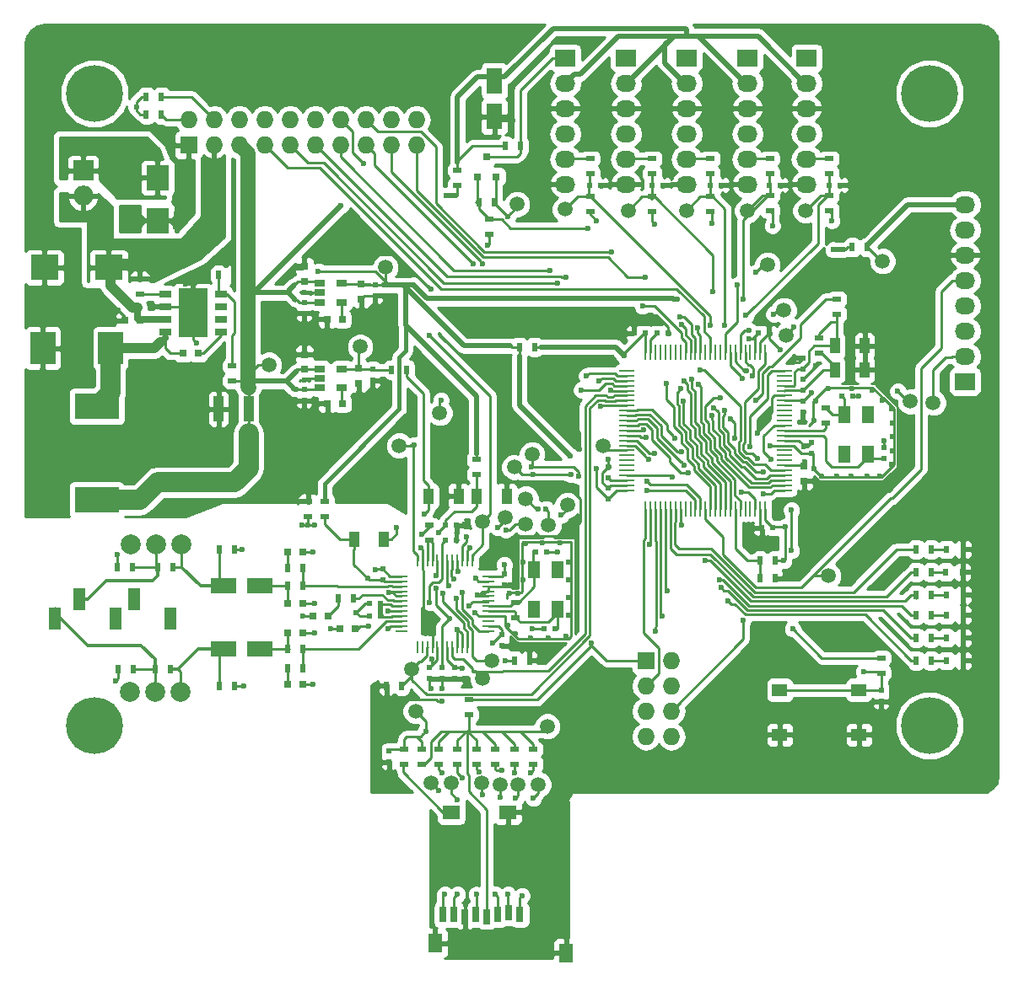
<source format=gtl>
G04 #@! TF.FileFunction,Copper,L1,Top,Signal*
%FSLAX46Y46*%
G04 Gerber Fmt 4.6, Leading zero omitted, Abs format (unit mm)*
G04 Created by KiCad (PCBNEW 4.0.7-e2-6376~58~ubuntu16.04.1) date Mon Oct 23 20:06:01 2017*
%MOMM*%
%LPD*%
G01*
G04 APERTURE LIST*
%ADD10C,0.150000*%
%ADD11R,0.250000X1.300000*%
%ADD12R,1.300000X0.250000*%
%ADD13R,1.500000X0.280000*%
%ADD14R,0.280000X1.500000*%
%ADD15C,5.700000*%
%ADD16R,2.032000X1.727200*%
%ADD17O,2.032000X1.727200*%
%ADD18O,1.998980X1.998980*%
%ADD19R,1.998980X1.998980*%
%ADD20R,1.060000X0.650000*%
%ADD21R,0.800100X0.800100*%
%ADD22R,0.500000X0.600000*%
%ADD23R,0.600000X0.500000*%
%ADD24R,0.750000X0.800000*%
%ADD25R,0.800000X0.750000*%
%ADD26R,1.000000X1.600000*%
%ADD27R,4.500000X2.600000*%
%ADD28R,1.270000X0.635000*%
%ADD29R,2.940000X4.890000*%
%ADD30C,0.400000*%
%ADD31R,1.727200X1.727200*%
%ADD32O,1.727200X1.727200*%
%ADD33R,1.300000X2.300000*%
%ADD34R,1.000000X2.500000*%
%ADD35C,1.500000*%
%ADD36R,2.499360X3.299460*%
%ADD37R,0.500000X0.900000*%
%ADD38R,0.900000X0.500000*%
%ADD39R,0.600000X0.800000*%
%ADD40R,2.301240X2.499360*%
%ADD41R,1.200000X1.800000*%
%ADD42R,1.399540X1.899920*%
%ADD43R,0.797560X1.498600*%
%ADD44R,1.798320X1.399540*%
%ADD45R,2.770000X2.550000*%
%ADD46R,1.550000X1.300000*%
%ADD47R,2.600000X1.600000*%
%ADD48R,1.600000X2.600000*%
%ADD49C,1.998980*%
%ADD50C,0.600000*%
%ADD51C,0.250000*%
%ADD52C,0.450000*%
%ADD53C,0.500000*%
%ADD54C,2.000000*%
%ADD55C,1.500000*%
%ADD56C,0.700000*%
%ADD57C,1.000000*%
%ADD58C,0.300000*%
%ADD59C,0.254000*%
G04 APERTURE END LIST*
D10*
D11*
X106065000Y-114040000D03*
X106565000Y-114040000D03*
X107065000Y-114040000D03*
X107565000Y-114040000D03*
X108065000Y-114040000D03*
X108565000Y-114040000D03*
X109065000Y-114040000D03*
X109565000Y-114040000D03*
X110065000Y-114040000D03*
X110565000Y-114040000D03*
X111065000Y-114040000D03*
X111565000Y-114040000D03*
D12*
X113165000Y-112440000D03*
X113165000Y-111940000D03*
X113165000Y-111440000D03*
X113165000Y-110940000D03*
X113165000Y-110440000D03*
X113165000Y-109940000D03*
X113165000Y-109440000D03*
X113165000Y-108940000D03*
X113165000Y-108440000D03*
X113165000Y-107940000D03*
X113165000Y-107440000D03*
X113165000Y-106940000D03*
D11*
X111565000Y-105340000D03*
X111065000Y-105340000D03*
X110565000Y-105340000D03*
X110065000Y-105340000D03*
X109565000Y-105340000D03*
X109065000Y-105340000D03*
X108565000Y-105340000D03*
X108065000Y-105340000D03*
X107565000Y-105340000D03*
X107065000Y-105340000D03*
X106565000Y-105340000D03*
X106065000Y-105340000D03*
D12*
X104465000Y-106940000D03*
X104465000Y-107440000D03*
X104465000Y-107940000D03*
X104465000Y-108440000D03*
X104465000Y-108940000D03*
X104465000Y-109440000D03*
X104465000Y-109940000D03*
X104465000Y-110440000D03*
X104465000Y-110940000D03*
X104465000Y-111440000D03*
X104465000Y-111940000D03*
X104465000Y-112440000D03*
D13*
X142877000Y-98291000D03*
X142877000Y-97791000D03*
X142877000Y-97291000D03*
X142877000Y-96791000D03*
X142877000Y-96291000D03*
X142877000Y-95791000D03*
X142877000Y-95291000D03*
X142877000Y-94791000D03*
X142877000Y-94291000D03*
X142877000Y-93791000D03*
X142877000Y-93291000D03*
X142877000Y-92791000D03*
X142877000Y-92291000D03*
X142877000Y-91791000D03*
X142877000Y-91291000D03*
X142877000Y-90791000D03*
X142877000Y-90291000D03*
X142877000Y-89791000D03*
X142877000Y-89291000D03*
X142877000Y-88791000D03*
X142877000Y-88291000D03*
X142877000Y-87791000D03*
X142877000Y-87291000D03*
X142877000Y-86791000D03*
X142877000Y-86291000D03*
D14*
X140977000Y-84391000D03*
X140477000Y-84391000D03*
X139977000Y-84391000D03*
X139477000Y-84391000D03*
X138977000Y-84391000D03*
X138477000Y-84391000D03*
X137977000Y-84391000D03*
X137477000Y-84391000D03*
X136977000Y-84391000D03*
X136477000Y-84391000D03*
X135977000Y-84391000D03*
X135477000Y-84391000D03*
X134977000Y-84391000D03*
X134477000Y-84391000D03*
X133977000Y-84391000D03*
X133477000Y-84391000D03*
X132977000Y-84391000D03*
X132477000Y-84391000D03*
X131977000Y-84391000D03*
X131477000Y-84391000D03*
X130977000Y-84391000D03*
X130477000Y-84391000D03*
X129977000Y-84391000D03*
X129477000Y-84391000D03*
X128977000Y-84391000D03*
D13*
X127077000Y-86291000D03*
X127077000Y-86791000D03*
X127077000Y-87291000D03*
X127077000Y-87791000D03*
X127077000Y-88291000D03*
X127077000Y-88791000D03*
X127077000Y-89291000D03*
X127077000Y-89791000D03*
X127077000Y-90291000D03*
X127077000Y-90791000D03*
X127077000Y-91291000D03*
X127077000Y-91791000D03*
X127077000Y-92291000D03*
X127077000Y-92791000D03*
X127077000Y-93291000D03*
X127077000Y-93791000D03*
X127077000Y-94291000D03*
X127077000Y-94791000D03*
X127077000Y-95291000D03*
X127077000Y-95791000D03*
X127077000Y-96291000D03*
X127077000Y-96791000D03*
X127077000Y-97291000D03*
X127077000Y-97791000D03*
X127077000Y-98291000D03*
D14*
X128977000Y-100191000D03*
X129477000Y-100191000D03*
X129977000Y-100191000D03*
X130477000Y-100191000D03*
X130977000Y-100191000D03*
X131477000Y-100191000D03*
X131977000Y-100191000D03*
X132477000Y-100191000D03*
X132977000Y-100191000D03*
X133477000Y-100191000D03*
X133977000Y-100191000D03*
X134477000Y-100191000D03*
X134977000Y-100191000D03*
X135477000Y-100191000D03*
X135977000Y-100191000D03*
X136477000Y-100191000D03*
X136977000Y-100191000D03*
X137477000Y-100191000D03*
X137977000Y-100191000D03*
X138477000Y-100191000D03*
X138977000Y-100191000D03*
X139477000Y-100191000D03*
X139977000Y-100191000D03*
X140477000Y-100191000D03*
X140977000Y-100191000D03*
D15*
X73660000Y-121920000D03*
X73660000Y-58420000D03*
X157480000Y-58420000D03*
D16*
X133096000Y-54864000D03*
D17*
X133096000Y-57404000D03*
X133096000Y-59944000D03*
X133096000Y-62484000D03*
X133096000Y-65024000D03*
X133096000Y-67564000D03*
D16*
X120904000Y-54864000D03*
D17*
X120904000Y-57404000D03*
X120904000Y-59944000D03*
X120904000Y-62484000D03*
X120904000Y-65024000D03*
X120904000Y-67564000D03*
D16*
X161036000Y-87376000D03*
D17*
X161036000Y-84836000D03*
X161036000Y-82296000D03*
X161036000Y-79756000D03*
X161036000Y-77216000D03*
X161036000Y-74676000D03*
X161036000Y-72136000D03*
X161036000Y-69596000D03*
D18*
X72517000Y-68707000D03*
D19*
X72517000Y-66167000D03*
D16*
X127000000Y-54864000D03*
D17*
X127000000Y-57404000D03*
X127000000Y-59944000D03*
X127000000Y-62484000D03*
X127000000Y-65024000D03*
X127000000Y-67564000D03*
D16*
X139192000Y-54864000D03*
D17*
X139192000Y-57404000D03*
X139192000Y-59944000D03*
X139192000Y-62484000D03*
X139192000Y-65024000D03*
X139192000Y-67564000D03*
D16*
X145137000Y-54864000D03*
D17*
X145137000Y-57404000D03*
X145137000Y-59944000D03*
X145137000Y-62484000D03*
X145137000Y-65024000D03*
X145137000Y-67564000D03*
D20*
X96300823Y-86102949D03*
X96300823Y-87052949D03*
X96300823Y-88002949D03*
X98500823Y-88002949D03*
X98500823Y-86102949D03*
X96285000Y-77498000D03*
X96285000Y-78448000D03*
X96285000Y-79398000D03*
X98485000Y-79398000D03*
X98485000Y-77498000D03*
D21*
X112080000Y-66786760D03*
X113980000Y-66786760D03*
X113030000Y-64787780D03*
D22*
X109831000Y-116125000D03*
X109831000Y-117225000D03*
X102592000Y-107319000D03*
X102592000Y-106219000D03*
X114530000Y-112823000D03*
X114530000Y-113923000D03*
X107291000Y-116125000D03*
X107291000Y-117225000D03*
D23*
X102380000Y-110960000D03*
X101280000Y-110960000D03*
D22*
X108561000Y-116125000D03*
X108561000Y-117225000D03*
D23*
X108900000Y-103340000D03*
X110000000Y-103340000D03*
X102380000Y-109690000D03*
X101280000Y-109690000D03*
X108900000Y-101816000D03*
X110000000Y-101816000D03*
D22*
X152884000Y-95127000D03*
X152884000Y-94027000D03*
D23*
X148651000Y-88862000D03*
X149751000Y-88862000D03*
X130109000Y-82512000D03*
X131209000Y-82512000D03*
D22*
X125198000Y-97032000D03*
X125198000Y-95932000D03*
X144756000Y-88269000D03*
X144756000Y-87169000D03*
X144756000Y-85010000D03*
X144756000Y-86110000D03*
D24*
X94733831Y-86151941D03*
X94733831Y-84651941D03*
X100194828Y-86048944D03*
X100194828Y-87548944D03*
X94718000Y-77293000D03*
X94718000Y-75793000D03*
D25*
X98504000Y-81115000D03*
X97004000Y-81115000D03*
D24*
X100433000Y-77571000D03*
X100433000Y-79071000D03*
D26*
X107188000Y-98895000D03*
X110188000Y-98895000D03*
X99695000Y-103213000D03*
X102695000Y-103213000D03*
X112014000Y-98895000D03*
X115014000Y-98895000D03*
D25*
X99786000Y-112230000D03*
X98286000Y-112230000D03*
D26*
X147955000Y-86195000D03*
X150955000Y-86195000D03*
X147955000Y-83782000D03*
X150955000Y-83782000D03*
D25*
X78196000Y-81242000D03*
X76696000Y-81242000D03*
X82538000Y-84544000D03*
X84038000Y-84544000D03*
D27*
X73890000Y-89878000D03*
X73890000Y-99278000D03*
D28*
X86324000Y-82385000D03*
X86324000Y-81115000D03*
X86324000Y-79845000D03*
X86324000Y-78575000D03*
X80736000Y-78575000D03*
X80736000Y-79845000D03*
X80736000Y-81115000D03*
X80736000Y-82385000D03*
D29*
X83530000Y-80480000D03*
D30*
X82780000Y-78980000D03*
X82780000Y-80480000D03*
X84280000Y-78980000D03*
X84280000Y-80480000D03*
X82780000Y-81980000D03*
X84280000Y-81980000D03*
D15*
X157480000Y-121920000D03*
D31*
X83124721Y-63609889D03*
D32*
X83124721Y-61069889D03*
X85664721Y-63609889D03*
X85664721Y-61069889D03*
X88204721Y-63609889D03*
X88204721Y-61069889D03*
X90744721Y-63609889D03*
X90744721Y-61069889D03*
X93284721Y-63609889D03*
X93284721Y-61069889D03*
X95824721Y-63609889D03*
X95824721Y-61069889D03*
X98364721Y-63609889D03*
X98364721Y-61069889D03*
X100904721Y-63609889D03*
X100904721Y-61069889D03*
X103444721Y-63609889D03*
X103444721Y-61069889D03*
X105984721Y-63609889D03*
X105984721Y-61069889D03*
D22*
X144756000Y-89328000D03*
X144756000Y-90428000D03*
D33*
X69695000Y-111214000D03*
X77595000Y-109214000D03*
X72095000Y-109214000D03*
X81295000Y-111214000D03*
X75795000Y-111214000D03*
D25*
X95619000Y-110960000D03*
X97119000Y-110960000D03*
X93079000Y-117818000D03*
X94579000Y-117818000D03*
X94579000Y-104483000D03*
X93079000Y-104483000D03*
D34*
X89106000Y-90132000D03*
X86106000Y-90132000D03*
D35*
X112625000Y-117183000D03*
X115800000Y-95974000D03*
X117578000Y-94704000D03*
D22*
X114784000Y-106727000D03*
X114784000Y-107827000D03*
D36*
X75259060Y-84036000D03*
X68456940Y-84036000D03*
D25*
X98531825Y-89592946D03*
X97031825Y-89592946D03*
D37*
X104993000Y-86195000D03*
X103493000Y-86195000D03*
D38*
X96750000Y-100915000D03*
X96750000Y-99415000D03*
X111990000Y-96724000D03*
X111990000Y-95224000D03*
D23*
X141750000Y-102070000D03*
X140650000Y-102070000D03*
D22*
X145645000Y-93519000D03*
X145645000Y-94619000D03*
X125198000Y-99191000D03*
X125198000Y-98091000D03*
D23*
X128923000Y-82512000D03*
X127823000Y-82512000D03*
X140269000Y-82512000D03*
X141369000Y-82512000D03*
D24*
X144883000Y-95859000D03*
X144883000Y-97359000D03*
D25*
X93079000Y-109690000D03*
X94579000Y-109690000D03*
X93079000Y-112611000D03*
X94579000Y-112611000D03*
D39*
X160846000Y-115414855D03*
X159146000Y-115414855D03*
X160846000Y-113119000D03*
X159146000Y-113119000D03*
X160846000Y-110833000D03*
X159146000Y-110833000D03*
X160846000Y-108810849D03*
X159146000Y-108810849D03*
X160807000Y-106515000D03*
X159107000Y-106515000D03*
X160846000Y-104238849D03*
X159146000Y-104238849D03*
D40*
X79986000Y-66901160D03*
X79986000Y-71198840D03*
D38*
X115927000Y-111075000D03*
X115927000Y-109575000D03*
D37*
X104485000Y-117945000D03*
X102985000Y-117945000D03*
D38*
X107291000Y-103328000D03*
X107291000Y-101828000D03*
X152630000Y-116663000D03*
X152630000Y-115163000D03*
D37*
X98159000Y-109182000D03*
X99659000Y-109182000D03*
X94579000Y-116167000D03*
X93079000Y-116167000D03*
X93079000Y-106134000D03*
X94579000Y-106134000D03*
X157628296Y-115414853D03*
X156128296Y-115414853D03*
X157628298Y-113128858D03*
X156128298Y-113128858D03*
X157628302Y-110842849D03*
X156128302Y-110842849D03*
X157628296Y-108810852D03*
X156128296Y-108810852D03*
X157628296Y-106524853D03*
X156128296Y-106524853D03*
X157628293Y-104238855D03*
X156128293Y-104238855D03*
D38*
X123420000Y-70308000D03*
X123420000Y-68808000D03*
X129643000Y-70308000D03*
X129643000Y-68808000D03*
X115800000Y-124307000D03*
X115800000Y-125807000D03*
X135485000Y-70308000D03*
X135485000Y-68808000D03*
X117705000Y-124307000D03*
X117705000Y-125807000D03*
X108180000Y-124345000D03*
X108180000Y-125845000D03*
X111990000Y-124307000D03*
X111990000Y-125807000D03*
X110085000Y-124307000D03*
X110085000Y-125807000D03*
X113895000Y-124307000D03*
X113895000Y-125807000D03*
X141454000Y-70181000D03*
X141454000Y-68681000D03*
X147423000Y-70181000D03*
X147423000Y-68681000D03*
D37*
X114923000Y-63716000D03*
X116423000Y-63716000D03*
X140450000Y-105372000D03*
X141950000Y-105372000D03*
D38*
X147042000Y-91517000D03*
X147042000Y-90017000D03*
D37*
X140450000Y-107150000D03*
X141950000Y-107150000D03*
D38*
X146407000Y-84532000D03*
X146407000Y-83032000D03*
X106529000Y-125807000D03*
X106529000Y-124307000D03*
D37*
X112280000Y-69342000D03*
X113780000Y-69342000D03*
D38*
X87479000Y-85826000D03*
X87479000Y-87326000D03*
D37*
X87594000Y-76670000D03*
X86094000Y-76670000D03*
D38*
X78208000Y-77063000D03*
X78208000Y-78563000D03*
D37*
X117808000Y-83909000D03*
X116308000Y-83909000D03*
X93079000Y-107912000D03*
X94579000Y-107912000D03*
X93079000Y-114262000D03*
X94579000Y-114262000D03*
X87721000Y-104229000D03*
X86221000Y-104229000D03*
X87721000Y-117945000D03*
X86221000Y-117945000D03*
X78855000Y-60541000D03*
X80355000Y-60541000D03*
X78855000Y-58763000D03*
X80355000Y-58763000D03*
D38*
X110085000Y-66141000D03*
X110085000Y-67641000D03*
X113260000Y-71094000D03*
X113260000Y-72594000D03*
D37*
X149721000Y-73876000D03*
X151221000Y-73876000D03*
D38*
X111228000Y-119354000D03*
X111228000Y-120854000D03*
D35*
X116943000Y-99149000D03*
X116943000Y-101689000D03*
X114911000Y-101054000D03*
X119229000Y-101816000D03*
X113514000Y-115405000D03*
X121134000Y-99784000D03*
X108307000Y-90513000D03*
X112625000Y-101435000D03*
X105513000Y-116294000D03*
X104243000Y-93815000D03*
X116054000Y-69558000D03*
X120880000Y-70066000D03*
X155551000Y-89370000D03*
X141200000Y-75654000D03*
X157837000Y-89497000D03*
X147296000Y-106896000D03*
X143105000Y-82766000D03*
X142851000Y-80226000D03*
X152757000Y-75273000D03*
X127230000Y-70193000D03*
X133072000Y-70193000D03*
X118213000Y-127851000D03*
X107418000Y-127724000D03*
X119102000Y-122009000D03*
X109450000Y-127724000D03*
X116181000Y-127851000D03*
X112498000Y-127724000D03*
X114403000Y-127851000D03*
X139168000Y-70193000D03*
X105894000Y-120485000D03*
X145010000Y-70193000D03*
X102846000Y-75908000D03*
X100321829Y-83877943D03*
X91162000Y-85687000D03*
D41*
X120175000Y-106293000D03*
X120175000Y-110293000D03*
X117775000Y-110293000D03*
X117775000Y-106293000D03*
X151290000Y-90672000D03*
X151290000Y-94672000D03*
X148890000Y-94672000D03*
X148890000Y-90672000D03*
D23*
X123378000Y-67653000D03*
X124478000Y-67653000D03*
X129601000Y-67653000D03*
X130701000Y-67653000D03*
X135443000Y-67653000D03*
X136543000Y-67653000D03*
X141412000Y-67653000D03*
X142512000Y-67653000D03*
D22*
X103227000Y-124507000D03*
X103227000Y-125607000D03*
D23*
X147381000Y-67653000D03*
X148481000Y-67653000D03*
D38*
X123420000Y-64986000D03*
X123420000Y-66486000D03*
X129643000Y-64998000D03*
X129643000Y-66498000D03*
X135485000Y-64998000D03*
X135485000Y-66498000D03*
X141454000Y-64998000D03*
X141454000Y-66498000D03*
X104751000Y-125807000D03*
X104751000Y-124307000D03*
X147423000Y-64998000D03*
X147423000Y-66498000D03*
D42*
X120996840Y-144792800D03*
X107849800Y-143792040D03*
D43*
X116348640Y-140942160D03*
X115248820Y-140741500D03*
X114151540Y-140942160D03*
X113051720Y-141142820D03*
X111951900Y-140942160D03*
X110849540Y-141142820D03*
X109749720Y-140942160D03*
X108649900Y-140942160D03*
D44*
X109450000Y-130645000D03*
X115147220Y-130645000D03*
D37*
X115812000Y-115405000D03*
X117312000Y-115405000D03*
D38*
X95099000Y-100915000D03*
X95099000Y-99415000D03*
D35*
X124690000Y-93815000D03*
D22*
X94718000Y-79422000D03*
X94718000Y-80522000D03*
X101830000Y-77644000D03*
X101830000Y-78744000D03*
X94718000Y-88185000D03*
X94718000Y-89285000D03*
X101576000Y-86153000D03*
X101576000Y-87253000D03*
D45*
X75078000Y-75908000D03*
X68638000Y-75908000D03*
D22*
X152630000Y-118411000D03*
X152630000Y-119511000D03*
D46*
X142432000Y-122862000D03*
X142432000Y-118362000D03*
X150382000Y-118362000D03*
X150382000Y-122862000D03*
D31*
X129008000Y-115405000D03*
D32*
X131548000Y-115405000D03*
X129008000Y-117945000D03*
X131548000Y-117945000D03*
X129008000Y-120485000D03*
X131548000Y-120485000D03*
X129008000Y-123025000D03*
X131548000Y-123025000D03*
D37*
X79744000Y-116294000D03*
X81244000Y-116294000D03*
X81498000Y-106007000D03*
X79998000Y-106007000D03*
X76061000Y-116294000D03*
X77561000Y-116294000D03*
X77434000Y-106007000D03*
X75934000Y-106007000D03*
D23*
X117917000Y-104483000D03*
X119017000Y-104483000D03*
X119906000Y-112230000D03*
X118806000Y-112230000D03*
D47*
X90209000Y-107912000D03*
X86609000Y-107912000D03*
X90209000Y-114262000D03*
X86609000Y-114262000D03*
D48*
X113792000Y-57168000D03*
X113792000Y-60768000D03*
D38*
X148185000Y-79095000D03*
X148185000Y-80595000D03*
D49*
X79859000Y-103721000D03*
X82399000Y-103721000D03*
X77319000Y-103721000D03*
X79732000Y-118580000D03*
X77192000Y-118580000D03*
X82272000Y-118580000D03*
D50*
X102465000Y-96355000D03*
X140184000Y-92545000D03*
X144756005Y-91274995D03*
X141454000Y-93815000D03*
X146025996Y-85814000D03*
X150725000Y-120358000D03*
X160885000Y-116548000D03*
X94464000Y-98514000D03*
X95734000Y-98514000D03*
X95099000Y-98514000D03*
X101576000Y-88100000D03*
X106520199Y-102694478D03*
X106402000Y-104102000D03*
X122297966Y-94196000D03*
X68456940Y-78194000D03*
X68456940Y-81496000D03*
X68429000Y-86322000D03*
X68456940Y-73368000D03*
X81891000Y-70574000D03*
X78081000Y-70447000D03*
X78208000Y-71717000D03*
X81764000Y-71844000D03*
X87606000Y-75527000D03*
X84431000Y-76162000D03*
X82399000Y-66637000D03*
X94718000Y-94958000D03*
X93067000Y-95085000D03*
X112097011Y-108858428D03*
X102084000Y-118072000D03*
X102084000Y-125564996D03*
X111863000Y-110579000D03*
X115927000Y-104483000D03*
X115419000Y-107785000D03*
X149455000Y-67653000D03*
X115673000Y-61176000D03*
X142470000Y-84163000D03*
X143740000Y-85433000D03*
X140946000Y-91148000D03*
X146026000Y-97371000D03*
X140692000Y-103086000D03*
X117324000Y-87465000D03*
X125198000Y-95212000D03*
X114911000Y-97117000D03*
X110085000Y-97117000D03*
X110847000Y-101689000D03*
X107672000Y-112611000D03*
X108561000Y-118199000D03*
X107418000Y-118199000D03*
X117324000Y-114262000D03*
X115673000Y-113881000D03*
X110974000Y-139662000D03*
X109323000Y-143792040D03*
X118721000Y-144361000D03*
X117959000Y-130645000D03*
X108561000Y-119469000D03*
X110847000Y-117183000D03*
X107418000Y-78067000D03*
X111482000Y-80861000D03*
X123801000Y-82512000D03*
X145898968Y-96101000D03*
X146661004Y-96863000D03*
X148185000Y-96863000D03*
X151233000Y-96863014D03*
X149582000Y-96863000D03*
X95861000Y-81115000D03*
X99925000Y-80480000D03*
X93702000Y-76035000D03*
X94718000Y-78448000D03*
X100179000Y-88608000D03*
X96242000Y-89624000D03*
X94718000Y-90132000D03*
X94718000Y-83655000D03*
X94718000Y-87211000D03*
X79478000Y-79845000D03*
X76049000Y-80226000D03*
X82780000Y-77559000D03*
X83923000Y-83528000D03*
X121007000Y-112991988D03*
X116896362Y-103674362D03*
X152884000Y-93307000D03*
X150344000Y-88862000D03*
X145899000Y-91275000D03*
X149709000Y-88100000D03*
X146026000Y-89370000D03*
X147296000Y-88100000D03*
X153773000Y-91528994D03*
X153773000Y-94323000D03*
X153773000Y-92926000D03*
X152757000Y-89243000D03*
X151741000Y-88227000D03*
X153646000Y-90132000D03*
X153646000Y-95720000D03*
X152503000Y-96863000D03*
X115165000Y-111849000D03*
X115927000Y-112738000D03*
X120118000Y-104483000D03*
X117578000Y-112230000D03*
X119229000Y-113119000D03*
X117451000Y-113119000D03*
X120372000Y-103594000D03*
X115292000Y-108674000D03*
X116181000Y-108674000D03*
X116682303Y-107278157D03*
X116674998Y-105499000D03*
X118594000Y-103594000D03*
X121275002Y-105499000D03*
X121267697Y-107278157D03*
X121261000Y-109055000D03*
X121275002Y-110833000D03*
X113133000Y-73699978D03*
X132183000Y-79083000D03*
X147804000Y-74130000D03*
X105640004Y-77686000D03*
X123547000Y-113627000D03*
X121388000Y-94831000D03*
X96115000Y-76289000D03*
X77847000Y-59779000D03*
X103128759Y-110402977D03*
X101195000Y-111976000D03*
X108941994Y-68669000D03*
X98401000Y-69685000D03*
X130659000Y-110960000D03*
X115800000Y-126708000D03*
X115927000Y-129248000D03*
X115165000Y-138900000D03*
X132564000Y-101816000D03*
X114539990Y-126415202D03*
X114403000Y-129121000D03*
X113895000Y-138900000D03*
X131167000Y-108420000D03*
X112244000Y-126581000D03*
X112625000Y-128867000D03*
X111990000Y-138900000D03*
X129897000Y-94577000D03*
X110593000Y-127216000D03*
X110085000Y-129375000D03*
X110085000Y-138900000D03*
X129271990Y-95199562D03*
X108561000Y-126708000D03*
X108180000Y-128486000D03*
X108815000Y-138900000D03*
X129957948Y-112417950D03*
X117451000Y-126708000D03*
X117705000Y-129248000D03*
X116560154Y-139025154D03*
X129389000Y-103721000D03*
X106910000Y-122517000D03*
X138718224Y-87022998D03*
X154281000Y-88354000D03*
X139674968Y-86841849D03*
X139093711Y-86292159D03*
X143867000Y-81877000D03*
X141835000Y-80607000D03*
X139366011Y-82228344D03*
X140057000Y-76416000D03*
X138152000Y-77686000D03*
X132857986Y-87349873D03*
X133638231Y-87173131D03*
X131675000Y-96990000D03*
X134248230Y-87691029D03*
X115112788Y-70780890D03*
X135466043Y-81734850D03*
X135838583Y-89985011D03*
X135602010Y-90749239D03*
X135739000Y-78321000D03*
X136935644Y-81701457D03*
X136441979Y-89008748D03*
X140809010Y-96487777D03*
X140827584Y-98637810D03*
X138777010Y-79101396D03*
X136928300Y-90241708D03*
X138568765Y-98522031D03*
X137887261Y-93032172D03*
X137517000Y-91148000D03*
X139041000Y-80734000D03*
X121451709Y-96669536D03*
X117701647Y-96745990D03*
X129125010Y-97416010D03*
X111322397Y-104110441D03*
X131929000Y-93053000D03*
X137252221Y-109424352D03*
X132587150Y-94460191D03*
X136526899Y-108072721D03*
X136406949Y-107281753D03*
X132859426Y-95776282D03*
X134922881Y-105362010D03*
X133240700Y-96567300D03*
X124055000Y-96101000D03*
X142851000Y-105372000D03*
X143740000Y-112230000D03*
X140054446Y-89240452D03*
X144883000Y-93942000D03*
X139366011Y-83067082D03*
X144975266Y-95446012D03*
X126851551Y-84795449D03*
X145645000Y-88481000D03*
X142978000Y-101943000D03*
X110593004Y-108547000D03*
X125436999Y-88262990D03*
X120499000Y-100800000D03*
X111881936Y-107158405D03*
X118975052Y-100164998D03*
X124465231Y-89853871D03*
X122227977Y-96863000D03*
X117528499Y-95964940D03*
X129145204Y-98279034D03*
X110974000Y-102958996D03*
X110120009Y-106475021D03*
X114149000Y-102070000D03*
X123038998Y-86830000D03*
X122531008Y-88227000D03*
X114933480Y-102303801D03*
X109689972Y-107173930D03*
X124308996Y-87338000D03*
X118175854Y-100200996D03*
X109196000Y-107911994D03*
X105708991Y-93727934D03*
X107291000Y-82766000D03*
X100687000Y-65494000D03*
X134469000Y-86195000D03*
X108582290Y-108623495D03*
X108434000Y-89243000D03*
X109943782Y-109153058D03*
X107300990Y-109576817D03*
X114784000Y-105753000D03*
X110593000Y-116167000D03*
X107548859Y-115275020D03*
X106793000Y-100673000D03*
X102334841Y-110304423D03*
X101068002Y-107150000D03*
X108220221Y-102578000D03*
X111239103Y-109917189D03*
X107926000Y-106896000D03*
X107926000Y-108166000D03*
X113641000Y-113627000D03*
X109323000Y-111214000D03*
X134216032Y-82019808D03*
X128941949Y-76863051D03*
X120128971Y-77453635D03*
X131040000Y-87592000D03*
X132377339Y-80847176D03*
X125579000Y-74384006D03*
X121007006Y-76924000D03*
X132791794Y-89342856D03*
X132561582Y-81625684D03*
X132515894Y-88073054D03*
X119356000Y-76180012D03*
X128652513Y-79793974D03*
X128762268Y-92220173D03*
X111680948Y-75555010D03*
X129016975Y-92978555D03*
X112625000Y-75527000D03*
X123166000Y-71971000D03*
X141708000Y-71717000D03*
X147677000Y-71209000D03*
X129897000Y-71590000D03*
X135612000Y-71463000D03*
X124055000Y-71209000D03*
X110090612Y-112247690D03*
X114911000Y-115405000D03*
X88622000Y-117945000D03*
X95607000Y-104483000D03*
X95607000Y-117818000D03*
X95734000Y-112611000D03*
X94591000Y-110960000D03*
X95734000Y-109690000D03*
X75795000Y-117437000D03*
X75922000Y-104737000D03*
X94464000Y-101816000D03*
X95734000Y-101816000D03*
X95099000Y-101816000D03*
X103989000Y-102070000D03*
X101830000Y-106261000D03*
X103100008Y-112230000D03*
X103235654Y-108554554D03*
X99925000Y-110579000D03*
X97385000Y-112230000D03*
X88495000Y-104229000D03*
X143613000Y-104356000D03*
X143613000Y-100292000D03*
X150852000Y-116548000D03*
X141553466Y-95153565D03*
X139422000Y-93942000D03*
X138771678Y-111381345D03*
X140184000Y-95085000D03*
D51*
X117775000Y-108005004D02*
X116205004Y-109575000D01*
X116205004Y-109575000D02*
X115927000Y-109575000D01*
X117775000Y-106293000D02*
X117775000Y-108005004D01*
X117717000Y-104356000D02*
X117717000Y-106235000D01*
X117717000Y-106235000D02*
X117775000Y-106293000D01*
X115927000Y-109575000D02*
X115727000Y-109575000D01*
X115727000Y-109575000D02*
X115362000Y-109940000D01*
X115362000Y-109940000D02*
X114065000Y-109940000D01*
X114065000Y-109940000D02*
X113165000Y-109940000D01*
X125198000Y-95932000D02*
X125198000Y-95982000D01*
X124622999Y-97515999D02*
X125198000Y-98091000D01*
X125198000Y-95982000D02*
X124622999Y-96557001D01*
X124622999Y-96557001D02*
X124622999Y-97515999D01*
X140184000Y-92545000D02*
X140184000Y-91910000D01*
X140184000Y-91910000D02*
X140946000Y-91148000D01*
X142877000Y-93791000D02*
X141478000Y-93791000D01*
X141478000Y-93791000D02*
X141454000Y-93815000D01*
X145725997Y-86199003D02*
X145725997Y-86113999D01*
X144756000Y-87169000D02*
X145725997Y-86199003D01*
X145725997Y-86113999D02*
X146025996Y-85814000D01*
X141245999Y-90848001D02*
X140946000Y-91148000D01*
X141650011Y-90443989D02*
X141245999Y-90848001D01*
X141650011Y-89017989D02*
X141650011Y-90443989D01*
X141877000Y-88791000D02*
X141650011Y-89017989D01*
X142877000Y-88791000D02*
X141877000Y-88791000D01*
X150382000Y-122862000D02*
X149357000Y-122862000D01*
X149357000Y-122862000D02*
X142432000Y-122862000D01*
X150382000Y-122862000D02*
X150382000Y-120701000D01*
X150382000Y-120701000D02*
X150725000Y-120358000D01*
X152630000Y-119511000D02*
X151572000Y-119511000D01*
X151572000Y-119511000D02*
X150725000Y-120358000D01*
X160846000Y-115414855D02*
X160846000Y-116509000D01*
X160846000Y-116509000D02*
X160885000Y-116548000D01*
X160846000Y-115414855D02*
X160846000Y-116064855D01*
X160846000Y-116064855D02*
X160885000Y-116103855D01*
X95099000Y-98514000D02*
X94464000Y-98514000D01*
X95099000Y-98514000D02*
X95734000Y-98514000D01*
X95099000Y-99415000D02*
X95099000Y-98514000D01*
X101576000Y-87253000D02*
X101576000Y-88100000D01*
X94718000Y-89285000D02*
X94718000Y-90132000D01*
X101830000Y-78744000D02*
X100760000Y-78744000D01*
X100760000Y-78744000D02*
X100433000Y-79071000D01*
X94591000Y-90005000D02*
X94718000Y-90132000D01*
X107291000Y-101923677D02*
X106520199Y-102694478D01*
X107291000Y-101828000D02*
X107291000Y-101923677D01*
X106565000Y-104265000D02*
X106402000Y-104102000D01*
X106565000Y-105340000D02*
X106565000Y-104265000D01*
X122297966Y-93771736D02*
X122297966Y-94196000D01*
X122297966Y-92438966D02*
X122297966Y-93771736D01*
X117324000Y-87465000D02*
X122297966Y-92438966D01*
X68456940Y-78194000D02*
X68456940Y-81496000D01*
X68456940Y-75908000D02*
X68456940Y-78194000D01*
X68456940Y-84036000D02*
X68456940Y-81496000D01*
X68456940Y-84036000D02*
X68456940Y-86294060D01*
X68456940Y-86294060D02*
X68429000Y-86322000D01*
X68456940Y-72767060D02*
X68456940Y-73368000D01*
X68456940Y-75908000D02*
X68456940Y-73368000D01*
X79986000Y-71198840D02*
X81266160Y-71198840D01*
X81266160Y-71198840D02*
X81891000Y-70574000D01*
X79986000Y-71198840D02*
X78832840Y-71198840D01*
X78832840Y-71198840D02*
X78081000Y-70447000D01*
X79986000Y-71198840D02*
X78726160Y-71198840D01*
X78726160Y-71198840D02*
X78208000Y-71717000D01*
X79986000Y-71198840D02*
X81118840Y-71198840D01*
X81118840Y-71198840D02*
X81764000Y-71844000D01*
X87594000Y-76670000D02*
X87594000Y-75539000D01*
X87594000Y-75539000D02*
X87606000Y-75527000D01*
X84431000Y-76884000D02*
X84431000Y-76162000D01*
X82698999Y-66337001D02*
X82399000Y-66637000D01*
X83124721Y-65911279D02*
X82698999Y-66337001D01*
X83124721Y-63609889D02*
X83124721Y-65911279D01*
X94691206Y-94984794D02*
X94718000Y-94958000D01*
X113165000Y-107940000D02*
X113165000Y-108315000D01*
X112221572Y-108858428D02*
X112097011Y-108858428D01*
X112178583Y-108940000D02*
X112097011Y-108858428D01*
X113165000Y-108940000D02*
X112178583Y-108940000D01*
X112640000Y-108440000D02*
X112221572Y-108858428D01*
X112621572Y-108858428D02*
X112521275Y-108858428D01*
X113165000Y-108440000D02*
X112640000Y-108440000D01*
X113165000Y-108315000D02*
X112621572Y-108858428D01*
X112521275Y-108858428D02*
X112097011Y-108858428D01*
X118721000Y-144361000D02*
X119102000Y-144742000D01*
X119102000Y-144742000D02*
X120946040Y-144742000D01*
X120946040Y-144742000D02*
X120996840Y-144792800D01*
X108561000Y-119469000D02*
X108136736Y-119469000D01*
X102985000Y-118973000D02*
X102985000Y-117945000D01*
X108136736Y-119469000D02*
X107941749Y-119274013D01*
X107941749Y-119274013D02*
X103286013Y-119274013D01*
X103286013Y-119274013D02*
X102985000Y-118973000D01*
X102211000Y-117945000D02*
X102084000Y-118072000D01*
X102985000Y-117945000D02*
X102211000Y-117945000D01*
X102126004Y-125607000D02*
X102084000Y-125564996D01*
X103227000Y-125607000D02*
X102126004Y-125607000D01*
X111863000Y-110579000D02*
X112224000Y-110940000D01*
X112224000Y-110940000D02*
X113165000Y-110940000D01*
X115927000Y-104483000D02*
X115927000Y-103086000D01*
X115927000Y-103086000D02*
X116181000Y-102832000D01*
X116181000Y-102832000D02*
X116240001Y-102891001D01*
X116240001Y-102891001D02*
X120947999Y-102891001D01*
X115164991Y-97370991D02*
X114911000Y-97117000D01*
X120947999Y-102891001D02*
X122404000Y-101435000D01*
X122404000Y-101435000D02*
X122404000Y-99149000D01*
X122404000Y-99149000D02*
X120625991Y-97370991D01*
X120625991Y-97370991D02*
X115164991Y-97370991D01*
X114784000Y-107827000D02*
X115377000Y-107827000D01*
X115377000Y-107827000D02*
X115419000Y-107785000D01*
X148481000Y-67653000D02*
X149455000Y-67653000D01*
X142512000Y-67653000D02*
X145048000Y-67653000D01*
X145048000Y-67653000D02*
X145137000Y-67564000D01*
X136543000Y-67653000D02*
X139103000Y-67653000D01*
X139103000Y-67653000D02*
X139192000Y-67564000D01*
X130701000Y-67653000D02*
X133007000Y-67653000D01*
X133007000Y-67653000D02*
X133096000Y-67564000D01*
X124478000Y-67653000D02*
X126911000Y-67653000D01*
X126911000Y-67653000D02*
X127000000Y-67564000D01*
X139192000Y-59944000D02*
X145137000Y-59944000D01*
X133096000Y-59944000D02*
X134362000Y-59944000D01*
X134362000Y-59944000D02*
X139192000Y-59944000D01*
X127000000Y-59944000D02*
X128266000Y-59944000D01*
X128266000Y-59944000D02*
X133096000Y-59944000D01*
X120904000Y-59944000D02*
X127000000Y-59944000D01*
X113792000Y-61168000D02*
X115665000Y-61168000D01*
X115665000Y-61168000D02*
X115673000Y-61176000D01*
X141369000Y-82512000D02*
X141369000Y-83062000D01*
X141369000Y-83062000D02*
X142470000Y-84163000D01*
X143740000Y-85433000D02*
X144333000Y-85433000D01*
X144333000Y-85433000D02*
X144756000Y-85010000D01*
X146026000Y-97371000D02*
X144895000Y-97371000D01*
X144895000Y-97371000D02*
X144883000Y-97359000D01*
X140650000Y-102070000D02*
X140650000Y-103044000D01*
X140650000Y-103044000D02*
X140692000Y-103086000D01*
X125198000Y-95932000D02*
X125198000Y-95212000D01*
X160846000Y-113119000D02*
X160846000Y-115414855D01*
X160846000Y-110833000D02*
X160846000Y-113119000D01*
X160846000Y-108810849D02*
X160846000Y-110833000D01*
X160807000Y-106515000D02*
X160807000Y-108771849D01*
X160807000Y-108771849D02*
X160846000Y-108810849D01*
X160846000Y-104238849D02*
X160846000Y-106476000D01*
X160846000Y-106476000D02*
X160807000Y-106515000D01*
X115014000Y-98895000D02*
X115014000Y-97220000D01*
X115014000Y-97220000D02*
X114911000Y-97117000D01*
X110085000Y-97117000D02*
X110085000Y-98792000D01*
X110085000Y-98792000D02*
X110188000Y-98895000D01*
X110000000Y-101816000D02*
X110720000Y-101816000D01*
X110720000Y-101816000D02*
X110847000Y-101689000D01*
X110000000Y-103340000D02*
X110000000Y-101816000D01*
X106656000Y-110960000D02*
X107672000Y-111976000D01*
X107672000Y-111976000D02*
X107672000Y-112611000D01*
X106656000Y-106331000D02*
X106656000Y-110960000D01*
X106565000Y-105340000D02*
X106565000Y-106240000D01*
X106565000Y-106240000D02*
X106656000Y-106331000D01*
X107565000Y-114040000D02*
X107565000Y-112718000D01*
X107565000Y-112718000D02*
X107672000Y-112611000D01*
X108561000Y-117225000D02*
X108561000Y-118199000D01*
X107291000Y-117225000D02*
X107291000Y-118072000D01*
X107291000Y-118072000D02*
X107418000Y-118199000D01*
X117324000Y-114262000D02*
X117324000Y-115393000D01*
X117324000Y-115393000D02*
X117312000Y-115405000D01*
X114530000Y-113923000D02*
X115631000Y-113923000D01*
X115631000Y-113923000D02*
X115673000Y-113881000D01*
X110849540Y-141142820D02*
X110849540Y-139786460D01*
X110849540Y-139786460D02*
X110974000Y-139662000D01*
X118152040Y-143792040D02*
X109323000Y-143792040D01*
X107849800Y-143792040D02*
X109323000Y-143792040D01*
X118721000Y-144361000D02*
X118152040Y-143792040D01*
X115147220Y-130645000D02*
X117959000Y-130645000D01*
X109831000Y-117225000D02*
X110805000Y-117225000D01*
X110805000Y-117225000D02*
X110847000Y-117183000D01*
X107418000Y-78067000D02*
X107118001Y-77767001D01*
X107118001Y-77767001D02*
X106991001Y-77767001D01*
X106991001Y-77767001D02*
X103862000Y-74638000D01*
X103862000Y-74638000D02*
X94718000Y-74638000D01*
X94718000Y-74638000D02*
X94718000Y-75793000D01*
X130024000Y-80734000D02*
X131209000Y-81919000D01*
X131209000Y-81919000D02*
X131209000Y-82512000D01*
X127865000Y-80734000D02*
X130024000Y-80734000D01*
X127738000Y-80861000D02*
X127865000Y-80734000D01*
X127738000Y-81927000D02*
X127738000Y-80861000D01*
X127823000Y-82512000D02*
X127823000Y-82012000D01*
X127823000Y-82012000D02*
X127738000Y-81927000D01*
X123801000Y-82512000D02*
X113133000Y-82512000D01*
X113133000Y-82512000D02*
X111482000Y-80861000D01*
X127823000Y-82512000D02*
X123801000Y-82512000D01*
X145772000Y-96101000D02*
X145898968Y-96101000D01*
X146661000Y-96863004D02*
X146661004Y-96863000D01*
X146661000Y-96990000D02*
X146661000Y-96863004D01*
X148185000Y-96990000D02*
X148185000Y-96863000D01*
X151233000Y-96990000D02*
X151233000Y-96863014D01*
X149582000Y-96990000D02*
X149582000Y-96863000D01*
X143806998Y-93791000D02*
X142877000Y-93791000D01*
X144634998Y-94619000D02*
X143806998Y-93791000D01*
X145772000Y-94619000D02*
X144634998Y-94619000D01*
X145772000Y-96101000D02*
X145772000Y-94619000D01*
X97004000Y-81115000D02*
X95861000Y-81115000D01*
X100433000Y-79071000D02*
X100433000Y-79972000D01*
X100433000Y-79972000D02*
X99925000Y-80480000D01*
X93702000Y-76035000D02*
X94476000Y-76035000D01*
X94476000Y-76035000D02*
X94718000Y-75793000D01*
X94718000Y-78448000D02*
X96285000Y-78448000D01*
X100194828Y-87548944D02*
X100194828Y-88592172D01*
X100194828Y-88592172D02*
X100179000Y-88608000D01*
X97031825Y-89592946D02*
X96273054Y-89592946D01*
X96273054Y-89592946D02*
X96242000Y-89624000D01*
X94718000Y-83655000D02*
X94718000Y-84636110D01*
X94718000Y-84636110D02*
X94733831Y-84651941D01*
X96300823Y-87052949D02*
X94876051Y-87052949D01*
X94876051Y-87052949D02*
X94718000Y-87211000D01*
X80736000Y-79845000D02*
X79478000Y-79845000D01*
X76696000Y-81242000D02*
X76696000Y-80873000D01*
X76696000Y-80873000D02*
X76049000Y-80226000D01*
X83530000Y-80480000D02*
X83530000Y-83175000D01*
X83530000Y-83175000D02*
X83883000Y-83528000D01*
X83883000Y-83528000D02*
X83923000Y-83528000D01*
X87594000Y-76470000D02*
X87594000Y-76670000D01*
X80736000Y-79845000D02*
X82895000Y-79845000D01*
X82895000Y-79845000D02*
X83530000Y-80480000D01*
X143877000Y-93791000D02*
X142877000Y-93791000D01*
X144230001Y-94144001D02*
X143877000Y-93791000D01*
X121007000Y-113246000D02*
X121007000Y-112991988D01*
X121007000Y-113246000D02*
X121258180Y-113246000D01*
X121515000Y-112989180D02*
X121515000Y-112611000D01*
X121258180Y-113246000D02*
X121515000Y-112989180D01*
X116816000Y-103594000D02*
X116896362Y-103674362D01*
X116816000Y-103467000D02*
X116816000Y-103594000D01*
X127077000Y-97791000D02*
X125498000Y-97791000D01*
X125498000Y-97791000D02*
X125198000Y-98091000D01*
X141369000Y-82512000D02*
X140477000Y-83404000D01*
X140477000Y-83404000D02*
X140477000Y-84391000D01*
X140650000Y-102070000D02*
X140477000Y-101897000D01*
X140477000Y-101897000D02*
X140477000Y-100191000D01*
X145391000Y-91783000D02*
X145772000Y-91402000D01*
X145772000Y-91402000D02*
X145772000Y-91275000D01*
X152884000Y-94027000D02*
X152884000Y-93307000D01*
X149751000Y-88862000D02*
X150344000Y-88862000D01*
X145772000Y-91275000D02*
X145772000Y-89370000D01*
X145772000Y-91275000D02*
X145899000Y-91275000D01*
X149709000Y-87973000D02*
X151741000Y-87973000D01*
X147169000Y-87973000D02*
X149709000Y-87973000D01*
X149709000Y-87973000D02*
X149709000Y-88100000D01*
X145772000Y-89370000D02*
X146026000Y-89370000D01*
X147169000Y-87973000D02*
X147296000Y-88100000D01*
X153773006Y-91529000D02*
X153773000Y-91528994D01*
X153900000Y-91529000D02*
X153773006Y-91529000D01*
X153900000Y-94323000D02*
X153900000Y-95720000D01*
X153900000Y-92926000D02*
X153900000Y-94323000D01*
X153900000Y-94323000D02*
X153773000Y-94323000D01*
X153900000Y-91529000D02*
X153900000Y-92926000D01*
X153900000Y-90132000D02*
X153900000Y-91529000D01*
X153900000Y-92926000D02*
X153773000Y-92926000D01*
X152884000Y-89116000D02*
X153900000Y-90132000D01*
X151741000Y-87973000D02*
X152884000Y-89116000D01*
X152884000Y-89116000D02*
X152757000Y-89243000D01*
X151741000Y-87973000D02*
X151741000Y-88227000D01*
X153900000Y-90132000D02*
X153646000Y-90132000D01*
X148185000Y-96990000D02*
X146661000Y-96990000D01*
X149582000Y-96990000D02*
X148185000Y-96990000D01*
X151233000Y-96990000D02*
X149582000Y-96990000D01*
X152503000Y-96990000D02*
X151233000Y-96990000D01*
X153900000Y-95720000D02*
X153646000Y-95720000D01*
X152630000Y-96990000D02*
X152503000Y-96990000D01*
X152503000Y-96990000D02*
X152503000Y-96863000D01*
X145772000Y-89370000D02*
X147169000Y-87973000D01*
X146661000Y-96990000D02*
X145772000Y-96101000D01*
X153900000Y-95720000D02*
X152630000Y-96990000D01*
X114911000Y-111849000D02*
X115165000Y-111849000D01*
X115800000Y-112865000D02*
X116181000Y-113246000D01*
X114911000Y-111976000D02*
X115800000Y-112865000D01*
X115800000Y-112865000D02*
X115927000Y-112738000D01*
X114911000Y-111849000D02*
X114911000Y-111976000D01*
X116181000Y-113246000D02*
X116562000Y-113246000D01*
X114784000Y-107827000D02*
X114671000Y-107940000D01*
X114671000Y-107940000D02*
X113165000Y-107940000D01*
X119217000Y-104483000D02*
X120118000Y-104483000D01*
X118606000Y-112230000D02*
X117578000Y-112230000D01*
X120118000Y-113246000D02*
X121007000Y-113246000D01*
X119229000Y-113246000D02*
X120118000Y-113246000D01*
X118340000Y-113246000D02*
X119229000Y-113246000D01*
X119229000Y-113246000D02*
X119229000Y-113119000D01*
X117451000Y-113246000D02*
X118340000Y-113246000D01*
X117451000Y-113246000D02*
X117451000Y-113119000D01*
X120372000Y-103467000D02*
X120372000Y-103594000D01*
X115292000Y-108547000D02*
X115165000Y-108547000D01*
X116181000Y-108547000D02*
X115292000Y-108547000D01*
X115292000Y-108547000D02*
X115292000Y-108674000D01*
X116518590Y-108547000D02*
X116181000Y-108547000D01*
X116181000Y-108547000D02*
X116181000Y-108674000D01*
X116562000Y-108166000D02*
X116562000Y-108503590D01*
X116562000Y-107277000D02*
X116562000Y-108166000D01*
X116681146Y-107277000D02*
X116682303Y-107278157D01*
X116562000Y-106388000D02*
X116562000Y-107277000D01*
X116562000Y-107277000D02*
X116681146Y-107277000D01*
X116562000Y-105499000D02*
X116562000Y-106388000D01*
X116562000Y-104610000D02*
X116562000Y-105499000D01*
X116562000Y-105499000D02*
X116674998Y-105499000D01*
X116562000Y-104483000D02*
X116562000Y-104610000D01*
X116562000Y-103594000D02*
X116562000Y-104483000D01*
X116816000Y-103467000D02*
X116689000Y-103467000D01*
X117705000Y-103467000D02*
X116816000Y-103467000D01*
X118594000Y-103467000D02*
X117705000Y-103467000D01*
X119483000Y-103467000D02*
X118594000Y-103467000D01*
X118594000Y-103467000D02*
X118594000Y-103594000D01*
X120372000Y-103467000D02*
X119483000Y-103467000D01*
X121515000Y-103467000D02*
X120372000Y-103467000D01*
X121515000Y-105499000D02*
X121515000Y-103467000D01*
X121515000Y-107277000D02*
X121515000Y-105499000D01*
X121515000Y-105499000D02*
X121275002Y-105499000D01*
X121515000Y-108293000D02*
X121515000Y-107277000D01*
X121268854Y-107277000D02*
X121267697Y-107278157D01*
X121515000Y-107277000D02*
X121268854Y-107277000D01*
X121515000Y-109055000D02*
X121515000Y-108293000D01*
X121515000Y-109182000D02*
X121515000Y-109055000D01*
X121515000Y-109055000D02*
X121261000Y-109055000D01*
X121515000Y-109944000D02*
X121515000Y-109182000D01*
X121515000Y-110833000D02*
X121515000Y-109944000D01*
X121515000Y-111722000D02*
X121515000Y-110833000D01*
X121515000Y-110833000D02*
X121275002Y-110833000D01*
X121515000Y-112611000D02*
X121515000Y-111722000D01*
X116562000Y-113246000D02*
X117451000Y-113246000D01*
X114911000Y-110960000D02*
X114911000Y-111849000D01*
X113165000Y-110940000D02*
X114891000Y-110940000D01*
X116562000Y-108503590D02*
X116518590Y-108547000D01*
X114891000Y-110940000D02*
X114911000Y-110960000D01*
X116689000Y-103467000D02*
X116562000Y-103594000D01*
X115165000Y-108547000D02*
X115038000Y-108674000D01*
X115038000Y-108674000D02*
X115038000Y-109178998D01*
X83530000Y-77785000D02*
X83304000Y-77559000D01*
X83304000Y-77559000D02*
X82780000Y-77559000D01*
X83530000Y-80480000D02*
X83530000Y-77785000D01*
X83530000Y-77785000D02*
X84431000Y-76884000D01*
X120175000Y-110293000D02*
X120175000Y-110593000D01*
X120175000Y-110593000D02*
X119238001Y-111529999D01*
X119238001Y-111529999D02*
X116381999Y-111529999D01*
X116381999Y-111529999D02*
X115927000Y-111075000D01*
X120106000Y-112230000D02*
X120106000Y-110362000D01*
X120106000Y-110362000D02*
X120175000Y-110293000D01*
X113165000Y-110440000D02*
X115792000Y-110440000D01*
X115792000Y-110440000D02*
X115927000Y-110575000D01*
X115927000Y-110575000D02*
X115927000Y-111075000D01*
X103493000Y-86195000D02*
X101618000Y-86195000D01*
X101618000Y-86195000D02*
X101576000Y-86153000D01*
X101576000Y-86153000D02*
X100298884Y-86153000D01*
X100298884Y-86153000D02*
X100194828Y-86048944D01*
X100194828Y-86048944D02*
X100194828Y-84004944D01*
X100194828Y-84004944D02*
X100321829Y-83877943D01*
X98500830Y-86102947D02*
X100140823Y-86102947D01*
X100140823Y-86102947D02*
X100194832Y-86048945D01*
X129008000Y-115405000D02*
X125071000Y-115405000D01*
X125071000Y-115405000D02*
X123547000Y-113881000D01*
D52*
X104243000Y-90132000D02*
X96750000Y-97625000D01*
X104878000Y-81750000D02*
X104878000Y-84290000D01*
X104878000Y-84290000D02*
X104243000Y-84925000D01*
X104243000Y-84925000D02*
X104243000Y-90132000D01*
X96750000Y-97625000D02*
X96750000Y-99415000D01*
D51*
X103227000Y-77686000D02*
X102973000Y-77432000D01*
X102973000Y-77432000D02*
X102846000Y-77305000D01*
X96115000Y-76289000D02*
X101830000Y-76289000D01*
X101830000Y-76289000D02*
X102973000Y-77432000D01*
D53*
X103227000Y-77686000D02*
X104624000Y-77686000D01*
X102592000Y-77686000D02*
X103227000Y-77686000D01*
D51*
X102846000Y-77305000D02*
X102846000Y-75908000D01*
X101830000Y-77644000D02*
X104582000Y-77644000D01*
X104582000Y-77644000D02*
X104624000Y-77686000D01*
X101830000Y-77644000D02*
X100506000Y-77644000D01*
X100506000Y-77644000D02*
X100433000Y-77571000D01*
X100433000Y-77571000D02*
X101322000Y-77571000D01*
X103354000Y-77686000D02*
X103239000Y-77571000D01*
X113260000Y-73572978D02*
X113133000Y-73699978D01*
X113260000Y-72594000D02*
X113260000Y-73572978D01*
D53*
X131719709Y-79043973D02*
X131758736Y-79083000D01*
X106997977Y-79043973D02*
X131719709Y-79043973D01*
X105640004Y-77686000D02*
X106997977Y-79043973D01*
X131758736Y-79083000D02*
X132183000Y-79083000D01*
X111990000Y-88862000D02*
X111990000Y-94704000D01*
D51*
X111990000Y-95224000D02*
X111990000Y-94704000D01*
D53*
X104878000Y-77940000D02*
X104878000Y-81750000D01*
X104878000Y-81750000D02*
X111990000Y-88862000D01*
X104878000Y-77940000D02*
X110720000Y-83782000D01*
X104624000Y-77686000D02*
X104878000Y-77940000D01*
X147804000Y-74130000D02*
X148947000Y-74130000D01*
D51*
X149721000Y-73876000D02*
X149221000Y-73876000D01*
X149221000Y-73876000D02*
X148967000Y-74130000D01*
X148967000Y-74130000D02*
X148947000Y-74130000D01*
D53*
X116308000Y-88862000D02*
X116308000Y-84798000D01*
D51*
X116308000Y-83909000D02*
X116308000Y-84798000D01*
D53*
X110720000Y-83782000D02*
X115419000Y-83782000D01*
X104624000Y-77686000D02*
X105640004Y-77686000D01*
D51*
X113133000Y-72721000D02*
X113260000Y-72594000D01*
X115419000Y-83782000D02*
X115546000Y-83909000D01*
X115546000Y-83909000D02*
X116308000Y-83909000D01*
D53*
X116308000Y-89751000D02*
X116308000Y-88862000D01*
X121388000Y-94831000D02*
X116308000Y-89751000D01*
D51*
X77847000Y-59779000D02*
X77847000Y-60140000D01*
X77847000Y-59271000D02*
X77847000Y-59779000D01*
X77847000Y-60140000D02*
X78248000Y-60541000D01*
X78248000Y-60541000D02*
X78855000Y-60541000D01*
X78855000Y-58763000D02*
X78355000Y-58763000D01*
X78355000Y-58763000D02*
X77847000Y-59271000D01*
X118074000Y-119354000D02*
X123547000Y-113881000D01*
X123547000Y-113881000D02*
X123547000Y-113627000D01*
X111228000Y-119354000D02*
X118074000Y-119354000D01*
X100433000Y-77571000D02*
X98558000Y-77571000D01*
X98558000Y-77571000D02*
X98485000Y-77498000D01*
X103165782Y-110440000D02*
X103128759Y-110402977D01*
X104465000Y-110440000D02*
X103165782Y-110440000D01*
X101195000Y-111976000D02*
X100294000Y-111976000D01*
X100294000Y-111976000D02*
X100040000Y-112230000D01*
X98159000Y-109182000D02*
X98159000Y-109932000D01*
X98159000Y-109932000D02*
X97385000Y-110706000D01*
X93079000Y-106134000D02*
X93079000Y-104483000D01*
X151290000Y-94672000D02*
X151290000Y-94972000D01*
X151290000Y-94972000D02*
X150278006Y-95983994D01*
X150278006Y-95983994D02*
X147686994Y-95983994D01*
X147686994Y-95983994D02*
X147042000Y-95339000D01*
X147042000Y-95339000D02*
X147042000Y-95327000D01*
X147042000Y-95327000D02*
X147042000Y-93561000D01*
X147042000Y-93827000D02*
X147042000Y-93561000D01*
X147042000Y-93561000D02*
X147042000Y-93053000D01*
X152884000Y-95127000D02*
X151745000Y-95127000D01*
X151745000Y-95127000D02*
X151290000Y-94672000D01*
X147042000Y-93053000D02*
X146780000Y-92791000D01*
X146780000Y-92791000D02*
X144872180Y-92791000D01*
X144872180Y-92791000D02*
X142877000Y-92791000D01*
X148890000Y-90672000D02*
X147697000Y-90672000D01*
X147697000Y-90672000D02*
X147042000Y-90017000D01*
X148890000Y-90672000D02*
X148890000Y-89101000D01*
X148890000Y-89101000D02*
X148651000Y-88862000D01*
X130109000Y-82512000D02*
X129477000Y-83144000D01*
X129477000Y-83144000D02*
X129477000Y-84391000D01*
X127077000Y-97291000D02*
X125457000Y-97291000D01*
X125457000Y-97291000D02*
X125198000Y-97032000D01*
D54*
X73890000Y-99278000D02*
X76390000Y-99278000D01*
X76390000Y-99278000D02*
X76392000Y-99276000D01*
X76392000Y-99276000D02*
X78208000Y-99276000D01*
X78208000Y-99276000D02*
X79986000Y-97498000D01*
X79986000Y-97498000D02*
X87733000Y-97498000D01*
X87733000Y-97498000D02*
X89106000Y-96125000D01*
X89106000Y-96125000D02*
X89106000Y-92569000D01*
D51*
X89068320Y-87911320D02*
X88483000Y-87326000D01*
X88483000Y-87326000D02*
X87479000Y-87326000D01*
X89068320Y-87911320D02*
X89068320Y-87592000D01*
X89068320Y-87592000D02*
X89322320Y-87338000D01*
X91162000Y-85687000D02*
X90101340Y-85687000D01*
X90101340Y-85687000D02*
X89466340Y-86322000D01*
X89466340Y-86322000D02*
X89068320Y-86322000D01*
X89068320Y-87911320D02*
X89106000Y-87949000D01*
X89106000Y-87949000D02*
X89106000Y-90132000D01*
X89106000Y-92569000D02*
X89106000Y-90132000D01*
D55*
X89068320Y-86322000D02*
X89068320Y-87911320D01*
X89068320Y-87911320D02*
X89130000Y-87973000D01*
D51*
X89322320Y-87338000D02*
X89130000Y-87530320D01*
X94718000Y-88185000D02*
X96118772Y-88185000D01*
X96118772Y-88185000D02*
X96300823Y-88002949D01*
X94718000Y-88185000D02*
X94218000Y-88185000D01*
X94218000Y-88185000D02*
X94186949Y-88153949D01*
X94186949Y-88153949D02*
X93956000Y-88153949D01*
X94718000Y-79422000D02*
X94218000Y-79422000D01*
X94218000Y-79422000D02*
X93956000Y-79160000D01*
X93956000Y-79160000D02*
X93829000Y-79160000D01*
X96285000Y-79398000D02*
X94742000Y-79398000D01*
X94742000Y-79398000D02*
X94718000Y-79422000D01*
X94051949Y-88058000D02*
X93956000Y-88153949D01*
X110085000Y-67641000D02*
X110085000Y-68542000D01*
X110085000Y-68542000D02*
X109958000Y-68669000D01*
D53*
X109958000Y-68669000D02*
X108941994Y-68669000D01*
X98401000Y-69685000D02*
X89765000Y-78321000D01*
X89765000Y-78321000D02*
X89068320Y-78321000D01*
X93738721Y-88153949D02*
X93956000Y-88153949D01*
X93938772Y-86322000D02*
X92922772Y-87338000D01*
D51*
X94733831Y-86151941D02*
X94108831Y-86151941D01*
X94108831Y-86151941D02*
X93938772Y-86322000D01*
D53*
X93829000Y-79160000D02*
X93117000Y-78448000D01*
X93702000Y-77684000D02*
X93117000Y-78269000D01*
D51*
X94718000Y-77293000D02*
X94093000Y-77293000D01*
X94093000Y-77293000D02*
X93702000Y-77684000D01*
D53*
X93117000Y-78269000D02*
X93117000Y-78448000D01*
D55*
X89068320Y-72352000D02*
X89068320Y-78321000D01*
X89068320Y-78321000D02*
X89068320Y-86322000D01*
D53*
X93117000Y-78448000D02*
X89195320Y-78448000D01*
X89195320Y-78448000D02*
X89068320Y-78321000D01*
X92922772Y-87338000D02*
X89322320Y-87338000D01*
X92922772Y-87338000D02*
X93738721Y-88153949D01*
D51*
X94718000Y-77293000D02*
X96080000Y-77293000D01*
X96080000Y-77293000D02*
X96285000Y-77498000D01*
X96149824Y-88153941D02*
X96300831Y-88002945D01*
X96300827Y-86102946D02*
X94782825Y-86102946D01*
X94782825Y-86102946D02*
X94733823Y-86151944D01*
X96282831Y-86120944D02*
X96300827Y-86102946D01*
D53*
X89068320Y-85113680D02*
X89068320Y-86322000D01*
D55*
X89068320Y-64473488D02*
X89068320Y-72352000D01*
X88204721Y-63609889D02*
X89068320Y-64473488D01*
D51*
X95902832Y-88002945D02*
X96300831Y-88002945D01*
X96112827Y-86290952D02*
X96300827Y-86102946D01*
X73890000Y-99278000D02*
X74840000Y-99278000D01*
X147955000Y-85880000D02*
X147955000Y-86195000D01*
X146407000Y-84532000D02*
X146607000Y-84532000D01*
X146607000Y-84532000D02*
X147955000Y-85880000D01*
X144756000Y-88219000D02*
X144756000Y-88269000D01*
X145306000Y-87719000D02*
X145256000Y-87719000D01*
X146830000Y-86195000D02*
X145306000Y-87719000D01*
X147955000Y-86195000D02*
X146830000Y-86195000D01*
X145256000Y-87719000D02*
X144756000Y-88219000D01*
X144756000Y-88269000D02*
X142899000Y-88269000D01*
X142899000Y-88269000D02*
X142877000Y-88291000D01*
X148134200Y-81242000D02*
X148134200Y-81369000D01*
X146407000Y-83032000D02*
X146407000Y-82532000D01*
X148134200Y-81369000D02*
X148134200Y-83602800D01*
X146407000Y-82532000D02*
X147570000Y-81369000D01*
X147570000Y-81369000D02*
X148134200Y-81369000D01*
X148134200Y-80607000D02*
X148134200Y-81242000D01*
X148134200Y-81242000D02*
X148134200Y-81057010D01*
X147955000Y-83782000D02*
X145871998Y-83782000D01*
X145871998Y-83782000D02*
X145331001Y-84322997D01*
X145331001Y-84322997D02*
X145331001Y-85484999D01*
X145331001Y-85484999D02*
X144756000Y-86060000D01*
X144756000Y-86060000D02*
X144756000Y-86110000D01*
X148134200Y-83602800D02*
X147955000Y-83782000D01*
X144756000Y-86110000D02*
X144256000Y-86110000D01*
X144256000Y-86110000D02*
X143952001Y-86413999D01*
X143952001Y-86413999D02*
X143952001Y-87715999D01*
X143952001Y-87715999D02*
X143877000Y-87791000D01*
X143877000Y-87791000D02*
X142877000Y-87791000D01*
D56*
X80736000Y-81115000D02*
X78323000Y-81115000D01*
D51*
X78323000Y-81115000D02*
X78196000Y-81242000D01*
X78196000Y-81242000D02*
X78171000Y-81242000D01*
D56*
X77954000Y-81025000D02*
X77954000Y-79972000D01*
D57*
X77446000Y-79972000D02*
X77954000Y-79972000D01*
X75259060Y-77785060D02*
X77446000Y-79972000D01*
X75259060Y-75908000D02*
X75259060Y-77785060D01*
D51*
X80736000Y-81115000D02*
X79478000Y-81115000D01*
X80367000Y-75008840D02*
X80367000Y-76508520D01*
X80367000Y-76508520D02*
X79812520Y-77063000D01*
X79812520Y-77063000D02*
X78208000Y-77063000D01*
X80367000Y-75008840D02*
X79775180Y-75008840D01*
X79775180Y-75008840D02*
X79224000Y-75560020D01*
X80609000Y-81242000D02*
X80760000Y-81091000D01*
X75259060Y-75908000D02*
X75259060Y-76756060D01*
D57*
X79224000Y-75560020D02*
X75607040Y-75560020D01*
D51*
X75607040Y-75560020D02*
X75259060Y-75908000D01*
X98500823Y-88002945D02*
X98500829Y-89561941D01*
X98500829Y-89561941D02*
X98531823Y-89592943D01*
X98485000Y-79398000D02*
X98485000Y-81096000D01*
X98485000Y-81096000D02*
X98504000Y-81115000D01*
X98551000Y-79464000D02*
X98485000Y-79398000D01*
X130477000Y-110778000D02*
X130659000Y-110960000D01*
X130477000Y-100191000D02*
X130477000Y-110778000D01*
X115800000Y-125807000D02*
X115800000Y-126708000D01*
X116181000Y-127851000D02*
X116181000Y-128994000D01*
X116181000Y-128994000D02*
X115927000Y-129248000D01*
X115165000Y-138900000D02*
X115165000Y-140657680D01*
X115165000Y-140657680D02*
X115248820Y-140741500D01*
X132477000Y-101729000D02*
X132564000Y-101816000D01*
X132477000Y-100191000D02*
X132477000Y-101729000D01*
X113895000Y-125807000D02*
X113895000Y-126307000D01*
X114003202Y-126415202D02*
X114115726Y-126415202D01*
X113895000Y-126307000D02*
X114003202Y-126415202D01*
X114115726Y-126415202D02*
X114539990Y-126415202D01*
X114403000Y-127851000D02*
X114403000Y-129121000D01*
X114151540Y-140942160D02*
X114151540Y-139156540D01*
X114151540Y-139156540D02*
X113895000Y-138900000D01*
X130977000Y-108230000D02*
X131167000Y-108420000D01*
X130977000Y-100191000D02*
X130977000Y-108230000D01*
X111990000Y-125807000D02*
X111990000Y-126327000D01*
X111990000Y-126327000D02*
X112244000Y-126581000D01*
X112498000Y-127724000D02*
X112498000Y-128740000D01*
X112498000Y-128740000D02*
X112625000Y-128867000D01*
X111990000Y-138900000D02*
X111990000Y-140904060D01*
X111990000Y-140904060D02*
X111951900Y-140942160D01*
X129352998Y-94577000D02*
X128066998Y-93291000D01*
X129897000Y-94577000D02*
X129352998Y-94577000D01*
X128066998Y-93291000D02*
X127077000Y-93291000D01*
X110085000Y-126708000D02*
X110593000Y-127216000D01*
X110085000Y-125807000D02*
X110085000Y-126708000D01*
X109450000Y-127724000D02*
X109450000Y-128740000D01*
X109450000Y-128740000D02*
X110085000Y-129375000D01*
X109749720Y-140942160D02*
X109749720Y-139235280D01*
X109749720Y-139235280D02*
X110085000Y-138900000D01*
X128971991Y-94832404D02*
X128971991Y-94899563D01*
X128971991Y-94899563D02*
X129271990Y-95199562D01*
X127930587Y-93791000D02*
X128971991Y-94832404D01*
X127077000Y-93791000D02*
X127930587Y-93791000D01*
X108180000Y-125845000D02*
X108180000Y-126327000D01*
X108180000Y-126327000D02*
X108561000Y-126708000D01*
X107418000Y-127724000D02*
X108180000Y-128486000D01*
X108649900Y-140942160D02*
X108649900Y-139065100D01*
X108649900Y-139065100D02*
X108815000Y-138900000D01*
X130024014Y-103431010D02*
X130024014Y-111927620D01*
X129977000Y-103383996D02*
X130024014Y-103431010D01*
X129957948Y-111993686D02*
X129957948Y-112417950D01*
X129977000Y-100191000D02*
X129977000Y-103383996D01*
X130024014Y-111927620D02*
X129957948Y-111993686D01*
X118213000Y-127851000D02*
X118213000Y-128740000D01*
X118213000Y-128740000D02*
X117705000Y-129248000D01*
X117705000Y-125807000D02*
X117705000Y-126454000D01*
X117705000Y-126454000D02*
X117451000Y-126708000D01*
X117959000Y-128994000D02*
X117705000Y-129248000D01*
X116348640Y-139236668D02*
X116560154Y-139025154D01*
X116348640Y-140942160D02*
X116348640Y-139236668D01*
X129477000Y-100191000D02*
X129477000Y-103633000D01*
X129477000Y-103633000D02*
X129389000Y-103721000D01*
X106910000Y-122517000D02*
X106910000Y-121501000D01*
X106910000Y-121501000D02*
X105894000Y-120485000D01*
X106021000Y-123025000D02*
X106402000Y-123025000D01*
X106402000Y-123025000D02*
X106610001Y-122816999D01*
X106610001Y-122816999D02*
X106910000Y-122517000D01*
X106529000Y-124307000D02*
X106529000Y-123533000D01*
X106529000Y-123533000D02*
X106021000Y-123025000D01*
X106021000Y-123025000D02*
X105005000Y-123025000D01*
X105005000Y-123025000D02*
X104751000Y-123279000D01*
X104751000Y-123279000D02*
X104751000Y-124307000D01*
X104751000Y-124307000D02*
X103427000Y-124307000D01*
X103427000Y-124307000D02*
X103227000Y-124507000D01*
X159146000Y-115414855D02*
X157628298Y-115414855D01*
X157628298Y-115414855D02*
X157628296Y-115414853D01*
X159146000Y-113119000D02*
X157638156Y-113119000D01*
X157628302Y-110842849D02*
X159136151Y-110842849D01*
X159136151Y-110842849D02*
X159146000Y-110833000D01*
X159146000Y-108810849D02*
X157628299Y-108810849D01*
X157628299Y-108810849D02*
X157628296Y-108810852D01*
X157628296Y-106524853D02*
X159097147Y-106524853D01*
X159097147Y-106524853D02*
X159107000Y-106515000D01*
X159146000Y-104238849D02*
X157628299Y-104238849D01*
X157628299Y-104238849D02*
X157628293Y-104238855D01*
X137477000Y-84391000D02*
X137477000Y-85781774D01*
X138418225Y-86722999D02*
X138718224Y-87022998D01*
X137477000Y-85781774D02*
X138418225Y-86722999D01*
X155551000Y-89370000D02*
X155297000Y-89370000D01*
X155297000Y-89370000D02*
X154281000Y-88354000D01*
X138977000Y-84391000D02*
X138977000Y-85391000D01*
X139801968Y-86033767D02*
X139801968Y-86714849D01*
X139464348Y-85696147D02*
X139801968Y-86033767D01*
X139282147Y-85696147D02*
X139464348Y-85696147D01*
X139801968Y-86714849D02*
X139674968Y-86841849D01*
X138977000Y-85391000D02*
X139282147Y-85696147D01*
X161036000Y-84836000D02*
X159770000Y-84836000D01*
X159770000Y-84836000D02*
X159681000Y-84925000D01*
X159681000Y-84925000D02*
X159107000Y-84925000D01*
X159107000Y-84925000D02*
X157837000Y-86195000D01*
X157837000Y-86195000D02*
X157837000Y-89497000D01*
X161036000Y-84836000D02*
X160883600Y-84836000D01*
X137977000Y-84391000D02*
X137977000Y-85391000D01*
X137977000Y-85391000D02*
X138878159Y-86292159D01*
X138878159Y-86292159D02*
X139093711Y-86292159D01*
X143105000Y-82766000D02*
X143105000Y-82639000D01*
X143105000Y-82639000D02*
X143867000Y-81877000D01*
X161036000Y-82296000D02*
X161188400Y-82296000D01*
X142851000Y-80226000D02*
X142216000Y-80226000D01*
X142216000Y-80226000D02*
X141835000Y-80607000D01*
X138941747Y-82228344D02*
X139366011Y-82228344D01*
X138477000Y-84391000D02*
X138477000Y-82693091D01*
X138477000Y-82693091D02*
X138941747Y-82228344D01*
X144883000Y-107785000D02*
X144629000Y-108039000D01*
X144629000Y-108039000D02*
X140066608Y-108039000D01*
X140066608Y-108039000D02*
X136766022Y-104738414D01*
X136766022Y-104738414D02*
X136766022Y-102980022D01*
X136766022Y-102980022D02*
X134977000Y-101191000D01*
X134977000Y-101191000D02*
X134977000Y-100191000D01*
X161036000Y-77216000D02*
X159770000Y-77216000D01*
X159770000Y-77216000D02*
X158665000Y-78321000D01*
X158665000Y-78321000D02*
X158665000Y-83970000D01*
X158665000Y-83970000D02*
X156626001Y-86008999D01*
X156626001Y-86008999D02*
X156626001Y-96207825D01*
X153722803Y-99111023D02*
X153556977Y-99111023D01*
X156626001Y-96207825D02*
X153722803Y-99111023D01*
X153556977Y-99111023D02*
X144883000Y-107785000D01*
X147296000Y-106896000D02*
X145772000Y-106896000D01*
X145772000Y-106896000D02*
X144883000Y-107785000D01*
X141200000Y-75654000D02*
X140819000Y-75654000D01*
X140819000Y-75654000D02*
X140057000Y-76416000D01*
X138152000Y-81369000D02*
X136977000Y-82544000D01*
X136977000Y-82544000D02*
X136977000Y-84391000D01*
X138152000Y-77686000D02*
X138152000Y-81369000D01*
X134562193Y-94644812D02*
X134562193Y-93590644D01*
X136977000Y-97513291D02*
X135196910Y-95733202D01*
X133523034Y-88571734D02*
X133169013Y-88217713D01*
X134562193Y-93590644D02*
X133904034Y-92932485D01*
X135196910Y-95733202D02*
X135196910Y-95279529D01*
X136977000Y-100191000D02*
X136977000Y-97513291D01*
X133904034Y-92066799D02*
X133523034Y-91685800D01*
X133169013Y-88217713D02*
X133169013Y-87660900D01*
X135196910Y-95279529D02*
X134562193Y-94644812D01*
X133904034Y-92932485D02*
X133904034Y-92066799D01*
X133157985Y-87649872D02*
X132857986Y-87349873D01*
X133523034Y-91685800D02*
X133523034Y-88571734D01*
X133169013Y-87660900D02*
X133157985Y-87649872D01*
X85664721Y-61069889D02*
X83357832Y-58763000D01*
X83357832Y-58763000D02*
X80355000Y-58763000D01*
X133619024Y-87192338D02*
X133638231Y-87173131D01*
X133619024Y-88031313D02*
X133619024Y-87192338D01*
X133973045Y-88385334D02*
X133619024Y-88031313D01*
X133973045Y-91499399D02*
X133973045Y-88385334D01*
X134354045Y-92746085D02*
X134354045Y-91880399D01*
X134354045Y-91880399D02*
X133973045Y-91499399D01*
X135646921Y-95093128D02*
X135012204Y-94458411D01*
X137477000Y-97376880D02*
X135646921Y-95546802D01*
X135646921Y-95546802D02*
X135646921Y-95093128D01*
X137477000Y-100191000D02*
X137477000Y-97376880D01*
X135012204Y-93404244D02*
X134354045Y-92746085D01*
X135012204Y-94458411D02*
X135012204Y-93404244D01*
X83124721Y-61069889D02*
X80883889Y-61069889D01*
X80883889Y-61069889D02*
X80355000Y-60541000D01*
X82980610Y-61214000D02*
X83124721Y-61069889D01*
X131476000Y-96791000D02*
X131675000Y-96990000D01*
X127077000Y-96791000D02*
X131476000Y-96791000D01*
X128977000Y-100191000D02*
X128977000Y-103117000D01*
X128977000Y-103117000D02*
X128754000Y-103340000D01*
X128754000Y-103340000D02*
X128754000Y-112611000D01*
X128754000Y-112611000D02*
X130278000Y-114135000D01*
X130278000Y-114135000D02*
X130278000Y-116675000D01*
X130278000Y-116675000D02*
X129871599Y-117081401D01*
X129871599Y-117081401D02*
X129008000Y-117945000D01*
X137943764Y-97207234D02*
X136096932Y-95360402D01*
X135462215Y-93217844D02*
X134804056Y-92559685D01*
X134804056Y-92559685D02*
X134804056Y-91693999D01*
X136096932Y-94906727D02*
X135462215Y-94272010D01*
X134494298Y-91384242D02*
X134494298Y-87937097D01*
X138477000Y-100191000D02*
X138477000Y-99327019D01*
X136096932Y-95360402D02*
X136096932Y-94906727D01*
X138477000Y-99327019D02*
X137943764Y-98793783D01*
X135462215Y-94272010D02*
X135462215Y-93217844D01*
X137943764Y-98793783D02*
X137943764Y-97207234D01*
X134804056Y-91693999D02*
X134494298Y-91384242D01*
X134494298Y-87937097D02*
X134248230Y-87691029D01*
X115412787Y-70480891D02*
X115112788Y-70780890D01*
X116054000Y-69839678D02*
X115412787Y-70480891D01*
X114812789Y-70480891D02*
X115112788Y-70780890D01*
X113980000Y-66786760D02*
X113980000Y-69648102D01*
X113980000Y-69648102D02*
X114812789Y-70480891D01*
X116054000Y-69685000D02*
X116054000Y-69839678D01*
X138562798Y-95917035D02*
X137446965Y-94801202D01*
X137446965Y-94801202D02*
X137446965Y-94347526D01*
X136812248Y-92658645D02*
X136314988Y-92161385D01*
X140013952Y-97112778D02*
X138818209Y-95917035D01*
X141109011Y-97112778D02*
X140013952Y-97112778D01*
X141430789Y-96791000D02*
X141109011Y-97112778D01*
X142877000Y-96791000D02*
X141430789Y-96791000D01*
X136138582Y-90285010D02*
X135838583Y-89985011D01*
X136812248Y-93712809D02*
X136812248Y-92658645D01*
X136314988Y-92161385D02*
X136314988Y-90461416D01*
X137446965Y-94347526D02*
X136812248Y-93712809D01*
X136314988Y-90461416D02*
X136138582Y-90285010D01*
X138818209Y-95917035D02*
X138562798Y-95917035D01*
X123293000Y-68615746D02*
X135466043Y-80788789D01*
X123293000Y-67653000D02*
X123293000Y-68615746D01*
X135466043Y-81310586D02*
X135466043Y-81734850D01*
X135466043Y-80788789D02*
X135466043Y-81310586D01*
X123420000Y-68808000D02*
X122138000Y-68808000D01*
X122138000Y-68808000D02*
X120880000Y-70066000D01*
X123378000Y-67653000D02*
X123378000Y-66528000D01*
X123378000Y-66528000D02*
X123420000Y-66486000D01*
X136362237Y-93899210D02*
X136362237Y-92845044D01*
X139572141Y-97562789D02*
X136996954Y-94987602D01*
X142877000Y-97291000D02*
X141567199Y-97291000D01*
X136996954Y-94987602D02*
X136996954Y-94533927D01*
X136996954Y-94533927D02*
X136362237Y-93899210D01*
X135704078Y-92186885D02*
X135704078Y-91275571D01*
X135602010Y-91173503D02*
X135602010Y-90749239D01*
X141567199Y-97291000D02*
X141295411Y-97562789D01*
X135704078Y-91275571D02*
X135602010Y-91173503D01*
X141295411Y-97562789D02*
X139572141Y-97562789D01*
X136362237Y-92845044D02*
X135704078Y-92186885D01*
X129643000Y-68808000D02*
X129843000Y-68808000D01*
X129843000Y-68808000D02*
X135739000Y-74704000D01*
X135739000Y-74704000D02*
X135739000Y-78321000D01*
X129643000Y-66498000D02*
X129643000Y-67738000D01*
X129643000Y-67738000D02*
X129601000Y-67780000D01*
X129601000Y-67780000D02*
X129601000Y-69020000D01*
X128627000Y-68796000D02*
X127230000Y-70193000D01*
X129601000Y-69020000D02*
X129377000Y-68796000D01*
X129377000Y-68796000D02*
X128627000Y-68796000D01*
X135254067Y-92373285D02*
X135254067Y-91507599D01*
X135912226Y-93031444D02*
X135254067Y-92373285D01*
X136546943Y-94720327D02*
X135912226Y-94085610D01*
X136017715Y-89008748D02*
X136441979Y-89008748D01*
X135790252Y-89008748D02*
X136017715Y-89008748D01*
X139385741Y-98012800D02*
X136546943Y-95174002D01*
X136546943Y-95174002D02*
X136546943Y-94720327D01*
X135254067Y-91507599D02*
X134977000Y-91230532D01*
X135912226Y-94085610D02*
X135912226Y-93031444D01*
X142877000Y-97791000D02*
X141703611Y-97791000D01*
X141703611Y-97791000D02*
X141481811Y-98012800D01*
X141481811Y-98012800D02*
X139385741Y-98012800D01*
X134977000Y-89822000D02*
X135790252Y-89008748D01*
X134977000Y-91230532D02*
X134977000Y-89822000D01*
X136935644Y-70058644D02*
X136935644Y-81277193D01*
X135685000Y-68808000D02*
X136935644Y-70058644D01*
X135485000Y-68808000D02*
X135685000Y-68808000D01*
X136935644Y-81277193D02*
X136935644Y-81701457D01*
X135485000Y-68808000D02*
X134457000Y-68808000D01*
X134457000Y-68808000D02*
X133072000Y-70193000D01*
X135443000Y-67653000D02*
X135443000Y-66540000D01*
X135443000Y-66540000D02*
X135485000Y-66498000D01*
X135485000Y-68808000D02*
X135485000Y-67695000D01*
X135485000Y-67695000D02*
X135443000Y-67653000D01*
X140384746Y-96487777D02*
X140809010Y-96487777D01*
X137896976Y-94161127D02*
X137896976Y-94614802D01*
X136928300Y-90665972D02*
X136764999Y-90829273D01*
X137896976Y-94614802D02*
X138749198Y-95467024D01*
X137262259Y-92472245D02*
X137262259Y-93526410D01*
X136928300Y-90241708D02*
X136928300Y-90665972D01*
X136764999Y-91974985D02*
X137262259Y-92472245D01*
X137262259Y-93526410D02*
X137896976Y-94161127D01*
X139004609Y-95467024D02*
X140025362Y-96487777D01*
X136764999Y-90829273D02*
X136764999Y-91974985D01*
X138749198Y-95467024D02*
X139004609Y-95467024D01*
X140025362Y-96487777D02*
X140384746Y-96487777D01*
X141877000Y-98291000D02*
X141530190Y-98637810D01*
X141251848Y-98637810D02*
X140827584Y-98637810D01*
X142877000Y-98291000D02*
X141877000Y-98291000D01*
X141530190Y-98637810D02*
X141251848Y-98637810D01*
X141454000Y-68681000D02*
X141254000Y-68681000D01*
X138777010Y-78677132D02*
X138777010Y-79101396D01*
X138777010Y-71157990D02*
X138777010Y-78677132D01*
X141254000Y-68681000D02*
X138777010Y-71157990D01*
X141454000Y-68681000D02*
X140680000Y-68681000D01*
X140680000Y-68681000D02*
X139168000Y-70193000D01*
X141412000Y-67653000D02*
X141412000Y-66540000D01*
X141412000Y-66540000D02*
X141454000Y-66498000D01*
X141454000Y-68681000D02*
X141454000Y-67695000D01*
X141454000Y-67695000D02*
X141412000Y-67653000D01*
X138993029Y-98522031D02*
X138568765Y-98522031D01*
X139977000Y-100191000D02*
X139977000Y-99191000D01*
X139308031Y-98522031D02*
X138993029Y-98522031D01*
X139977000Y-99191000D02*
X139308031Y-98522031D01*
X137887261Y-91518261D02*
X137887261Y-92607908D01*
X137887261Y-92607908D02*
X137887261Y-93032172D01*
X137517000Y-91148000D02*
X137887261Y-91518261D01*
X146280000Y-69624000D02*
X146280000Y-73495000D01*
X146280000Y-73495000D02*
X139041000Y-80734000D01*
X147423000Y-68681000D02*
X147223000Y-68681000D01*
X147223000Y-68681000D02*
X146280000Y-69624000D01*
X147423000Y-68681000D02*
X146522000Y-68681000D01*
X146522000Y-68681000D02*
X145010000Y-70193000D01*
X147423000Y-68681000D02*
X147423000Y-67695000D01*
X147423000Y-67695000D02*
X147381000Y-67653000D01*
X147423000Y-66498000D02*
X147423000Y-67611000D01*
X147423000Y-67611000D02*
X147381000Y-67653000D01*
X105513000Y-116294000D02*
X105513000Y-117354660D01*
X105513000Y-117354660D02*
X106982342Y-118824002D01*
X106982342Y-118824002D02*
X110472996Y-118824002D01*
X124165230Y-89228870D02*
X124841464Y-89228870D01*
X110472996Y-118824002D02*
X110517999Y-118778999D01*
X110517999Y-118778999D02*
X117506002Y-118778999D01*
X125923401Y-89338003D02*
X125970404Y-89291000D01*
X117506002Y-118778999D02*
X123372984Y-112912017D01*
X123372984Y-112912017D02*
X123372984Y-90021116D01*
X123372984Y-90021116D02*
X124165230Y-89228870D01*
X126077000Y-89291000D02*
X127077000Y-89291000D01*
X124841464Y-89228870D02*
X124950597Y-89338003D01*
X124950597Y-89338003D02*
X125923401Y-89338003D01*
X125970404Y-89291000D02*
X126077000Y-89291000D01*
X107065000Y-114040000D02*
X107015001Y-114089999D01*
X107015001Y-114089999D02*
X107015001Y-114918999D01*
X107015001Y-114918999D02*
X106389999Y-115544001D01*
X106389999Y-115544001D02*
X106262999Y-115544001D01*
X106262999Y-115544001D02*
X105513000Y-116294000D01*
X105513000Y-116294000D02*
X105513000Y-116917000D01*
X105513000Y-116917000D02*
X104485000Y-117945000D01*
X107065000Y-103554000D02*
X107291000Y-103328000D01*
X107565000Y-103602000D02*
X107291000Y-103328000D01*
X107065000Y-105340000D02*
X107065000Y-103554000D01*
X107565000Y-105340000D02*
X107565000Y-103602000D01*
X107565000Y-104815000D02*
X107565000Y-105340000D01*
X115800000Y-95974000D02*
X116571990Y-96745990D01*
X117778101Y-96669536D02*
X117701647Y-96745990D01*
X116571990Y-96745990D02*
X117277383Y-96745990D01*
X121451709Y-96669536D02*
X117778101Y-96669536D01*
X117277383Y-96745990D02*
X117701647Y-96745990D01*
X134477000Y-100191000D02*
X134477000Y-99079587D01*
X133113422Y-97716009D02*
X129425009Y-97716009D01*
X129425009Y-97716009D02*
X129125010Y-97416010D01*
X134477000Y-99079587D02*
X133113422Y-97716009D01*
X111065000Y-105340000D02*
X111065000Y-104367838D01*
X111065000Y-104367838D02*
X111322397Y-104110441D01*
X131629001Y-92753001D02*
X131929000Y-93053000D01*
X131121001Y-92245001D02*
X131629001Y-92753001D01*
X128087001Y-90256001D02*
X128148154Y-90194848D01*
X131121001Y-91710003D02*
X131121001Y-92245001D01*
X129605846Y-90194848D02*
X131121001Y-91710003D01*
X127077000Y-90291000D02*
X127111999Y-90256001D01*
X128148154Y-90194848D02*
X129605846Y-90194848D01*
X127111999Y-90256001D02*
X128087001Y-90256001D01*
X156128296Y-115414853D02*
X155628296Y-115414853D01*
X138993587Y-110797055D02*
X137920883Y-109724351D01*
X137920883Y-109724351D02*
X137552220Y-109724351D01*
X151010498Y-110797055D02*
X138993587Y-110797055D01*
X155628296Y-115414853D02*
X151010498Y-110797055D01*
X137552220Y-109724351D02*
X137252221Y-109424352D01*
X128286897Y-90692516D02*
X129404037Y-90692516D01*
X128273401Y-90706012D02*
X128286897Y-90692516D01*
X128007360Y-90706012D02*
X128273401Y-90706012D01*
X129404037Y-90692516D02*
X130541999Y-91830478D01*
X130541999Y-92839304D02*
X132162886Y-94460191D01*
X132162886Y-94460191D02*
X132587150Y-94460191D01*
X130541999Y-91830478D02*
X130541999Y-92839304D01*
X127077000Y-90791000D02*
X127922372Y-90791000D01*
X127922372Y-90791000D02*
X128007360Y-90706012D01*
X136826898Y-108372720D02*
X136526899Y-108072721D01*
X152846484Y-110347044D02*
X139179987Y-110347044D01*
X156128298Y-113128858D02*
X155628298Y-113128858D01*
X139179987Y-110347044D02*
X137205663Y-108372720D01*
X155628298Y-113128858D02*
X152846484Y-110347044D01*
X137205663Y-108372720D02*
X136826898Y-108372720D01*
X127077000Y-91291000D02*
X128058783Y-91291000D01*
X130091988Y-92016878D02*
X130091988Y-93031401D01*
X128459801Y-91156023D02*
X128473297Y-91142527D01*
X129217637Y-91142527D02*
X130091988Y-92016878D01*
X130091988Y-93031401D02*
X132536870Y-95476283D01*
X132536870Y-95476283D02*
X132559427Y-95476283D01*
X132559427Y-95476283D02*
X132859426Y-95776282D01*
X128193760Y-91156023D02*
X128459801Y-91156023D01*
X128058783Y-91291000D02*
X128193760Y-91156023D01*
X128473297Y-91142527D02*
X129217637Y-91142527D01*
X156128302Y-110842849D02*
X155628302Y-110842849D01*
X154682486Y-109897033D02*
X139366387Y-109897033D01*
X155628302Y-110842849D02*
X154682486Y-109897033D01*
X139366387Y-109897033D02*
X136751107Y-107281753D01*
X136751107Y-107281753D02*
X136406949Y-107281753D01*
X156128300Y-110842851D02*
X155628299Y-110842848D01*
X127077000Y-91791000D02*
X128195194Y-91791000D01*
X128195194Y-91791000D02*
X128380160Y-91606034D01*
X128659697Y-91592538D02*
X129031237Y-91592538D01*
X128380160Y-91606034D02*
X128646201Y-91606034D01*
X128646201Y-91606034D02*
X128659697Y-91592538D01*
X129031237Y-91592538D02*
X129641977Y-92203278D01*
X129641977Y-92203278D02*
X129641977Y-93217801D01*
X132816436Y-96567300D02*
X133240700Y-96567300D01*
X129641977Y-93217801D02*
X131411001Y-94986825D01*
X132522300Y-96567300D02*
X132816436Y-96567300D01*
X131411001Y-94986825D02*
X131411001Y-95456001D01*
X131411001Y-95456001D02*
X132522300Y-96567300D01*
X156128296Y-108810852D02*
X155628296Y-108810852D01*
X155628296Y-108810852D02*
X154992126Y-109447022D01*
X154992126Y-109447022D02*
X139552787Y-109447022D01*
X139552787Y-109447022D02*
X135467775Y-105362010D01*
X135467775Y-105362010D02*
X135347145Y-105362010D01*
X135347145Y-105362010D02*
X134922881Y-105362010D01*
X156128295Y-108810852D02*
X156128299Y-109135247D01*
X156128296Y-106524853D02*
X155628296Y-106524853D01*
X155628296Y-106524853D02*
X153156138Y-108997011D01*
X153156138Y-108997011D02*
X139739187Y-108997011D01*
X139739187Y-108997011D02*
X135479176Y-104737000D01*
X135479176Y-104737000D02*
X132056000Y-104737000D01*
X132056000Y-104737000D02*
X131477000Y-104158000D01*
X131477000Y-104158000D02*
X131477000Y-101191000D01*
X131477000Y-101191000D02*
X131477000Y-100191000D01*
X131977000Y-100191000D02*
X131977000Y-101477996D01*
X131977000Y-101477996D02*
X131938998Y-101515998D01*
X131938998Y-101515998D02*
X131938998Y-103731000D01*
X131938998Y-103731000D02*
X132367987Y-104159989D01*
X132367987Y-104159989D02*
X135542989Y-104159989D01*
X135542989Y-104159989D02*
X136314601Y-104931601D01*
X136314601Y-104931601D02*
X136316011Y-104931601D01*
X136316011Y-104931601D02*
X139931410Y-108547000D01*
X139931410Y-108547000D02*
X149836000Y-108547000D01*
X154237740Y-104229000D02*
X154662004Y-104229000D01*
X149836000Y-108547000D02*
X154154000Y-104229000D01*
X154154000Y-104229000D02*
X154237740Y-104229000D01*
X154671859Y-104238855D02*
X154662004Y-104229000D01*
X156128293Y-104238855D02*
X154671859Y-104238855D01*
X156128291Y-104238854D02*
X154928689Y-104238857D01*
X148185000Y-79095000D02*
X147030000Y-79095000D01*
X147030000Y-79095000D02*
X144502000Y-81623000D01*
X144502000Y-81623000D02*
X144502000Y-83018590D01*
X144502000Y-83018590D02*
X141679601Y-85840989D01*
X140749989Y-86516600D02*
X140749989Y-88544909D01*
X141679601Y-85840989D02*
X141425600Y-85840989D01*
X141425600Y-85840989D02*
X140749989Y-86516600D01*
X140749989Y-88544909D02*
X140054446Y-89240452D01*
X124055000Y-97998000D02*
X124055000Y-96525264D01*
X125198000Y-99141000D02*
X124055000Y-97998000D01*
X124055000Y-96525264D02*
X124055000Y-96101000D01*
X125198000Y-99191000D02*
X125198000Y-99141000D01*
X152630000Y-115163000D02*
X146673000Y-115163000D01*
X146673000Y-115163000D02*
X143740000Y-112230000D01*
X144883000Y-93942000D02*
X145222000Y-93942000D01*
X145222000Y-93942000D02*
X145645000Y-93519000D01*
D53*
X118467000Y-83909000D02*
X125965102Y-83909000D01*
D51*
X117808000Y-83909000D02*
X118467000Y-83909000D01*
X139663918Y-83067082D02*
X139366011Y-83067082D01*
X140269000Y-82512000D02*
X140219000Y-82512000D01*
X140219000Y-82512000D02*
X139663918Y-83067082D01*
X144756000Y-93688016D02*
X145475984Y-93688016D01*
X145475984Y-93688016D02*
X145645000Y-93519000D01*
X144456001Y-93388017D02*
X144756000Y-93688016D01*
X144358984Y-93291000D02*
X144456001Y-93388017D01*
X142877000Y-93291000D02*
X144358984Y-93291000D01*
X144883000Y-95859000D02*
X144959542Y-95859000D01*
X144959542Y-95859000D02*
X144975266Y-95843276D01*
X144975266Y-95843276D02*
X144975266Y-95446012D01*
D53*
X125965102Y-83909000D02*
X126551552Y-84495450D01*
X126551552Y-84495450D02*
X126851551Y-84795449D01*
D51*
X128923000Y-82512000D02*
X128873000Y-82512000D01*
X128873000Y-82512000D02*
X126851551Y-84533449D01*
X126851551Y-84533449D02*
X126851551Y-84795449D01*
X141950000Y-105372000D02*
X142851000Y-105372000D01*
X142851000Y-105372000D02*
X142978000Y-105245000D01*
X142978000Y-105245000D02*
X142978000Y-101943000D01*
X142990000Y-101931000D02*
X142978000Y-101943000D01*
X144756000Y-89328000D02*
X144798000Y-89328000D01*
X144798000Y-89328000D02*
X145645000Y-88481000D01*
X142978000Y-101943000D02*
X141877000Y-101943000D01*
X141877000Y-101943000D02*
X141750000Y-102070000D01*
X144756000Y-89328000D02*
X144719000Y-89291000D01*
X144719000Y-89291000D02*
X142877000Y-89291000D01*
X127077000Y-98291000D02*
X126098000Y-98291000D01*
X126098000Y-98291000D02*
X125198000Y-99191000D01*
X128923000Y-82512000D02*
X128923000Y-84337000D01*
X128923000Y-84337000D02*
X128977000Y-84391000D01*
X140269000Y-82512000D02*
X139977000Y-82804000D01*
X139977000Y-82804000D02*
X139977000Y-84391000D01*
X144883000Y-95859000D02*
X144815000Y-95791000D01*
X144815000Y-95791000D02*
X142877000Y-95791000D01*
X140977000Y-100191000D02*
X140977000Y-101297000D01*
X140977000Y-101297000D02*
X141750000Y-102070000D01*
X147042000Y-91517000D02*
X147042000Y-92017000D01*
X147042000Y-92017000D02*
X146768000Y-92291000D01*
X146768000Y-92291000D02*
X145008590Y-92291000D01*
X145008590Y-92291000D02*
X142877000Y-92291000D01*
X114606590Y-116471410D02*
X119177180Y-116471410D01*
X119177180Y-116471410D02*
X122922973Y-112725617D01*
X122922973Y-112725617D02*
X122922973Y-89834716D01*
X122922973Y-89834716D02*
X123978830Y-88778859D01*
X123978830Y-88778859D02*
X125027864Y-88778859D01*
X125027864Y-88778859D02*
X125136997Y-88887992D01*
X125833993Y-88791000D02*
X126077000Y-88791000D01*
X125136997Y-88887992D02*
X125737001Y-88887992D01*
X125737001Y-88887992D02*
X125833993Y-88791000D01*
X126077000Y-88791000D02*
X127077000Y-88791000D01*
X109565000Y-114940000D02*
X109565000Y-114040000D01*
X109565000Y-115036413D02*
X109565000Y-114940000D01*
X109806587Y-115278000D02*
X109565000Y-115036413D01*
X110629004Y-115278000D02*
X109806587Y-115278000D01*
X111575003Y-116223999D02*
X110629004Y-115278000D01*
X111575003Y-116480001D02*
X111575003Y-116223999D01*
X112625000Y-117183000D02*
X111875001Y-116433001D01*
X111875001Y-116433001D02*
X111622003Y-116433001D01*
X111622003Y-116433001D02*
X111575003Y-116480001D01*
X114597999Y-116480001D02*
X111575003Y-116480001D01*
X110593004Y-108971264D02*
X110593004Y-108547000D01*
X110593004Y-110234006D02*
X110593004Y-108971264D01*
X111609000Y-111784000D02*
X111609000Y-111250002D01*
X112265000Y-112440000D02*
X111609000Y-111784000D01*
X113165000Y-112440000D02*
X112265000Y-112440000D01*
X111609000Y-111250002D02*
X110593004Y-110234006D01*
X113165000Y-112440000D02*
X112640000Y-112440000D01*
X127077000Y-88291000D02*
X125465009Y-88291000D01*
X125465009Y-88291000D02*
X125436999Y-88262990D01*
X121134000Y-99784000D02*
X121134000Y-100165000D01*
X121134000Y-100165000D02*
X120499000Y-100800000D01*
X113165000Y-107440000D02*
X112163531Y-107440000D01*
X112163531Y-107440000D02*
X111881936Y-107158405D01*
X119229000Y-101816000D02*
X119229000Y-100418946D01*
X119229000Y-100418946D02*
X118975052Y-100164998D01*
X124528102Y-89791000D02*
X124465231Y-89853871D01*
X127077000Y-89791000D02*
X124528102Y-89791000D01*
X122227977Y-96863000D02*
X122227977Y-96438736D01*
X117578000Y-94704000D02*
X117578000Y-95915439D01*
X122227977Y-96438736D02*
X121754181Y-95964940D01*
X121754181Y-95964940D02*
X117952763Y-95964940D01*
X117952763Y-95964940D02*
X117528499Y-95964940D01*
X117578000Y-95915439D02*
X117528499Y-95964940D01*
X129569468Y-98279034D02*
X129145204Y-98279034D01*
X133040036Y-98279034D02*
X129569468Y-98279034D01*
X133977000Y-99215998D02*
X133040036Y-98279034D01*
X133977000Y-100191000D02*
X133977000Y-99215998D01*
X110974000Y-103383260D02*
X110974000Y-102958996D01*
X110974000Y-103501002D02*
X110974000Y-103383260D01*
X110565000Y-103910002D02*
X110974000Y-103501002D01*
X110565000Y-105340000D02*
X110565000Y-103910002D01*
X127077000Y-86791000D02*
X126119534Y-86791000D01*
X126119534Y-86791000D02*
X125904534Y-86576000D01*
X125904534Y-86576000D02*
X123384996Y-86576000D01*
X123384996Y-86576000D02*
X123338997Y-86530001D01*
X123338997Y-86530001D02*
X123038998Y-86830000D01*
X110065000Y-105340000D02*
X110065000Y-106420012D01*
X110065000Y-106420012D02*
X110120009Y-106475021D01*
X114911000Y-101308000D02*
X114149000Y-102070000D01*
X114911000Y-101054000D02*
X114911000Y-101308000D01*
X127077000Y-87791000D02*
X125846712Y-87791000D01*
X125846712Y-87791000D02*
X125596701Y-87540989D01*
X125596701Y-87540989D02*
X124996699Y-87540989D01*
X124996699Y-87540989D02*
X124310688Y-88227000D01*
X124310688Y-88227000D02*
X122955272Y-88227000D01*
X122955272Y-88227000D02*
X122531008Y-88227000D01*
X115882340Y-101689000D02*
X115267539Y-102303801D01*
X116943000Y-101689000D02*
X115882340Y-101689000D01*
X115267539Y-102303801D02*
X114933480Y-102303801D01*
X109494999Y-106270003D02*
X109495000Y-106978958D01*
X109495000Y-106978958D02*
X109689972Y-107173930D01*
X109515001Y-106250001D02*
X109494999Y-106270003D01*
X109565000Y-105340000D02*
X109515001Y-105389999D01*
X109515001Y-105389999D02*
X109515001Y-106250001D01*
X124608995Y-87038001D02*
X124308996Y-87338000D01*
X125730124Y-87038001D02*
X124608995Y-87038001D01*
X125983123Y-87291000D02*
X125730124Y-87038001D01*
X127077000Y-87291000D02*
X125983123Y-87291000D01*
X117994996Y-100200996D02*
X118175854Y-100200996D01*
X116943000Y-99149000D02*
X117994996Y-100200996D01*
X109044989Y-107760983D02*
X109196000Y-107911994D01*
X109044989Y-105360011D02*
X109044989Y-107760983D01*
X109065000Y-105340000D02*
X109044989Y-105360011D01*
X127077000Y-94291000D02*
X125166000Y-94291000D01*
X125166000Y-94291000D02*
X124690000Y-93815000D01*
X116423000Y-63716000D02*
X116423000Y-64416000D01*
X116423000Y-64416000D02*
X116051220Y-64787780D01*
X116051220Y-64787780D02*
X113680050Y-64787780D01*
X113680050Y-64787780D02*
X113030000Y-64787780D01*
X120904000Y-54864000D02*
X119638000Y-54864000D01*
X119638000Y-54864000D02*
X116423000Y-58079000D01*
X116423000Y-58079000D02*
X116423000Y-63016000D01*
X116423000Y-63016000D02*
X116423000Y-63716000D01*
X120751600Y-54864000D02*
X120904000Y-54864000D01*
X104243000Y-93815000D02*
X105341340Y-93815000D01*
X105341340Y-93815000D02*
X105428406Y-93727934D01*
X105428406Y-93727934D02*
X105708991Y-93727934D01*
X105690000Y-104440000D02*
X105690000Y-93746925D01*
X106065000Y-104815000D02*
X105690000Y-104440000D01*
X106065000Y-105340000D02*
X106065000Y-104815000D01*
X105690000Y-93746925D02*
X105708991Y-93727934D01*
X107590999Y-83065999D02*
X107291000Y-82766000D01*
X113374999Y-100685001D02*
X113374999Y-88849999D01*
X113374999Y-88849999D02*
X107590999Y-83065999D01*
X112625000Y-101435000D02*
X113374999Y-100685001D01*
X111565000Y-105340000D02*
X111565000Y-104815000D01*
X111565000Y-104815000D02*
X112625000Y-103755000D01*
X112625000Y-103755000D02*
X112625000Y-102495660D01*
X112625000Y-102495660D02*
X112625000Y-101435000D01*
X140956237Y-95710002D02*
X139883998Y-95710002D01*
X141537235Y-96291000D02*
X140956237Y-95710002D01*
X138521978Y-93280607D02*
X138521978Y-89823714D01*
X138935598Y-95017013D02*
X138346987Y-94428402D01*
X138521978Y-89823714D02*
X134893264Y-86195000D01*
X138346987Y-94428402D02*
X138346987Y-93455598D01*
X139191009Y-95017013D02*
X138935598Y-95017013D01*
X142877000Y-96291000D02*
X141537235Y-96291000D01*
X138346987Y-93455598D02*
X138521978Y-93280607D01*
X134893264Y-86195000D02*
X134469000Y-86195000D01*
X139883998Y-95710002D02*
X139191009Y-95017013D01*
X100687000Y-65494000D02*
X99544000Y-64351000D01*
X99544000Y-63030038D02*
X99544000Y-62249168D01*
X99544000Y-64351000D02*
X99544000Y-64189740D01*
X99544000Y-64189740D02*
X99553322Y-64180418D01*
X99553322Y-64180418D02*
X99553322Y-63039360D01*
X99553322Y-63039360D02*
X99544000Y-63030038D01*
X99544000Y-62249168D02*
X99228320Y-61933488D01*
X99228320Y-61933488D02*
X98364721Y-61069889D01*
X108582290Y-109047759D02*
X108582290Y-108623495D01*
X108582290Y-109496113D02*
X108582290Y-109047759D01*
X110708978Y-112156800D02*
X110708978Y-111622801D01*
X111065000Y-112512822D02*
X110708978Y-112156800D01*
X111065000Y-114040000D02*
X111065000Y-112512822D01*
X110708978Y-111622801D02*
X108582290Y-109496113D01*
X108307000Y-90513000D02*
X108307000Y-89370000D01*
X108307000Y-89370000D02*
X108434000Y-89243000D01*
X111158989Y-111436402D02*
X109943782Y-110221195D01*
X109943782Y-110221195D02*
X109943782Y-109577322D01*
X111158989Y-111970400D02*
X111158989Y-111436402D01*
X111565000Y-114040000D02*
X111565000Y-112376411D01*
X109943782Y-109577322D02*
X109943782Y-109153058D01*
X111565000Y-112376411D02*
X111158989Y-111970400D01*
X113514000Y-115405000D02*
X111990000Y-115405000D01*
X111990000Y-115405000D02*
X111565000Y-114980000D01*
X111565000Y-114980000D02*
X111565000Y-114040000D01*
X111565000Y-114040000D02*
X111565000Y-114565000D01*
X106656000Y-97313000D02*
X106656000Y-88558000D01*
X106656000Y-88558000D02*
X104993000Y-86895000D01*
X104993000Y-86895000D02*
X104993000Y-86195000D01*
X107188000Y-98895000D02*
X107188000Y-97845000D01*
X107188000Y-97845000D02*
X106656000Y-97313000D01*
X107300990Y-107866008D02*
X107300990Y-109152553D01*
X107300990Y-109152553D02*
X107300990Y-109576817D01*
X108565000Y-107182004D02*
X108226002Y-107521002D01*
X108226002Y-107521002D02*
X107645996Y-107521002D01*
X107645996Y-107521002D02*
X107300990Y-107866008D01*
X108565000Y-105340000D02*
X108565000Y-107182004D01*
X114784000Y-106727000D02*
X114784000Y-105753000D01*
X109831000Y-116125000D02*
X110551000Y-116125000D01*
X110551000Y-116125000D02*
X110593000Y-116167000D01*
X109069000Y-114036000D02*
X109065000Y-114040000D01*
X107548859Y-115275020D02*
X107548859Y-115867141D01*
X107548859Y-115867141D02*
X107291000Y-116125000D01*
X107188000Y-98895000D02*
X107188000Y-100278000D01*
X107188000Y-100278000D02*
X106793000Y-100673000D01*
X109831000Y-116125000D02*
X109065000Y-115359000D01*
X109065000Y-115359000D02*
X109065000Y-114040000D01*
X107291000Y-116125000D02*
X108065000Y-115351000D01*
X108065000Y-115351000D02*
X108065000Y-114040000D01*
X107164000Y-98871000D02*
X107188000Y-98895000D01*
X108900000Y-103340000D02*
X108565000Y-103675000D01*
X108565000Y-103675000D02*
X108565000Y-105340000D01*
X113165000Y-106940000D02*
X114571000Y-106940000D01*
X114571000Y-106940000D02*
X114784000Y-106727000D01*
X96750000Y-100915000D02*
X96750000Y-101701000D01*
X96750000Y-101701000D02*
X98262000Y-103213000D01*
X98262000Y-103213000D02*
X99695000Y-103213000D01*
X99671000Y-104287000D02*
X99671000Y-105752998D01*
X99671000Y-105752998D02*
X101068002Y-107150000D01*
X99695000Y-103213000D02*
X99695000Y-104263000D01*
X99695000Y-104263000D02*
X99671000Y-104287000D01*
D53*
X102465000Y-109775000D02*
X102440000Y-109775000D01*
D51*
X102467976Y-109777976D02*
X102380000Y-109690000D01*
X104465000Y-109940000D02*
X103565000Y-109940000D01*
D53*
X102465000Y-110875000D02*
X102334841Y-110744841D01*
D51*
X103565000Y-109940000D02*
X103402976Y-109777976D01*
X103477013Y-111027987D02*
X103565000Y-110940000D01*
D53*
X102334841Y-110744841D02*
X102334841Y-110728687D01*
D51*
X103565000Y-110940000D02*
X104465000Y-110940000D01*
D53*
X102334841Y-109880159D02*
X102334841Y-110304423D01*
X102440000Y-109775000D02*
X102334841Y-109880159D01*
D51*
X102380000Y-110960000D02*
X102447987Y-111027987D01*
X102447987Y-111027987D02*
X103477013Y-111027987D01*
D53*
X102334841Y-110728687D02*
X102334841Y-110304423D01*
D51*
X103402976Y-109777976D02*
X102467976Y-109777976D01*
X102592000Y-107319000D02*
X101237002Y-107319000D01*
X101237002Y-107319000D02*
X101068002Y-107150000D01*
X102592000Y-107319000D02*
X102713000Y-107440000D01*
X102713000Y-107440000D02*
X104465000Y-107440000D01*
X102465000Y-110875000D02*
X102380000Y-110960000D01*
X102465000Y-109775000D02*
X102380000Y-109690000D01*
X108220221Y-102445779D02*
X108220221Y-102578000D01*
X108850000Y-101816000D02*
X108220221Y-102445779D01*
X108900000Y-101816000D02*
X108850000Y-101816000D01*
X113121571Y-109483429D02*
X111672863Y-109483429D01*
X111539102Y-109617190D02*
X111239103Y-109917189D01*
X113165000Y-109440000D02*
X113121571Y-109483429D01*
X111672863Y-109483429D02*
X111539102Y-109617190D01*
X108065000Y-105340000D02*
X108065000Y-106757000D01*
X108065000Y-106757000D02*
X107926000Y-106896000D01*
X107926000Y-108166000D02*
X107926000Y-109817000D01*
X107926000Y-109817000D02*
X109323000Y-111214000D01*
X114530000Y-112823000D02*
X114445000Y-112823000D01*
X114445000Y-112823000D02*
X113641000Y-113627000D01*
X109323000Y-111214000D02*
X108565000Y-111972000D01*
X108565000Y-111972000D02*
X108565000Y-114040000D01*
X111540000Y-100419000D02*
X109797000Y-100419000D01*
X108900000Y-101316000D02*
X108900000Y-101816000D01*
X109797000Y-100419000D02*
X108900000Y-101316000D01*
X112014000Y-98895000D02*
X112014000Y-99945000D01*
X112014000Y-99945000D02*
X111540000Y-100419000D01*
X108561000Y-116125000D02*
X108561000Y-114044000D01*
X108561000Y-114044000D02*
X108565000Y-114040000D01*
X114530000Y-112823000D02*
X114530000Y-112273000D01*
X114530000Y-112273000D02*
X114197000Y-111940000D01*
X114197000Y-111940000D02*
X114065000Y-111940000D01*
X114065000Y-111940000D02*
X113165000Y-111940000D01*
X111990000Y-96724000D02*
X111990000Y-98871000D01*
X111990000Y-98871000D02*
X112014000Y-98895000D01*
X134841033Y-80816029D02*
X134841033Y-82319809D01*
X93009832Y-65875000D02*
X96242000Y-65875000D01*
X108445637Y-78078637D02*
X132103641Y-78078637D01*
X134841033Y-82319809D02*
X135477000Y-82955776D01*
X132103641Y-78078637D02*
X134841033Y-80816029D01*
X96242000Y-65875000D02*
X108445637Y-78078637D01*
X135477000Y-82955776D02*
X135477000Y-83391000D01*
X90744721Y-63609889D02*
X93009832Y-65875000D01*
X135477000Y-83391000D02*
X135477000Y-84391000D01*
X105984721Y-63609889D02*
X105984721Y-68162136D01*
X105984721Y-68162136D02*
X112714585Y-74892000D01*
X112714585Y-74892000D02*
X125198000Y-74892000D01*
X127169051Y-76863051D02*
X128517685Y-76863051D01*
X125198000Y-74892000D02*
X127169051Y-76863051D01*
X128517685Y-76863051D02*
X128941949Y-76863051D01*
X134477000Y-82776280D02*
X134216032Y-82515312D01*
X134477000Y-84391000D02*
X134477000Y-82776280D01*
X134216032Y-82444072D02*
X134216032Y-82019808D01*
X134216032Y-82515312D02*
X134216032Y-82444072D01*
X132554001Y-92625999D02*
X131842175Y-91914173D01*
X131040000Y-89152475D02*
X131040000Y-88016264D01*
X133212160Y-94149844D02*
X132554001Y-93491685D01*
X131842175Y-89954650D02*
X131040000Y-89152475D01*
X131842175Y-91914173D02*
X131842175Y-89954650D01*
X133846877Y-96292402D02*
X133846877Y-95838729D01*
X133212160Y-95204012D02*
X133212160Y-94149844D01*
X133846877Y-95838729D02*
X133212160Y-95204012D01*
X135477000Y-97922524D02*
X133846877Y-96292402D01*
X135477000Y-100191000D02*
X135477000Y-97922524D01*
X131040000Y-88016264D02*
X131040000Y-87592000D01*
X132554001Y-93491685D02*
X132554001Y-92625999D01*
X93284721Y-63609889D02*
X95099821Y-65424989D01*
X119704707Y-77453635D02*
X120128971Y-77453635D01*
X108704534Y-77453635D02*
X119704707Y-77453635D01*
X96675888Y-65424989D02*
X108704534Y-77453635D01*
X95099821Y-65424989D02*
X96675888Y-65424989D01*
X125095718Y-74324988D02*
X125154736Y-74384006D01*
X106392452Y-62258490D02*
X107935999Y-63802037D01*
X107935999Y-63802037D02*
X107935999Y-69477003D01*
X107935999Y-69477003D02*
X112783984Y-74324988D01*
X102093322Y-62258490D02*
X106392452Y-62258490D01*
X112783984Y-74324988D02*
X125095718Y-74324988D01*
X100904721Y-61069889D02*
X102093322Y-62258490D01*
X125154736Y-74384006D02*
X125579000Y-74384006D01*
X133591022Y-82647201D02*
X133591022Y-81636595D01*
X132801603Y-80847176D02*
X132377339Y-80847176D01*
X133977000Y-83033179D02*
X133591022Y-82647201D01*
X133591022Y-81636595D02*
X132801603Y-80847176D01*
X133977000Y-84391000D02*
X133977000Y-83033179D01*
X133454023Y-93118885D02*
X133454023Y-92253199D01*
X134112182Y-93777044D02*
X133454023Y-93118885D01*
X133454023Y-92253199D02*
X132791794Y-91590970D01*
X132791794Y-89767120D02*
X132791794Y-89342856D01*
X136477000Y-100191000D02*
X136477000Y-97649702D01*
X134746899Y-95919602D02*
X134746899Y-95465929D01*
X134746899Y-95465929D02*
X134112182Y-94831212D01*
X136477000Y-97649702D02*
X134746899Y-95919602D01*
X132791794Y-91590970D02*
X132791794Y-89767120D01*
X134112182Y-94831212D02*
X134112182Y-93777044D01*
X120582742Y-76924000D02*
X121007006Y-76924000D01*
X120465740Y-76806998D02*
X120582742Y-76924000D01*
X109021830Y-76806998D02*
X120465740Y-76806998D01*
X95824721Y-63609889D02*
X109021830Y-76806998D01*
X133477000Y-83169590D02*
X133014011Y-82706601D01*
X132861581Y-81925683D02*
X132561582Y-81625684D01*
X133477000Y-84391000D02*
X133477000Y-83169590D01*
X133014011Y-82706601D02*
X133014011Y-82078113D01*
X133014011Y-82078113D02*
X132861581Y-81925683D01*
X132292186Y-89768250D02*
X132166793Y-89642857D01*
X132166793Y-88422155D02*
X132215895Y-88373053D01*
X132166793Y-89642857D02*
X132166793Y-88422155D01*
X133004012Y-92439599D02*
X132292186Y-91727773D01*
X132292186Y-91727773D02*
X132292186Y-89768250D01*
X133662171Y-93963444D02*
X133004012Y-93305285D01*
X135977000Y-97786113D02*
X134296888Y-96106002D01*
X133662171Y-95017612D02*
X133662171Y-93963444D01*
X135977000Y-100191000D02*
X135977000Y-97786113D01*
X134296888Y-96106002D02*
X134296888Y-95652329D01*
X134296888Y-95652329D02*
X133662171Y-95017612D01*
X132215895Y-88373053D02*
X132515894Y-88073054D01*
X133004012Y-93305285D02*
X133004012Y-92439599D01*
X98364721Y-63609889D02*
X98364721Y-64831203D01*
X98364721Y-64831203D02*
X109713530Y-76180012D01*
X118931736Y-76180012D02*
X119356000Y-76180012D01*
X109713530Y-76180012D02*
X118931736Y-76180012D01*
X132564000Y-82978000D02*
X132564000Y-82512000D01*
X132977000Y-84391000D02*
X132977000Y-83391000D01*
X129845974Y-79793974D02*
X129076777Y-79793974D01*
X132977000Y-83391000D02*
X132564000Y-82978000D01*
X129076777Y-79793974D02*
X128652513Y-79793974D01*
X132564000Y-82512000D02*
X129845974Y-79793974D01*
X127077000Y-92291000D02*
X128691441Y-92291000D01*
X128691441Y-92291000D02*
X128762268Y-92220173D01*
X101768320Y-65642382D02*
X111680948Y-75555010D01*
X101768320Y-64473488D02*
X101768320Y-65642382D01*
X100904721Y-63609889D02*
X101768320Y-64473488D01*
X128328998Y-92791000D02*
X128516553Y-92978555D01*
X128592711Y-92978555D02*
X129016975Y-92978555D01*
X127077000Y-92791000D02*
X128328998Y-92791000D01*
X128516553Y-92978555D02*
X128592711Y-92978555D01*
X112325001Y-75227001D02*
X112625000Y-75527000D01*
X103444721Y-66346721D02*
X112325001Y-75227001D01*
X103444721Y-63609889D02*
X103444721Y-66346721D01*
D57*
X80287500Y-83401000D02*
X79652500Y-84036000D01*
D51*
X80736000Y-82385000D02*
X80736000Y-82952500D01*
D56*
X80736000Y-82952500D02*
X80287500Y-83401000D01*
D51*
X80736000Y-84024000D02*
X81256000Y-84544000D01*
X81256000Y-84544000D02*
X82538000Y-84544000D01*
X80736000Y-82385000D02*
X80736000Y-84024000D01*
D57*
X79652500Y-84036000D02*
X75259060Y-84036000D01*
D54*
X75259060Y-84036000D02*
X75259060Y-88508940D01*
X75259060Y-88508940D02*
X73890000Y-89878000D01*
D51*
X84038000Y-84544000D02*
X84558000Y-84544000D01*
X84558000Y-84544000D02*
X86324000Y-82778000D01*
X86324000Y-82778000D02*
X86324000Y-82385000D01*
X87733000Y-82512000D02*
X87733000Y-79337000D01*
X87733000Y-82512000D02*
X87479000Y-82766000D01*
X87479000Y-82766000D02*
X87479000Y-85826000D01*
X87733000Y-79337000D02*
X86971000Y-78575000D01*
X86971000Y-78575000D02*
X86324000Y-78575000D01*
X86094000Y-76670000D02*
X86094000Y-78345000D01*
X86094000Y-78345000D02*
X86324000Y-78575000D01*
X78208000Y-78563000D02*
X80724000Y-78563000D01*
X80724000Y-78563000D02*
X80736000Y-78575000D01*
X104465000Y-109440000D02*
X103727195Y-109440000D01*
X103727195Y-109440000D02*
X103615160Y-109327965D01*
X103615160Y-109327965D02*
X103084061Y-109327965D01*
X103084061Y-109327965D02*
X102557096Y-108801000D01*
X102557096Y-108801000D02*
X100540000Y-108801000D01*
X100540000Y-108801000D02*
X100159000Y-109182000D01*
X100159000Y-109182000D02*
X99659000Y-109182000D01*
X140450000Y-107150000D02*
X140450000Y-105372000D01*
X140450000Y-105372000D02*
X139168000Y-105372000D01*
X139168000Y-105372000D02*
X137977000Y-104181000D01*
X137977000Y-104181000D02*
X137977000Y-101191000D01*
X137977000Y-101191000D02*
X137977000Y-100191000D01*
X93079000Y-107912000D02*
X93079000Y-109690000D01*
X93079000Y-107912000D02*
X90609000Y-107912000D01*
X93079000Y-112611000D02*
X93079000Y-114262000D01*
X93079000Y-114262000D02*
X90609000Y-114262000D01*
X93174000Y-114262000D02*
X92674000Y-114262000D01*
X82399000Y-106007000D02*
X82399000Y-103721000D01*
D58*
X86209000Y-107912000D02*
X84304000Y-107912000D01*
X84304000Y-107912000D02*
X82399000Y-106007000D01*
D51*
X82399000Y-106007000D02*
X81498000Y-106007000D01*
X86221000Y-104229000D02*
X86221000Y-107900000D01*
X86221000Y-107900000D02*
X86209000Y-107912000D01*
X82018000Y-116294000D02*
X82272000Y-116548000D01*
X82272000Y-116548000D02*
X82272000Y-118580000D01*
D58*
X86209000Y-114262000D02*
X84050000Y-114262000D01*
X82018000Y-116294000D02*
X81244000Y-116294000D01*
X84050000Y-114262000D02*
X82018000Y-116294000D01*
D51*
X86209000Y-114262000D02*
X86209000Y-117933000D01*
X86209000Y-117933000D02*
X86221000Y-117945000D01*
X93079000Y-116167000D02*
X93079000Y-117818000D01*
D53*
X133072000Y-52667000D02*
X140247600Y-52667000D01*
X140247600Y-52667000D02*
X144984600Y-57404000D01*
D51*
X144984600Y-57404000D02*
X145137000Y-57404000D01*
D53*
X132437000Y-52667000D02*
X131889400Y-52667000D01*
D51*
X132437000Y-52667000D02*
X133199000Y-52667000D01*
D53*
X133961000Y-52667000D02*
X134302600Y-52667000D01*
X133199000Y-52667000D02*
X133961000Y-52667000D01*
D51*
X133961000Y-52667000D02*
X133072000Y-52667000D01*
X145137000Y-57404000D02*
X144413000Y-57404000D01*
D53*
X110085000Y-58763000D02*
X110085000Y-65367000D01*
D51*
X110085000Y-66141000D02*
X110085000Y-65367000D01*
D53*
X113792000Y-56768000D02*
X112080000Y-56768000D01*
X112080000Y-56768000D02*
X110085000Y-58763000D01*
D51*
X111609000Y-63716000D02*
X110085000Y-65240000D01*
X110085000Y-65240000D02*
X110085000Y-66141000D01*
X114923000Y-63716000D02*
X111609000Y-63716000D01*
D53*
X131889400Y-52667000D02*
X126214000Y-52667000D01*
X126214000Y-52667000D02*
X122404000Y-56477000D01*
X122404000Y-56477000D02*
X121831000Y-56477000D01*
X121831000Y-56477000D02*
X120904000Y-57404000D01*
X113792000Y-56768000D02*
X114842000Y-56768000D01*
X114842000Y-56768000D02*
X119705000Y-51905000D01*
X133072000Y-52032000D02*
X133072000Y-52667000D01*
X119705000Y-51905000D02*
X132945000Y-51905000D01*
X132945000Y-51905000D02*
X133072000Y-52032000D01*
X133072000Y-52667000D02*
X131802000Y-52667000D01*
X131802000Y-52667000D02*
X130913000Y-53556000D01*
X130913000Y-53556000D02*
X130913000Y-55373400D01*
X130913000Y-55373400D02*
X132943600Y-57404000D01*
X132943600Y-57404000D02*
X133096000Y-57404000D01*
X131889400Y-52667000D02*
X131802000Y-52667000D01*
X131802000Y-52667000D02*
X127065000Y-57404000D01*
X127065000Y-57404000D02*
X127000000Y-57404000D01*
X133072000Y-52667000D02*
X133199000Y-52667000D01*
X134302600Y-52667000D02*
X139039600Y-57404000D01*
X139039600Y-57404000D02*
X139192000Y-57404000D01*
D51*
X152757000Y-75273000D02*
X152618000Y-75273000D01*
X152618000Y-75273000D02*
X151221000Y-73876000D01*
D53*
X161036000Y-69596000D02*
X155301000Y-69596000D01*
X155301000Y-69596000D02*
X151221000Y-73676000D01*
D51*
X151221000Y-73676000D02*
X151221000Y-73876000D01*
X129643000Y-70308000D02*
X129643000Y-71336000D01*
X129643000Y-71336000D02*
X129897000Y-71590000D01*
X112280000Y-69342000D02*
X112280000Y-70042000D01*
X112280000Y-70042000D02*
X113125990Y-70887990D01*
X113125990Y-70887990D02*
X113260000Y-70887990D01*
X115419000Y-71971000D02*
X114542000Y-71094000D01*
X114542000Y-71094000D02*
X113545186Y-71094000D01*
X113545186Y-71094000D02*
X113402593Y-70951407D01*
X123166000Y-71971000D02*
X115419000Y-71971000D01*
X141708000Y-71717000D02*
X141708000Y-70435000D01*
X141708000Y-70435000D02*
X141454000Y-70181000D01*
X147677000Y-71209000D02*
X147677000Y-70435000D01*
X147677000Y-70435000D02*
X147423000Y-70181000D01*
X135612000Y-71463000D02*
X135612000Y-70435000D01*
X135612000Y-70435000D02*
X135485000Y-70308000D01*
X123420000Y-70308000D02*
X123420000Y-70574000D01*
X123420000Y-70574000D02*
X124055000Y-71209000D01*
X112080000Y-69342000D02*
X111930000Y-69342000D01*
X112080000Y-66786760D02*
X112080000Y-69192000D01*
X112080000Y-69192000D02*
X111930000Y-69342000D01*
X104465000Y-111440000D02*
X104427001Y-111477999D01*
X104427001Y-111477999D02*
X102926999Y-111477999D01*
X102926999Y-111477999D02*
X100142998Y-114262000D01*
X100142998Y-114262000D02*
X94579000Y-114262000D01*
X94579000Y-114262000D02*
X94579000Y-116167000D01*
X98052001Y-107944001D02*
X98020000Y-107912000D01*
X98020000Y-107912000D02*
X94579000Y-107912000D01*
X104465000Y-107940000D02*
X103565000Y-107940000D01*
X103565000Y-107940000D02*
X103515010Y-107890010D01*
X103515010Y-107890010D02*
X103155992Y-107890010D01*
X103155992Y-107890010D02*
X103102001Y-107944001D01*
X103102001Y-107944001D02*
X98052001Y-107944001D01*
X94579000Y-106134000D02*
X94579000Y-107912000D01*
X123420000Y-64986000D02*
X120942000Y-64986000D01*
X120942000Y-64986000D02*
X120904000Y-65024000D01*
X121412000Y-65024000D02*
X121259600Y-65024000D01*
X129643000Y-64998000D02*
X127026000Y-64998000D01*
X127026000Y-64998000D02*
X127000000Y-65024000D01*
X126847600Y-65024000D02*
X127000000Y-65024000D01*
X135485000Y-64998000D02*
X133122000Y-64998000D01*
X133122000Y-64998000D02*
X133096000Y-65024000D01*
X141454000Y-64998000D02*
X139218000Y-64998000D01*
X139218000Y-64998000D02*
X139192000Y-65024000D01*
X138531600Y-65024000D02*
X138684000Y-65024000D01*
X147423000Y-64998000D02*
X145163000Y-64998000D01*
X145163000Y-64998000D02*
X145137000Y-65024000D01*
X144780000Y-65024000D02*
X144932400Y-65024000D01*
X144627600Y-65024000D02*
X144780000Y-65024000D01*
X119102000Y-122009000D02*
X118594000Y-122517000D01*
X118594000Y-122517000D02*
X116415000Y-122517000D01*
X111101000Y-122517000D02*
X111101000Y-126798996D01*
X111101000Y-126798996D02*
X111218002Y-126915998D01*
X111218002Y-126915998D02*
X111218002Y-128567000D01*
X111218002Y-128567000D02*
X113051720Y-130400718D01*
X113051720Y-130400718D02*
X113051720Y-140143520D01*
X113051720Y-140143520D02*
X113051720Y-141142820D01*
X110085000Y-124307000D02*
X110085000Y-123406000D01*
X110085000Y-123406000D02*
X110974000Y-122517000D01*
X110974000Y-122517000D02*
X111101000Y-122517000D01*
X109196000Y-122517000D02*
X109450000Y-122517000D01*
X109450000Y-122517000D02*
X111101000Y-122517000D01*
X107418000Y-123533000D02*
X108434000Y-122517000D01*
X108434000Y-122517000D02*
X109450000Y-122517000D01*
X107418000Y-125118000D02*
X107418000Y-123533000D01*
X106529000Y-125807000D02*
X106729000Y-125807000D01*
X106729000Y-125807000D02*
X107418000Y-125118000D01*
X117705000Y-124307000D02*
X117705000Y-123807000D01*
X117705000Y-123807000D02*
X116415000Y-122517000D01*
X116415000Y-122517000D02*
X114510000Y-122517000D01*
X115800000Y-124307000D02*
X115800000Y-123807000D01*
X115800000Y-123807000D02*
X114510000Y-122517000D01*
X114510000Y-122517000D02*
X112605000Y-122517000D01*
X113895000Y-124307000D02*
X113895000Y-123807000D01*
X113895000Y-123807000D02*
X112605000Y-122517000D01*
X112605000Y-122517000D02*
X111101000Y-122517000D01*
X111990000Y-124307000D02*
X111990000Y-123406000D01*
X111990000Y-123406000D02*
X111101000Y-122517000D01*
X111101000Y-122517000D02*
X111228000Y-122390000D01*
X111228000Y-122390000D02*
X111228000Y-120854000D01*
X108180000Y-123533000D02*
X109196000Y-122517000D01*
X108180000Y-124345000D02*
X108180000Y-123533000D01*
X104624000Y-125946000D02*
X104624000Y-126623000D01*
X104624000Y-126623000D02*
X108646000Y-130645000D01*
X108646000Y-130645000D02*
X109450000Y-130645000D01*
X104751000Y-125807000D02*
X104951000Y-125807000D01*
X109250610Y-130645000D02*
X109450000Y-130645000D01*
X110565000Y-112722078D02*
X110390611Y-112547689D01*
X110565000Y-114040000D02*
X110565000Y-112722078D01*
X110065000Y-114040000D02*
X110065000Y-112273302D01*
X110065000Y-112273302D02*
X110090612Y-112247690D01*
X110390611Y-112547689D02*
X110090612Y-112247690D01*
X115812000Y-115405000D02*
X114911000Y-115405000D01*
X87721000Y-117945000D02*
X88622000Y-117945000D01*
X94579000Y-104483000D02*
X95607000Y-104483000D01*
X94579000Y-117818000D02*
X95607000Y-117818000D01*
X94579000Y-112611000D02*
X95734000Y-112611000D01*
X95619000Y-110960000D02*
X94591000Y-110960000D01*
X94579000Y-109690000D02*
X95734000Y-109690000D01*
X76061000Y-116294000D02*
X76061000Y-117171000D01*
X76061000Y-117171000D02*
X75795000Y-117437000D01*
X75934000Y-106007000D02*
X75934000Y-104749000D01*
X75934000Y-104749000D02*
X75922000Y-104737000D01*
X95099000Y-101816000D02*
X94464000Y-101816000D01*
X95099000Y-101816000D02*
X95734000Y-101816000D01*
X95099000Y-100915000D02*
X95099000Y-101816000D01*
X102695000Y-103213000D02*
X103445000Y-103213000D01*
X103445000Y-103213000D02*
X103989000Y-102669000D01*
X103989000Y-102669000D02*
X103989000Y-102070000D01*
X102592000Y-106219000D02*
X101872000Y-106219000D01*
X101872000Y-106219000D02*
X101830000Y-106261000D01*
X103390008Y-111940000D02*
X103100008Y-112230000D01*
X104465000Y-111940000D02*
X103390008Y-111940000D01*
X103554554Y-108554554D02*
X103235654Y-108554554D01*
X104465000Y-108940000D02*
X103940000Y-108940000D01*
X103940000Y-108940000D02*
X103554554Y-108554554D01*
X104465000Y-108440000D02*
X103350208Y-108440000D01*
X103350208Y-108440000D02*
X103235654Y-108554554D01*
X102592000Y-106219000D02*
X102592000Y-106134000D01*
X101280000Y-109690000D02*
X100814000Y-109690000D01*
X100814000Y-109690000D02*
X99925000Y-110579000D01*
X101280000Y-110960000D02*
X100306000Y-110960000D01*
X100306000Y-110960000D02*
X99925000Y-110579000D01*
X98286000Y-112230000D02*
X97385000Y-112230000D01*
X94706000Y-104356000D02*
X94579000Y-104483000D01*
X87721000Y-104229000D02*
X88495000Y-104229000D01*
X104465000Y-106940000D02*
X103313000Y-106940000D01*
X103313000Y-106940000D02*
X102592000Y-106219000D01*
X141253467Y-94853566D02*
X141553466Y-95153565D01*
X140828998Y-94429097D02*
X141253467Y-94853566D01*
X140828998Y-92839002D02*
X140828998Y-94429097D01*
X141877000Y-91791000D02*
X140828998Y-92839002D01*
X142877000Y-91791000D02*
X141877000Y-91791000D01*
X143613000Y-100292000D02*
X143613000Y-104356000D01*
X150852000Y-116548000D02*
X152515000Y-116548000D01*
X152515000Y-116548000D02*
X152630000Y-116663000D01*
X150382000Y-118362000D02*
X142432000Y-118362000D01*
X152630000Y-118411000D02*
X150431000Y-118411000D01*
X150431000Y-118411000D02*
X150382000Y-118362000D01*
X152630000Y-116663000D02*
X152630000Y-118411000D01*
X141200000Y-89116000D02*
X139422000Y-90894000D01*
X139422000Y-90894000D02*
X139422000Y-93942000D01*
X141200000Y-86703000D02*
X141200000Y-89116000D01*
X141612000Y-86291000D02*
X141200000Y-86703000D01*
X142877000Y-86291000D02*
X141612000Y-86291000D01*
X139121998Y-94567002D02*
X139666002Y-94567002D01*
X138971989Y-89439011D02*
X138971989Y-93467007D01*
X139884001Y-94785001D02*
X140184000Y-95085000D01*
X139666002Y-94567002D02*
X139884001Y-94785001D01*
X138971989Y-93467007D02*
X138796998Y-93641998D01*
X140299978Y-86330200D02*
X140299978Y-88111022D01*
X140977000Y-85653178D02*
X140299978Y-86330200D01*
X140299978Y-88111022D02*
X138971989Y-89439011D01*
X140977000Y-84391000D02*
X140977000Y-85653178D01*
X138796998Y-93641998D02*
X138796998Y-94242002D01*
X138796998Y-94242002D02*
X139121998Y-94567002D01*
X131548000Y-120485000D02*
X138771678Y-113261322D01*
X138771678Y-113261322D02*
X138771678Y-111805609D01*
X138771678Y-111805609D02*
X138771678Y-111381345D01*
D58*
X73005000Y-113881000D02*
X78335000Y-113881000D01*
X73005000Y-113881000D02*
X69695000Y-110571000D01*
X79744000Y-115290000D02*
X79744000Y-116294000D01*
X78335000Y-113881000D02*
X79744000Y-115290000D01*
D51*
X79744000Y-116294000D02*
X77561000Y-116294000D01*
X79732000Y-118580000D02*
X79732000Y-116306000D01*
X79732000Y-116306000D02*
X79744000Y-116294000D01*
X69695000Y-110571000D02*
X69695000Y-110071000D01*
D58*
X72095000Y-109214000D02*
X72995000Y-109214000D01*
X79998000Y-106884000D02*
X79998000Y-106007000D01*
X79478000Y-107404000D02*
X79998000Y-106884000D01*
X74805000Y-107404000D02*
X79478000Y-107404000D01*
X72995000Y-109214000D02*
X74805000Y-107404000D01*
D51*
X77434000Y-106007000D02*
X79998000Y-106007000D01*
X79859000Y-103721000D02*
X79859000Y-105868000D01*
X79859000Y-105868000D02*
X79998000Y-106007000D01*
D59*
G36*
X163230989Y-51662152D02*
X163820170Y-52055830D01*
X164213848Y-52645011D01*
X164366000Y-53409931D01*
X164366000Y-126892069D01*
X164213848Y-127656989D01*
X163820170Y-128246170D01*
X163271170Y-128613000D01*
X121642000Y-128613000D01*
X121592590Y-128623006D01*
X121550965Y-128651447D01*
X121523685Y-128693841D01*
X121515000Y-128740000D01*
X121515000Y-128919074D01*
X121393954Y-128999954D01*
X121240046Y-129230295D01*
X121186000Y-129502000D01*
X121210000Y-129622655D01*
X121210000Y-143280430D01*
X121123840Y-143366590D01*
X121123840Y-144665800D01*
X121143840Y-144665800D01*
X121143840Y-144919800D01*
X121123840Y-144919800D01*
X121123840Y-144939800D01*
X120869840Y-144939800D01*
X120869840Y-144919800D01*
X119820820Y-144919800D01*
X119662070Y-145078550D01*
X119662070Y-145340000D01*
X108765205Y-145340000D01*
X108909268Y-145280327D01*
X109087897Y-145101699D01*
X109184570Y-144868310D01*
X109184570Y-144077790D01*
X109025820Y-143919040D01*
X107976800Y-143919040D01*
X107976800Y-143939040D01*
X107722800Y-143939040D01*
X107722800Y-143919040D01*
X107702800Y-143919040D01*
X107702800Y-143716530D01*
X119662070Y-143716530D01*
X119662070Y-144507050D01*
X119820820Y-144665800D01*
X120869840Y-144665800D01*
X120869840Y-143366590D01*
X120711090Y-143207840D01*
X120170761Y-143207840D01*
X119937372Y-143304513D01*
X119758743Y-143483141D01*
X119662070Y-143716530D01*
X107702800Y-143716530D01*
X107702800Y-143665040D01*
X107722800Y-143665040D01*
X107722800Y-142365830D01*
X107564050Y-142207080D01*
X107366000Y-142207080D01*
X107366000Y-140192860D01*
X107603680Y-140192860D01*
X107603680Y-141691460D01*
X107647958Y-141926777D01*
X107787030Y-142142901D01*
X107999230Y-142287891D01*
X108045391Y-142297239D01*
X107976800Y-142365830D01*
X107976800Y-143665040D01*
X109025820Y-143665040D01*
X109184570Y-143506290D01*
X109184570Y-142715770D01*
X109087897Y-142482381D01*
X108944415Y-142338900D01*
X109048680Y-142338900D01*
X109205358Y-142309419D01*
X109350940Y-142338900D01*
X109999514Y-142338900D01*
X110091062Y-142430447D01*
X110324451Y-142527120D01*
X110563790Y-142527120D01*
X110722540Y-142368370D01*
X110722540Y-141976120D01*
X110744931Y-141943350D01*
X110795940Y-141691460D01*
X110795940Y-140192860D01*
X110751662Y-139957543D01*
X110612590Y-139741419D01*
X110569047Y-139711668D01*
X110613943Y-139693117D01*
X110877192Y-139430327D01*
X111019838Y-139086799D01*
X111020162Y-138714833D01*
X110878117Y-138371057D01*
X110615327Y-138107808D01*
X110271799Y-137965162D01*
X109899833Y-137964838D01*
X109556057Y-138106883D01*
X109450046Y-138212710D01*
X109345327Y-138107808D01*
X109001799Y-137965162D01*
X108629833Y-137964838D01*
X108286057Y-138106883D01*
X108022808Y-138369673D01*
X107880162Y-138713201D01*
X107879838Y-139085167D01*
X107889900Y-139109519D01*
X107889900Y-139670714D01*
X107799679Y-139728770D01*
X107654689Y-139940970D01*
X107603680Y-140192860D01*
X107366000Y-140192860D01*
X107366000Y-130439802D01*
X107903400Y-130977202D01*
X107903400Y-131344770D01*
X107947678Y-131580087D01*
X108086750Y-131796211D01*
X108298950Y-131941201D01*
X108550840Y-131992210D01*
X110349160Y-131992210D01*
X110584477Y-131947932D01*
X110800601Y-131808860D01*
X110945591Y-131596660D01*
X110996600Y-131344770D01*
X110996600Y-129945230D01*
X110954197Y-129719879D01*
X111019838Y-129561799D01*
X111019941Y-129443741D01*
X112291720Y-130715520D01*
X112291720Y-138012882D01*
X112176799Y-137965162D01*
X111804833Y-137964838D01*
X111461057Y-138106883D01*
X111197808Y-138369673D01*
X111055162Y-138713201D01*
X111054838Y-139085167D01*
X111196883Y-139428943D01*
X111230000Y-139462118D01*
X111230000Y-139646198D01*
X111101679Y-139728770D01*
X110956689Y-139940970D01*
X110905680Y-140192860D01*
X110905680Y-141691460D01*
X110949958Y-141926777D01*
X110976540Y-141968087D01*
X110976540Y-142368370D01*
X111135290Y-142527120D01*
X111374629Y-142527120D01*
X111608018Y-142430447D01*
X111699566Y-142338900D01*
X112185851Y-142338900D01*
X112188850Y-142343561D01*
X112401050Y-142488551D01*
X112652940Y-142539560D01*
X113450500Y-142539560D01*
X113685817Y-142495282D01*
X113901941Y-142356210D01*
X113913768Y-142338900D01*
X114550320Y-142338900D01*
X114785637Y-142294622D01*
X115001761Y-142155550D01*
X115013588Y-142138240D01*
X115482771Y-142138240D01*
X115485770Y-142142901D01*
X115697970Y-142287891D01*
X115949860Y-142338900D01*
X116747420Y-142338900D01*
X116982737Y-142294622D01*
X117198861Y-142155550D01*
X117343851Y-141943350D01*
X117394860Y-141691460D01*
X117394860Y-140192860D01*
X117350582Y-139957543D01*
X117211510Y-139741419D01*
X117184542Y-139722993D01*
X117352346Y-139555481D01*
X117494992Y-139211953D01*
X117495316Y-138839987D01*
X117353271Y-138496211D01*
X117090481Y-138232962D01*
X116746953Y-138090316D01*
X116374987Y-138089992D01*
X116031211Y-138232037D01*
X115925090Y-138337973D01*
X115695327Y-138107808D01*
X115351799Y-137965162D01*
X114979833Y-137964838D01*
X114636057Y-138106883D01*
X114530046Y-138212710D01*
X114425327Y-138107808D01*
X114081799Y-137965162D01*
X113811720Y-137964927D01*
X113811720Y-131806455D01*
X113888362Y-131883097D01*
X114121751Y-131979770D01*
X114861470Y-131979770D01*
X115020220Y-131821020D01*
X115020220Y-130772000D01*
X115274220Y-130772000D01*
X115274220Y-131821020D01*
X115432970Y-131979770D01*
X116172689Y-131979770D01*
X116406078Y-131883097D01*
X116584707Y-131704469D01*
X116681380Y-131471080D01*
X116681380Y-130930750D01*
X116522630Y-130772000D01*
X115274220Y-130772000D01*
X115020220Y-130772000D01*
X115000220Y-130772000D01*
X115000220Y-130518000D01*
X115020220Y-130518000D01*
X115020220Y-130498000D01*
X115274220Y-130498000D01*
X115274220Y-130518000D01*
X116522630Y-130518000D01*
X116681380Y-130359250D01*
X116681380Y-129818920D01*
X116680546Y-129816906D01*
X116719192Y-129778327D01*
X116816062Y-129545039D01*
X116911883Y-129776943D01*
X117174673Y-130040192D01*
X117518201Y-130182838D01*
X117890167Y-130183162D01*
X118233943Y-130041117D01*
X118497192Y-129778327D01*
X118639838Y-129434799D01*
X118639879Y-129387923D01*
X118750401Y-129277401D01*
X118782314Y-129229640D01*
X118888739Y-129070363D01*
X118996515Y-129025831D01*
X119386461Y-128636564D01*
X119597759Y-128127702D01*
X119598240Y-127576715D01*
X119387831Y-127067485D01*
X118998564Y-126677539D01*
X118609834Y-126516124D01*
X118751431Y-126308890D01*
X118802440Y-126057000D01*
X118802440Y-125557000D01*
X118758162Y-125321683D01*
X118619090Y-125105559D01*
X118549289Y-125057866D01*
X118606441Y-125021090D01*
X118751431Y-124808890D01*
X118802440Y-124557000D01*
X118802440Y-124057000D01*
X118758162Y-123821683D01*
X118619090Y-123605559D01*
X118406890Y-123460569D01*
X118364230Y-123451930D01*
X118299063Y-123354400D01*
X118247347Y-123277000D01*
X118544111Y-123277000D01*
X118825298Y-123393759D01*
X119376285Y-123394240D01*
X119885515Y-123183831D01*
X120275461Y-122794564D01*
X120486759Y-122285702D01*
X120487240Y-121734715D01*
X120276831Y-121225485D01*
X119887564Y-120835539D01*
X119378702Y-120624241D01*
X118827715Y-120623760D01*
X118318485Y-120834169D01*
X117928539Y-121223436D01*
X117717241Y-121732298D01*
X117717219Y-121757000D01*
X111988000Y-121757000D01*
X111988000Y-121659105D01*
X112129441Y-121568090D01*
X112274431Y-121355890D01*
X112325440Y-121104000D01*
X112325440Y-120604000D01*
X112281162Y-120368683D01*
X112142090Y-120152559D01*
X112085657Y-120114000D01*
X118074000Y-120114000D01*
X118364839Y-120056148D01*
X118611401Y-119891401D01*
X123547000Y-114955802D01*
X124533599Y-115942401D01*
X124780160Y-116107148D01*
X124799526Y-116111000D01*
X125071000Y-116165000D01*
X127496960Y-116165000D01*
X127496960Y-116268600D01*
X127541238Y-116503917D01*
X127680310Y-116720041D01*
X127892510Y-116865031D01*
X127936131Y-116873864D01*
X127918971Y-116885330D01*
X127594115Y-117371511D01*
X127480041Y-117945000D01*
X127594115Y-118518489D01*
X127918971Y-119004670D01*
X128233752Y-119215000D01*
X127918971Y-119425330D01*
X127594115Y-119911511D01*
X127480041Y-120485000D01*
X127594115Y-121058489D01*
X127918971Y-121544670D01*
X128233752Y-121755000D01*
X127918971Y-121965330D01*
X127594115Y-122451511D01*
X127480041Y-123025000D01*
X127594115Y-123598489D01*
X127918971Y-124084670D01*
X128405152Y-124409526D01*
X128978641Y-124523600D01*
X129037359Y-124523600D01*
X129610848Y-124409526D01*
X130097029Y-124084670D01*
X130278000Y-123813828D01*
X130458971Y-124084670D01*
X130945152Y-124409526D01*
X131518641Y-124523600D01*
X131577359Y-124523600D01*
X132150848Y-124409526D01*
X132637029Y-124084670D01*
X132961885Y-123598489D01*
X133051542Y-123147750D01*
X141022000Y-123147750D01*
X141022000Y-123638310D01*
X141118673Y-123871699D01*
X141297302Y-124050327D01*
X141530691Y-124147000D01*
X142146250Y-124147000D01*
X142305000Y-123988250D01*
X142305000Y-122989000D01*
X142559000Y-122989000D01*
X142559000Y-123988250D01*
X142717750Y-124147000D01*
X143333309Y-124147000D01*
X143566698Y-124050327D01*
X143745327Y-123871699D01*
X143842000Y-123638310D01*
X143842000Y-123147750D01*
X148972000Y-123147750D01*
X148972000Y-123638310D01*
X149068673Y-123871699D01*
X149247302Y-124050327D01*
X149480691Y-124147000D01*
X150096250Y-124147000D01*
X150255000Y-123988250D01*
X150255000Y-122989000D01*
X150509000Y-122989000D01*
X150509000Y-123988250D01*
X150667750Y-124147000D01*
X151283309Y-124147000D01*
X151516698Y-124050327D01*
X151695327Y-123871699D01*
X151792000Y-123638310D01*
X151792000Y-123147750D01*
X151633250Y-122989000D01*
X150509000Y-122989000D01*
X150255000Y-122989000D01*
X149130750Y-122989000D01*
X148972000Y-123147750D01*
X143842000Y-123147750D01*
X143683250Y-122989000D01*
X142559000Y-122989000D01*
X142305000Y-122989000D01*
X141180750Y-122989000D01*
X141022000Y-123147750D01*
X133051542Y-123147750D01*
X133075959Y-123025000D01*
X132961885Y-122451511D01*
X132717452Y-122085690D01*
X141022000Y-122085690D01*
X141022000Y-122576250D01*
X141180750Y-122735000D01*
X142305000Y-122735000D01*
X142305000Y-121735750D01*
X142559000Y-121735750D01*
X142559000Y-122735000D01*
X143683250Y-122735000D01*
X143842000Y-122576250D01*
X143842000Y-122085690D01*
X148972000Y-122085690D01*
X148972000Y-122576250D01*
X149130750Y-122735000D01*
X150255000Y-122735000D01*
X150255000Y-121735750D01*
X150509000Y-121735750D01*
X150509000Y-122735000D01*
X151633250Y-122735000D01*
X151758082Y-122610168D01*
X153994397Y-122610168D01*
X154523838Y-123891515D01*
X155503329Y-124872716D01*
X156783749Y-125404394D01*
X158170168Y-125405603D01*
X159451515Y-124876162D01*
X160432716Y-123896671D01*
X160964394Y-122616251D01*
X160965603Y-121229832D01*
X160436162Y-119948485D01*
X159456671Y-118967284D01*
X158176251Y-118435606D01*
X156789832Y-118434397D01*
X155508485Y-118963838D01*
X154527284Y-119943329D01*
X153995606Y-121223749D01*
X153994397Y-122610168D01*
X151758082Y-122610168D01*
X151792000Y-122576250D01*
X151792000Y-122085690D01*
X151695327Y-121852301D01*
X151516698Y-121673673D01*
X151283309Y-121577000D01*
X150667750Y-121577000D01*
X150509000Y-121735750D01*
X150255000Y-121735750D01*
X150096250Y-121577000D01*
X149480691Y-121577000D01*
X149247302Y-121673673D01*
X149068673Y-121852301D01*
X148972000Y-122085690D01*
X143842000Y-122085690D01*
X143745327Y-121852301D01*
X143566698Y-121673673D01*
X143333309Y-121577000D01*
X142717750Y-121577000D01*
X142559000Y-121735750D01*
X142305000Y-121735750D01*
X142146250Y-121577000D01*
X141530691Y-121577000D01*
X141297302Y-121673673D01*
X141118673Y-121852301D01*
X141022000Y-122085690D01*
X132717452Y-122085690D01*
X132637029Y-121965330D01*
X132322248Y-121755000D01*
X132637029Y-121544670D01*
X132961885Y-121058489D01*
X133075959Y-120485000D01*
X133000775Y-120107027D01*
X133311052Y-119796750D01*
X151745000Y-119796750D01*
X151745000Y-119937309D01*
X151841673Y-120170698D01*
X152020301Y-120349327D01*
X152253690Y-120446000D01*
X152346250Y-120446000D01*
X152505000Y-120287250D01*
X152505000Y-119638000D01*
X152755000Y-119638000D01*
X152755000Y-120287250D01*
X152913750Y-120446000D01*
X153006310Y-120446000D01*
X153239699Y-120349327D01*
X153418327Y-120170698D01*
X153515000Y-119937309D01*
X153515000Y-119796750D01*
X153356250Y-119638000D01*
X152755000Y-119638000D01*
X152505000Y-119638000D01*
X151903750Y-119638000D01*
X151745000Y-119796750D01*
X133311052Y-119796750D01*
X139309079Y-113798723D01*
X139473826Y-113552162D01*
X139531678Y-113261322D01*
X139531678Y-111943808D01*
X139563870Y-111911672D01*
X139706516Y-111568144D01*
X139706526Y-111557055D01*
X143090675Y-111557055D01*
X142947808Y-111699673D01*
X142805162Y-112043201D01*
X142804838Y-112415167D01*
X142946883Y-112758943D01*
X143209673Y-113022192D01*
X143553201Y-113164838D01*
X143600077Y-113164879D01*
X146135599Y-115700401D01*
X146382160Y-115865148D01*
X146673000Y-115923000D01*
X150154646Y-115923000D01*
X150059808Y-116017673D01*
X149917162Y-116361201D01*
X149916838Y-116733167D01*
X150053766Y-117064560D01*
X149607000Y-117064560D01*
X149371683Y-117108838D01*
X149155559Y-117247910D01*
X149010569Y-117460110D01*
X148981836Y-117602000D01*
X143833742Y-117602000D01*
X143810162Y-117476683D01*
X143671090Y-117260559D01*
X143458890Y-117115569D01*
X143207000Y-117064560D01*
X141657000Y-117064560D01*
X141421683Y-117108838D01*
X141205559Y-117247910D01*
X141060569Y-117460110D01*
X141009560Y-117712000D01*
X141009560Y-119012000D01*
X141053838Y-119247317D01*
X141192910Y-119463441D01*
X141405110Y-119608431D01*
X141657000Y-119659440D01*
X143207000Y-119659440D01*
X143442317Y-119615162D01*
X143658441Y-119476090D01*
X143803431Y-119263890D01*
X143832164Y-119122000D01*
X148980258Y-119122000D01*
X149003838Y-119247317D01*
X149142910Y-119463441D01*
X149355110Y-119608431D01*
X149607000Y-119659440D01*
X151157000Y-119659440D01*
X151392317Y-119615162D01*
X151608441Y-119476090D01*
X151753431Y-119263890D01*
X151758518Y-119238768D01*
X151903750Y-119384000D01*
X152505000Y-119384000D01*
X152505000Y-119364000D01*
X152755000Y-119364000D01*
X152755000Y-119384000D01*
X153356250Y-119384000D01*
X153515000Y-119225250D01*
X153515000Y-119084691D01*
X153469033Y-118973717D01*
X153476431Y-118962890D01*
X153527440Y-118711000D01*
X153527440Y-118111000D01*
X153483162Y-117875683D01*
X153390000Y-117730905D01*
X153390000Y-117468105D01*
X153531441Y-117377090D01*
X153676431Y-117164890D01*
X153727440Y-116913000D01*
X153727440Y-116413000D01*
X153683162Y-116177683D01*
X153544090Y-115961559D01*
X153474289Y-115913866D01*
X153531441Y-115877090D01*
X153676431Y-115664890D01*
X153727440Y-115413000D01*
X153727440Y-114913000D01*
X153683162Y-114677683D01*
X153544090Y-114461559D01*
X153331890Y-114316569D01*
X153080000Y-114265560D01*
X152180000Y-114265560D01*
X151944683Y-114309838D01*
X151799905Y-114403000D01*
X146987802Y-114403000D01*
X144675122Y-112090320D01*
X144675162Y-112044833D01*
X144533117Y-111701057D01*
X144389366Y-111557055D01*
X150695696Y-111557055D01*
X155090895Y-115952254D01*
X155269794Y-116071790D01*
X155275134Y-116100170D01*
X155414206Y-116316294D01*
X155626406Y-116461284D01*
X155878296Y-116512293D01*
X156378296Y-116512293D01*
X156613613Y-116468015D01*
X156829737Y-116328943D01*
X156877430Y-116259142D01*
X156914206Y-116316294D01*
X157126406Y-116461284D01*
X157378296Y-116512293D01*
X157878296Y-116512293D01*
X158113613Y-116468015D01*
X158329737Y-116328943D01*
X158377366Y-116259235D01*
X158381910Y-116266296D01*
X158594110Y-116411286D01*
X158846000Y-116462295D01*
X159446000Y-116462295D01*
X159681317Y-116418017D01*
X159897441Y-116278945D01*
X159992990Y-116139105D01*
X160007673Y-116174554D01*
X160186302Y-116353182D01*
X160419691Y-116449855D01*
X160560250Y-116449855D01*
X160719000Y-116291105D01*
X160719000Y-115541855D01*
X160973000Y-115541855D01*
X160973000Y-116291105D01*
X161131750Y-116449855D01*
X161272309Y-116449855D01*
X161505698Y-116353182D01*
X161684327Y-116174554D01*
X161781000Y-115941165D01*
X161781000Y-115700605D01*
X161622250Y-115541855D01*
X160973000Y-115541855D01*
X160719000Y-115541855D01*
X160699000Y-115541855D01*
X160699000Y-115287855D01*
X160719000Y-115287855D01*
X160719000Y-114538605D01*
X160973000Y-114538605D01*
X160973000Y-115287855D01*
X161622250Y-115287855D01*
X161781000Y-115129105D01*
X161781000Y-114888545D01*
X161684327Y-114655156D01*
X161505698Y-114476528D01*
X161272309Y-114379855D01*
X161131750Y-114379855D01*
X160973000Y-114538605D01*
X160719000Y-114538605D01*
X160560250Y-114379855D01*
X160419691Y-114379855D01*
X160186302Y-114476528D01*
X160007673Y-114655156D01*
X159992577Y-114691602D01*
X159910090Y-114563414D01*
X159697890Y-114418424D01*
X159446000Y-114367415D01*
X158846000Y-114367415D01*
X158610683Y-114411693D01*
X158394559Y-114550765D01*
X158380069Y-114571972D01*
X158342386Y-114513412D01*
X158130186Y-114368422D01*
X157878296Y-114317413D01*
X157378296Y-114317413D01*
X157142979Y-114361691D01*
X156926855Y-114500763D01*
X156879162Y-114570564D01*
X156842386Y-114513412D01*
X156630186Y-114368422D01*
X156378296Y-114317413D01*
X155878296Y-114317413D01*
X155648834Y-114360589D01*
X152395289Y-111107044D01*
X152531682Y-111107044D01*
X155090897Y-113666259D01*
X155269796Y-113785795D01*
X155275136Y-113814175D01*
X155414208Y-114030299D01*
X155626408Y-114175289D01*
X155878298Y-114226298D01*
X156378298Y-114226298D01*
X156613615Y-114182020D01*
X156829739Y-114042948D01*
X156877432Y-113973147D01*
X156914208Y-114030299D01*
X157126408Y-114175289D01*
X157378298Y-114226298D01*
X157878298Y-114226298D01*
X158113615Y-114182020D01*
X158329739Y-114042948D01*
X158380635Y-113968459D01*
X158381910Y-113970441D01*
X158594110Y-114115431D01*
X158846000Y-114166440D01*
X159446000Y-114166440D01*
X159681317Y-114122162D01*
X159897441Y-113983090D01*
X159992990Y-113843250D01*
X160007673Y-113878699D01*
X160186302Y-114057327D01*
X160419691Y-114154000D01*
X160560250Y-114154000D01*
X160719000Y-113995250D01*
X160719000Y-113246000D01*
X160973000Y-113246000D01*
X160973000Y-113995250D01*
X161131750Y-114154000D01*
X161272309Y-114154000D01*
X161505698Y-114057327D01*
X161684327Y-113878699D01*
X161781000Y-113645310D01*
X161781000Y-113404750D01*
X161622250Y-113246000D01*
X160973000Y-113246000D01*
X160719000Y-113246000D01*
X160699000Y-113246000D01*
X160699000Y-112992000D01*
X160719000Y-112992000D01*
X160719000Y-112242750D01*
X160973000Y-112242750D01*
X160973000Y-112992000D01*
X161622250Y-112992000D01*
X161781000Y-112833250D01*
X161781000Y-112592690D01*
X161684327Y-112359301D01*
X161505698Y-112180673D01*
X161272309Y-112084000D01*
X161131750Y-112084000D01*
X160973000Y-112242750D01*
X160719000Y-112242750D01*
X160560250Y-112084000D01*
X160419691Y-112084000D01*
X160186302Y-112180673D01*
X160007673Y-112359301D01*
X159992577Y-112395747D01*
X159910090Y-112267559D01*
X159697890Y-112122569D01*
X159446000Y-112071560D01*
X158846000Y-112071560D01*
X158610683Y-112115838D01*
X158394559Y-112254910D01*
X158376802Y-112280898D01*
X158342388Y-112227417D01*
X158130188Y-112082427D01*
X157878298Y-112031418D01*
X157378298Y-112031418D01*
X157142981Y-112075696D01*
X156926857Y-112214768D01*
X156879164Y-112284569D01*
X156842388Y-112227417D01*
X156630188Y-112082427D01*
X156378298Y-112031418D01*
X155878298Y-112031418D01*
X155648836Y-112074594D01*
X154231275Y-110657033D01*
X154367684Y-110657033D01*
X155090891Y-111380240D01*
X155090895Y-111380246D01*
X155269800Y-111499788D01*
X155275140Y-111528166D01*
X155414212Y-111744290D01*
X155626412Y-111889280D01*
X155878302Y-111940289D01*
X156378302Y-111940289D01*
X156613619Y-111896011D01*
X156829743Y-111756939D01*
X156877436Y-111687138D01*
X156914212Y-111744290D01*
X157126412Y-111889280D01*
X157378302Y-111940289D01*
X157878302Y-111940289D01*
X158113619Y-111896011D01*
X158329743Y-111756939D01*
X158380634Y-111682458D01*
X158381910Y-111684441D01*
X158594110Y-111829431D01*
X158846000Y-111880440D01*
X159446000Y-111880440D01*
X159681317Y-111836162D01*
X159897441Y-111697090D01*
X159992990Y-111557250D01*
X160007673Y-111592699D01*
X160186302Y-111771327D01*
X160419691Y-111868000D01*
X160560250Y-111868000D01*
X160719000Y-111709250D01*
X160719000Y-110960000D01*
X160973000Y-110960000D01*
X160973000Y-111709250D01*
X161131750Y-111868000D01*
X161272309Y-111868000D01*
X161505698Y-111771327D01*
X161684327Y-111592699D01*
X161781000Y-111359310D01*
X161781000Y-111118750D01*
X161622250Y-110960000D01*
X160973000Y-110960000D01*
X160719000Y-110960000D01*
X160699000Y-110960000D01*
X160699000Y-110706000D01*
X160719000Y-110706000D01*
X160719000Y-109956750D01*
X160584175Y-109821925D01*
X160719000Y-109687099D01*
X160719000Y-108937849D01*
X160973000Y-108937849D01*
X160973000Y-109687099D01*
X161107826Y-109821925D01*
X160973000Y-109956750D01*
X160973000Y-110706000D01*
X161622250Y-110706000D01*
X161781000Y-110547250D01*
X161781000Y-110306690D01*
X161684327Y-110073301D01*
X161505698Y-109894673D01*
X161330068Y-109821925D01*
X161505698Y-109749176D01*
X161684327Y-109570548D01*
X161781000Y-109337159D01*
X161781000Y-109096599D01*
X161622250Y-108937849D01*
X160973000Y-108937849D01*
X160719000Y-108937849D01*
X160699000Y-108937849D01*
X160699000Y-108683849D01*
X160719000Y-108683849D01*
X160719000Y-107934599D01*
X160973000Y-107934599D01*
X160973000Y-108683849D01*
X161622250Y-108683849D01*
X161781000Y-108525099D01*
X161781000Y-108284539D01*
X161684327Y-108051150D01*
X161505698Y-107872522D01*
X161272309Y-107775849D01*
X161131750Y-107775849D01*
X160973000Y-107934599D01*
X160719000Y-107934599D01*
X160560250Y-107775849D01*
X160419691Y-107775849D01*
X160186302Y-107872522D01*
X160007673Y-108051150D01*
X159992577Y-108087596D01*
X159910090Y-107959408D01*
X159697890Y-107814418D01*
X159446000Y-107763409D01*
X158846000Y-107763409D01*
X158610683Y-107807687D01*
X158394559Y-107946759D01*
X158380067Y-107967969D01*
X158342386Y-107909411D01*
X158130186Y-107764421D01*
X157878296Y-107713412D01*
X157378296Y-107713412D01*
X157142979Y-107757690D01*
X156926855Y-107896762D01*
X156879162Y-107966563D01*
X156842386Y-107909411D01*
X156630186Y-107764421D01*
X156378296Y-107713412D01*
X155878296Y-107713412D01*
X155642979Y-107757690D01*
X155426855Y-107896762D01*
X155281865Y-108108962D01*
X155273226Y-108151621D01*
X155090895Y-108273451D01*
X154677324Y-108687022D01*
X154540929Y-108687022D01*
X155651571Y-107576380D01*
X155878296Y-107622293D01*
X156378296Y-107622293D01*
X156613613Y-107578015D01*
X156829737Y-107438943D01*
X156877430Y-107369142D01*
X156914206Y-107426294D01*
X157126406Y-107571284D01*
X157378296Y-107622293D01*
X157878296Y-107622293D01*
X158113613Y-107578015D01*
X158329737Y-107438943D01*
X158367701Y-107383380D01*
X158555110Y-107511431D01*
X158807000Y-107562440D01*
X159407000Y-107562440D01*
X159642317Y-107518162D01*
X159858441Y-107379090D01*
X159953990Y-107239250D01*
X159968673Y-107274699D01*
X160147302Y-107453327D01*
X160380691Y-107550000D01*
X160521250Y-107550000D01*
X160680000Y-107391250D01*
X160680000Y-106642000D01*
X160934000Y-106642000D01*
X160934000Y-107391250D01*
X161092750Y-107550000D01*
X161233309Y-107550000D01*
X161466698Y-107453327D01*
X161645327Y-107274699D01*
X161742000Y-107041310D01*
X161742000Y-106800750D01*
X161583250Y-106642000D01*
X160934000Y-106642000D01*
X160680000Y-106642000D01*
X160660000Y-106642000D01*
X160660000Y-106388000D01*
X160680000Y-106388000D01*
X160680000Y-105638750D01*
X160934000Y-105638750D01*
X160934000Y-106388000D01*
X161583250Y-106388000D01*
X161742000Y-106229250D01*
X161742000Y-105988690D01*
X161645327Y-105755301D01*
X161466698Y-105576673D01*
X161233309Y-105480000D01*
X161092750Y-105480000D01*
X160934000Y-105638750D01*
X160680000Y-105638750D01*
X160521250Y-105480000D01*
X160380691Y-105480000D01*
X160147302Y-105576673D01*
X159968673Y-105755301D01*
X159953577Y-105791747D01*
X159871090Y-105663559D01*
X159658890Y-105518569D01*
X159407000Y-105467560D01*
X158807000Y-105467560D01*
X158571683Y-105511838D01*
X158358756Y-105648852D01*
X158342386Y-105623412D01*
X158130186Y-105478422D01*
X157878296Y-105427413D01*
X157378296Y-105427413D01*
X157142979Y-105471691D01*
X156926855Y-105610763D01*
X156879162Y-105680564D01*
X156842386Y-105623412D01*
X156630186Y-105478422D01*
X156378296Y-105427413D01*
X155878296Y-105427413D01*
X155642979Y-105471691D01*
X155426855Y-105610763D01*
X155281865Y-105822963D01*
X155273226Y-105865622D01*
X155090895Y-105987452D01*
X152841336Y-108237011D01*
X151220791Y-108237011D01*
X154468802Y-104989000D01*
X154622315Y-104989000D01*
X154671859Y-104998855D01*
X154928681Y-104998855D01*
X154928691Y-104998857D01*
X155323189Y-104998856D01*
X155414203Y-105140296D01*
X155626403Y-105285286D01*
X155878293Y-105336295D01*
X156378293Y-105336295D01*
X156613610Y-105292017D01*
X156829734Y-105152945D01*
X156877427Y-105083144D01*
X156914203Y-105140296D01*
X157126403Y-105285286D01*
X157378293Y-105336295D01*
X157878293Y-105336295D01*
X158113610Y-105292017D01*
X158329734Y-105152945D01*
X158377368Y-105083231D01*
X158381910Y-105090290D01*
X158594110Y-105235280D01*
X158846000Y-105286289D01*
X159446000Y-105286289D01*
X159681317Y-105242011D01*
X159897441Y-105102939D01*
X159992990Y-104963099D01*
X160007673Y-104998548D01*
X160186302Y-105177176D01*
X160419691Y-105273849D01*
X160560250Y-105273849D01*
X160719000Y-105115099D01*
X160719000Y-104365849D01*
X160973000Y-104365849D01*
X160973000Y-105115099D01*
X161131750Y-105273849D01*
X161272309Y-105273849D01*
X161505698Y-105177176D01*
X161684327Y-104998548D01*
X161781000Y-104765159D01*
X161781000Y-104524599D01*
X161622250Y-104365849D01*
X160973000Y-104365849D01*
X160719000Y-104365849D01*
X160699000Y-104365849D01*
X160699000Y-104111849D01*
X160719000Y-104111849D01*
X160719000Y-103362599D01*
X160973000Y-103362599D01*
X160973000Y-104111849D01*
X161622250Y-104111849D01*
X161781000Y-103953099D01*
X161781000Y-103712539D01*
X161684327Y-103479150D01*
X161505698Y-103300522D01*
X161272309Y-103203849D01*
X161131750Y-103203849D01*
X160973000Y-103362599D01*
X160719000Y-103362599D01*
X160560250Y-103203849D01*
X160419691Y-103203849D01*
X160186302Y-103300522D01*
X160007673Y-103479150D01*
X159992577Y-103515596D01*
X159910090Y-103387408D01*
X159697890Y-103242418D01*
X159446000Y-103191409D01*
X158846000Y-103191409D01*
X158610683Y-103235687D01*
X158394559Y-103374759D01*
X158380064Y-103395973D01*
X158342383Y-103337414D01*
X158130183Y-103192424D01*
X157878293Y-103141415D01*
X157378293Y-103141415D01*
X157142976Y-103185693D01*
X156926852Y-103324765D01*
X156879159Y-103394566D01*
X156842383Y-103337414D01*
X156630183Y-103192424D01*
X156378293Y-103141415D01*
X155878293Y-103141415D01*
X155642976Y-103185693D01*
X155426852Y-103324765D01*
X155321567Y-103478855D01*
X154711548Y-103478855D01*
X154662004Y-103469000D01*
X154154000Y-103469000D01*
X153863161Y-103526852D01*
X153616599Y-103691599D01*
X149521198Y-107787000D01*
X148363841Y-107787000D01*
X148469461Y-107681564D01*
X148680759Y-107172702D01*
X148681240Y-106621715D01*
X148470831Y-106112485D01*
X148081564Y-105722539D01*
X148038249Y-105704553D01*
X153908771Y-99834031D01*
X154013642Y-99813171D01*
X154260204Y-99648424D01*
X157163402Y-96745226D01*
X157328149Y-96498664D01*
X157386001Y-96207825D01*
X157386001Y-90809385D01*
X157560298Y-90881759D01*
X158111285Y-90882240D01*
X158620515Y-90671831D01*
X159010461Y-90282564D01*
X159221759Y-89773702D01*
X159222240Y-89222715D01*
X159011831Y-88713485D01*
X158622564Y-88323539D01*
X158597000Y-88312924D01*
X158597000Y-86509802D01*
X159421802Y-85685000D01*
X159650820Y-85685000D01*
X159791585Y-85895670D01*
X159805913Y-85905243D01*
X159784683Y-85909238D01*
X159568559Y-86048310D01*
X159423569Y-86260510D01*
X159372560Y-86512400D01*
X159372560Y-88239600D01*
X159416838Y-88474917D01*
X159555910Y-88691041D01*
X159768110Y-88836031D01*
X160020000Y-88887040D01*
X162052000Y-88887040D01*
X162287317Y-88842762D01*
X162503441Y-88703690D01*
X162648431Y-88491490D01*
X162699440Y-88239600D01*
X162699440Y-86512400D01*
X162655162Y-86277083D01*
X162516090Y-86060959D01*
X162303890Y-85915969D01*
X162262561Y-85907600D01*
X162280415Y-85895670D01*
X162605271Y-85409489D01*
X162719345Y-84836000D01*
X162605271Y-84262511D01*
X162280415Y-83776330D01*
X161965634Y-83566000D01*
X162280415Y-83355670D01*
X162605271Y-82869489D01*
X162719345Y-82296000D01*
X162605271Y-81722511D01*
X162280415Y-81236330D01*
X161965634Y-81026000D01*
X162280415Y-80815670D01*
X162605271Y-80329489D01*
X162719345Y-79756000D01*
X162605271Y-79182511D01*
X162280415Y-78696330D01*
X161965634Y-78486000D01*
X162280415Y-78275670D01*
X162605271Y-77789489D01*
X162719345Y-77216000D01*
X162605271Y-76642511D01*
X162280415Y-76156330D01*
X161970931Y-75949539D01*
X162386732Y-75578036D01*
X162640709Y-75050791D01*
X162643358Y-75035026D01*
X162522217Y-74803000D01*
X161163000Y-74803000D01*
X161163000Y-74823000D01*
X160909000Y-74823000D01*
X160909000Y-74803000D01*
X159549783Y-74803000D01*
X159428642Y-75035026D01*
X159431291Y-75050791D01*
X159685268Y-75578036D01*
X160101069Y-75949539D01*
X159791585Y-76156330D01*
X159563968Y-76496983D01*
X159479161Y-76513852D01*
X159232599Y-76678599D01*
X158127599Y-77783599D01*
X157962852Y-78030161D01*
X157905000Y-78321000D01*
X157905000Y-83655198D01*
X156088600Y-85471598D01*
X155923853Y-85718160D01*
X155866001Y-86008999D01*
X155866001Y-88001144D01*
X155827702Y-87985241D01*
X155276715Y-87984760D01*
X155160027Y-88032975D01*
X155074117Y-87825057D01*
X154811327Y-87561808D01*
X154467799Y-87419162D01*
X154095833Y-87418838D01*
X153752057Y-87560883D01*
X153488808Y-87823673D01*
X153346162Y-88167201D01*
X153345838Y-88539167D01*
X153487883Y-88882943D01*
X153750673Y-89146192D01*
X154094201Y-89288838D01*
X154141077Y-89288879D01*
X154166048Y-89313850D01*
X154165760Y-89644285D01*
X154212140Y-89756534D01*
X152084803Y-87629197D01*
X152044410Y-87602006D01*
X151995000Y-87592000D01*
X151673049Y-87592000D01*
X151814698Y-87533327D01*
X151993327Y-87354699D01*
X152090000Y-87121310D01*
X152090000Y-86480750D01*
X151931250Y-86322000D01*
X151082000Y-86322000D01*
X151082000Y-86342000D01*
X150828000Y-86342000D01*
X150828000Y-86322000D01*
X149978750Y-86322000D01*
X149820000Y-86480750D01*
X149820000Y-87121310D01*
X149916673Y-87354699D01*
X150095302Y-87533327D01*
X150236951Y-87592000D01*
X148699893Y-87592000D01*
X148906441Y-87459090D01*
X149051431Y-87246890D01*
X149102440Y-86995000D01*
X149102440Y-85395000D01*
X149058162Y-85159683D01*
X148946933Y-84986828D01*
X149051431Y-84833890D01*
X149102440Y-84582000D01*
X149102440Y-84067750D01*
X149820000Y-84067750D01*
X149820000Y-84708310D01*
X149916673Y-84941699D01*
X149963474Y-84988500D01*
X149916673Y-85035301D01*
X149820000Y-85268690D01*
X149820000Y-85909250D01*
X149978750Y-86068000D01*
X150828000Y-86068000D01*
X150828000Y-83909000D01*
X151082000Y-83909000D01*
X151082000Y-86068000D01*
X151931250Y-86068000D01*
X152090000Y-85909250D01*
X152090000Y-85268690D01*
X151993327Y-85035301D01*
X151946526Y-84988500D01*
X151993327Y-84941699D01*
X152090000Y-84708310D01*
X152090000Y-84067750D01*
X151931250Y-83909000D01*
X151082000Y-83909000D01*
X150828000Y-83909000D01*
X149978750Y-83909000D01*
X149820000Y-84067750D01*
X149102440Y-84067750D01*
X149102440Y-82982000D01*
X149078674Y-82855690D01*
X149820000Y-82855690D01*
X149820000Y-83496250D01*
X149978750Y-83655000D01*
X150828000Y-83655000D01*
X150828000Y-82505750D01*
X151082000Y-82505750D01*
X151082000Y-83655000D01*
X151931250Y-83655000D01*
X152090000Y-83496250D01*
X152090000Y-82855690D01*
X151993327Y-82622301D01*
X151814698Y-82443673D01*
X151581309Y-82347000D01*
X151240750Y-82347000D01*
X151082000Y-82505750D01*
X150828000Y-82505750D01*
X150669250Y-82347000D01*
X150328691Y-82347000D01*
X150095302Y-82443673D01*
X149916673Y-82622301D01*
X149820000Y-82855690D01*
X149078674Y-82855690D01*
X149058162Y-82746683D01*
X148919090Y-82530559D01*
X148894200Y-82513552D01*
X148894200Y-81432794D01*
X149086441Y-81309090D01*
X149231431Y-81096890D01*
X149282440Y-80845000D01*
X149282440Y-80345000D01*
X149238162Y-80109683D01*
X149099090Y-79893559D01*
X149029289Y-79845866D01*
X149086441Y-79809090D01*
X149231431Y-79596890D01*
X149282440Y-79345000D01*
X149282440Y-78845000D01*
X149238162Y-78609683D01*
X149099090Y-78393559D01*
X148886890Y-78248569D01*
X148635000Y-78197560D01*
X147735000Y-78197560D01*
X147499683Y-78241838D01*
X147354905Y-78335000D01*
X147030000Y-78335000D01*
X146739161Y-78392852D01*
X146492599Y-78557599D01*
X144092123Y-80958075D01*
X144053799Y-80942162D01*
X144053279Y-80942162D01*
X144235759Y-80502702D01*
X144236240Y-79951715D01*
X144025831Y-79442485D01*
X143636564Y-79052539D01*
X143127702Y-78841241D01*
X142576715Y-78840760D01*
X142067485Y-79051169D01*
X141677539Y-79440436D01*
X141567291Y-79705944D01*
X141306057Y-79813883D01*
X141042808Y-80076673D01*
X140900162Y-80420201D01*
X140899838Y-80792167D01*
X141041883Y-81135943D01*
X141304673Y-81399192D01*
X141648201Y-81541838D01*
X142020167Y-81542162D01*
X142215113Y-81461612D01*
X142424556Y-81548581D01*
X142321485Y-81591169D01*
X142108654Y-81803629D01*
X142028698Y-81723673D01*
X141795309Y-81627000D01*
X141654750Y-81627000D01*
X141496000Y-81785750D01*
X141496000Y-82387000D01*
X141516000Y-82387000D01*
X141516000Y-82637000D01*
X141496000Y-82637000D01*
X141496000Y-82659000D01*
X141242000Y-82659000D01*
X141242000Y-82637000D01*
X141222000Y-82637000D01*
X141222000Y-82387000D01*
X141242000Y-82387000D01*
X141242000Y-81785750D01*
X141083250Y-81627000D01*
X140942691Y-81627000D01*
X140831717Y-81672967D01*
X140820890Y-81665569D01*
X140569000Y-81614560D01*
X140074435Y-81614560D01*
X139896338Y-81436152D01*
X139730182Y-81367158D01*
X139833192Y-81264327D01*
X139975838Y-80920799D01*
X139975879Y-80873923D01*
X146817401Y-74032401D01*
X146869152Y-73954950D01*
X146868838Y-74315167D01*
X147010883Y-74658943D01*
X147273673Y-74922192D01*
X147617201Y-75064838D01*
X147989167Y-75065162D01*
X148110569Y-75015000D01*
X148947000Y-75015000D01*
X149285675Y-74947633D01*
X149299138Y-74938637D01*
X149471000Y-74973440D01*
X149971000Y-74973440D01*
X150206317Y-74929162D01*
X150422441Y-74790090D01*
X150470134Y-74720289D01*
X150506910Y-74777441D01*
X150719110Y-74922431D01*
X150971000Y-74973440D01*
X151243638Y-74973440D01*
X151372149Y-75101951D01*
X151371760Y-75547285D01*
X151582169Y-76056515D01*
X151971436Y-76446461D01*
X152480298Y-76657759D01*
X153031285Y-76658240D01*
X153540515Y-76447831D01*
X153930461Y-76058564D01*
X154141759Y-75549702D01*
X154142240Y-74998715D01*
X153931831Y-74489485D01*
X153542564Y-74099539D01*
X153033702Y-73888241D01*
X152482715Y-73887760D01*
X152358773Y-73938971D01*
X152284191Y-73864389D01*
X155667579Y-70481000D01*
X159674874Y-70481000D01*
X159791585Y-70655670D01*
X160106366Y-70866000D01*
X159791585Y-71076330D01*
X159466729Y-71562511D01*
X159352655Y-72136000D01*
X159466729Y-72709489D01*
X159791585Y-73195670D01*
X160101069Y-73402461D01*
X159685268Y-73773964D01*
X159431291Y-74301209D01*
X159428642Y-74316974D01*
X159549783Y-74549000D01*
X160909000Y-74549000D01*
X160909000Y-74529000D01*
X161163000Y-74529000D01*
X161163000Y-74549000D01*
X162522217Y-74549000D01*
X162643358Y-74316974D01*
X162640709Y-74301209D01*
X162386732Y-73773964D01*
X161970931Y-73402461D01*
X162280415Y-73195670D01*
X162605271Y-72709489D01*
X162719345Y-72136000D01*
X162605271Y-71562511D01*
X162280415Y-71076330D01*
X161965634Y-70866000D01*
X162280415Y-70655670D01*
X162605271Y-70169489D01*
X162719345Y-69596000D01*
X162605271Y-69022511D01*
X162280415Y-68536330D01*
X161794234Y-68211474D01*
X161220745Y-68097400D01*
X160851255Y-68097400D01*
X160277766Y-68211474D01*
X159791585Y-68536330D01*
X159674874Y-68711000D01*
X155301000Y-68711000D01*
X154962325Y-68778367D01*
X154675210Y-68970210D01*
X154675208Y-68970213D01*
X150842723Y-72802697D01*
X150735683Y-72822838D01*
X150519559Y-72961910D01*
X150471866Y-73031711D01*
X150435090Y-72974559D01*
X150222890Y-72829569D01*
X149971000Y-72778560D01*
X149471000Y-72778560D01*
X149235683Y-72822838D01*
X149019559Y-72961910D01*
X148874569Y-73174110D01*
X148865930Y-73216769D01*
X148823680Y-73245000D01*
X148110822Y-73245000D01*
X147990799Y-73195162D01*
X147618833Y-73194838D01*
X147275057Y-73336883D01*
X147021005Y-73590492D01*
X147040000Y-73495000D01*
X147040000Y-71894333D01*
X147146673Y-72001192D01*
X147490201Y-72143838D01*
X147862167Y-72144162D01*
X148205943Y-72002117D01*
X148469192Y-71739327D01*
X148611838Y-71395799D01*
X148612162Y-71023833D01*
X148470117Y-70680057D01*
X148470024Y-70679963D01*
X148520440Y-70431000D01*
X148520440Y-69931000D01*
X148476162Y-69695683D01*
X148337090Y-69479559D01*
X148267289Y-69431866D01*
X148324441Y-69395090D01*
X148469431Y-69182890D01*
X148520440Y-68931000D01*
X148520440Y-68538000D01*
X148608002Y-68538000D01*
X148608002Y-68379252D01*
X148766750Y-68538000D01*
X148907309Y-68538000D01*
X149140698Y-68441327D01*
X149319327Y-68262699D01*
X149416000Y-68029310D01*
X149416000Y-67936750D01*
X149257250Y-67778000D01*
X148608000Y-67778000D01*
X148608000Y-67800000D01*
X148354000Y-67800000D01*
X148354000Y-67778000D01*
X148334000Y-67778000D01*
X148334000Y-67528000D01*
X148354000Y-67528000D01*
X148354000Y-67506000D01*
X148608000Y-67506000D01*
X148608000Y-67528000D01*
X149257250Y-67528000D01*
X149416000Y-67369250D01*
X149416000Y-67276690D01*
X149319327Y-67043301D01*
X149140698Y-66864673D01*
X148907309Y-66768000D01*
X148766750Y-66768000D01*
X148608002Y-66926748D01*
X148608002Y-66768000D01*
X148516390Y-66768000D01*
X148520440Y-66748000D01*
X148520440Y-66248000D01*
X148476162Y-66012683D01*
X148337090Y-65796559D01*
X148267289Y-65748866D01*
X148324441Y-65712090D01*
X148469431Y-65499890D01*
X148520440Y-65248000D01*
X148520440Y-64748000D01*
X148476162Y-64512683D01*
X148337090Y-64296559D01*
X148124890Y-64151569D01*
X147873000Y-64100560D01*
X146973000Y-64100560D01*
X146737683Y-64144838D01*
X146592905Y-64238000D01*
X146564276Y-64238000D01*
X146381415Y-63964330D01*
X146066634Y-63754000D01*
X146381415Y-63543670D01*
X146706271Y-63057489D01*
X146820345Y-62484000D01*
X146706271Y-61910511D01*
X146381415Y-61424330D01*
X146071931Y-61217539D01*
X146487732Y-60846036D01*
X146741709Y-60318791D01*
X146744358Y-60303026D01*
X146623217Y-60071000D01*
X145264000Y-60071000D01*
X145264000Y-60091000D01*
X145010000Y-60091000D01*
X145010000Y-60071000D01*
X143650783Y-60071000D01*
X143529642Y-60303026D01*
X143532291Y-60318791D01*
X143786268Y-60846036D01*
X144202069Y-61217539D01*
X143892585Y-61424330D01*
X143567729Y-61910511D01*
X143453655Y-62484000D01*
X143567729Y-63057489D01*
X143892585Y-63543670D01*
X144207366Y-63754000D01*
X143892585Y-63964330D01*
X143567729Y-64450511D01*
X143453655Y-65024000D01*
X143567729Y-65597489D01*
X143892585Y-66083670D01*
X144202069Y-66290461D01*
X143786268Y-66661964D01*
X143532291Y-67189209D01*
X143529642Y-67204974D01*
X143650783Y-67437000D01*
X145010000Y-67437000D01*
X145010000Y-67417000D01*
X145264000Y-67417000D01*
X145264000Y-67437000D01*
X145284000Y-67437000D01*
X145284000Y-67691000D01*
X145264000Y-67691000D01*
X145264000Y-67711000D01*
X145010000Y-67711000D01*
X145010000Y-67691000D01*
X143650783Y-67691000D01*
X143529642Y-67923026D01*
X143532291Y-67938791D01*
X143786268Y-68466036D01*
X144222680Y-68855954D01*
X144437346Y-68931043D01*
X144226485Y-69018169D01*
X143836539Y-69407436D01*
X143625241Y-69916298D01*
X143624760Y-70467285D01*
X143835169Y-70976515D01*
X144224436Y-71366461D01*
X144733298Y-71577759D01*
X145284285Y-71578240D01*
X145520000Y-71480845D01*
X145520000Y-73180198D01*
X142453579Y-76246619D01*
X142584759Y-75930702D01*
X142585240Y-75379715D01*
X142374831Y-74870485D01*
X141985564Y-74480539D01*
X141476702Y-74269241D01*
X140925715Y-74268760D01*
X140416485Y-74479169D01*
X140026539Y-74868436D01*
X139815241Y-75377298D01*
X139815130Y-75504267D01*
X139537010Y-75619184D01*
X139537010Y-71539101D01*
X139951515Y-71367831D01*
X140341461Y-70978564D01*
X140443553Y-70732698D01*
X140539910Y-70882441D01*
X140752110Y-71027431D01*
X140948000Y-71067100D01*
X140948000Y-71154537D01*
X140915808Y-71186673D01*
X140773162Y-71530201D01*
X140772838Y-71902167D01*
X140914883Y-72245943D01*
X141177673Y-72509192D01*
X141521201Y-72651838D01*
X141893167Y-72652162D01*
X142236943Y-72510117D01*
X142500192Y-72247327D01*
X142642838Y-71903799D01*
X142643162Y-71531833D01*
X142501117Y-71188057D01*
X142468000Y-71154882D01*
X142468000Y-70730354D01*
X142500431Y-70682890D01*
X142551440Y-70431000D01*
X142551440Y-69931000D01*
X142507162Y-69695683D01*
X142368090Y-69479559D01*
X142298289Y-69431866D01*
X142355441Y-69395090D01*
X142500431Y-69182890D01*
X142551440Y-68931000D01*
X142551440Y-68538000D01*
X142639002Y-68538000D01*
X142639002Y-68379252D01*
X142797750Y-68538000D01*
X142938309Y-68538000D01*
X143171698Y-68441327D01*
X143350327Y-68262699D01*
X143447000Y-68029310D01*
X143447000Y-67936750D01*
X143288250Y-67778000D01*
X142639000Y-67778000D01*
X142639000Y-67800000D01*
X142385000Y-67800000D01*
X142385000Y-67778000D01*
X142365000Y-67778000D01*
X142365000Y-67528000D01*
X142385000Y-67528000D01*
X142385000Y-67506000D01*
X142639000Y-67506000D01*
X142639000Y-67528000D01*
X143288250Y-67528000D01*
X143447000Y-67369250D01*
X143447000Y-67276690D01*
X143350327Y-67043301D01*
X143171698Y-66864673D01*
X142938309Y-66768000D01*
X142797750Y-66768000D01*
X142639002Y-66926748D01*
X142639002Y-66768000D01*
X142547390Y-66768000D01*
X142551440Y-66748000D01*
X142551440Y-66248000D01*
X142507162Y-66012683D01*
X142368090Y-65796559D01*
X142298289Y-65748866D01*
X142355441Y-65712090D01*
X142500431Y-65499890D01*
X142551440Y-65248000D01*
X142551440Y-64748000D01*
X142507162Y-64512683D01*
X142368090Y-64296559D01*
X142155890Y-64151569D01*
X141904000Y-64100560D01*
X141004000Y-64100560D01*
X140768683Y-64144838D01*
X140623905Y-64238000D01*
X140619276Y-64238000D01*
X140436415Y-63964330D01*
X140121634Y-63754000D01*
X140436415Y-63543670D01*
X140761271Y-63057489D01*
X140875345Y-62484000D01*
X140761271Y-61910511D01*
X140436415Y-61424330D01*
X140126931Y-61217539D01*
X140542732Y-60846036D01*
X140796709Y-60318791D01*
X140799358Y-60303026D01*
X140678217Y-60071000D01*
X139319000Y-60071000D01*
X139319000Y-60091000D01*
X139065000Y-60091000D01*
X139065000Y-60071000D01*
X137705783Y-60071000D01*
X137584642Y-60303026D01*
X137587291Y-60318791D01*
X137841268Y-60846036D01*
X138257069Y-61217539D01*
X137947585Y-61424330D01*
X137622729Y-61910511D01*
X137508655Y-62484000D01*
X137622729Y-63057489D01*
X137947585Y-63543670D01*
X138262366Y-63754000D01*
X137947585Y-63964330D01*
X137622729Y-64450511D01*
X137508655Y-65024000D01*
X137622729Y-65597489D01*
X137947585Y-66083670D01*
X138257069Y-66290461D01*
X137841268Y-66661964D01*
X137587291Y-67189209D01*
X137584642Y-67204974D01*
X137705783Y-67437000D01*
X139065000Y-67437000D01*
X139065000Y-67417000D01*
X139319000Y-67417000D01*
X139319000Y-67437000D01*
X139339000Y-67437000D01*
X139339000Y-67691000D01*
X139319000Y-67691000D01*
X139319000Y-67711000D01*
X139065000Y-67711000D01*
X139065000Y-67691000D01*
X137705783Y-67691000D01*
X137584642Y-67923026D01*
X137587291Y-67938791D01*
X137841268Y-68466036D01*
X138277680Y-68855954D01*
X138548125Y-68950555D01*
X138384485Y-69018169D01*
X137994539Y-69407436D01*
X137783241Y-69916298D01*
X137782760Y-70467285D01*
X137993169Y-70976515D01*
X138043149Y-71026582D01*
X138017010Y-71157990D01*
X138017010Y-76750882D01*
X137966833Y-76750838D01*
X137695644Y-76862891D01*
X137695644Y-70058644D01*
X137637792Y-69767805D01*
X137473045Y-69521243D01*
X136582440Y-68630638D01*
X136582440Y-68558000D01*
X136578677Y-68538000D01*
X136670002Y-68538000D01*
X136670002Y-68379252D01*
X136828750Y-68538000D01*
X136969309Y-68538000D01*
X137202698Y-68441327D01*
X137381327Y-68262699D01*
X137478000Y-68029310D01*
X137478000Y-67936750D01*
X137319250Y-67778000D01*
X136670000Y-67778000D01*
X136670000Y-67800000D01*
X136416000Y-67800000D01*
X136416000Y-67778000D01*
X136396000Y-67778000D01*
X136396000Y-67528000D01*
X136416000Y-67528000D01*
X136416000Y-67506000D01*
X136670000Y-67506000D01*
X136670000Y-67528000D01*
X137319250Y-67528000D01*
X137478000Y-67369250D01*
X137478000Y-67276690D01*
X137381327Y-67043301D01*
X137202698Y-66864673D01*
X136969309Y-66768000D01*
X136828750Y-66768000D01*
X136670002Y-66926748D01*
X136670002Y-66768000D01*
X136578390Y-66768000D01*
X136582440Y-66748000D01*
X136582440Y-66248000D01*
X136538162Y-66012683D01*
X136399090Y-65796559D01*
X136329289Y-65748866D01*
X136386441Y-65712090D01*
X136531431Y-65499890D01*
X136582440Y-65248000D01*
X136582440Y-64748000D01*
X136538162Y-64512683D01*
X136399090Y-64296559D01*
X136186890Y-64151569D01*
X135935000Y-64100560D01*
X135035000Y-64100560D01*
X134799683Y-64144838D01*
X134654905Y-64238000D01*
X134523276Y-64238000D01*
X134340415Y-63964330D01*
X134025634Y-63754000D01*
X134340415Y-63543670D01*
X134665271Y-63057489D01*
X134779345Y-62484000D01*
X134665271Y-61910511D01*
X134340415Y-61424330D01*
X134030931Y-61217539D01*
X134446732Y-60846036D01*
X134700709Y-60318791D01*
X134703358Y-60303026D01*
X134582217Y-60071000D01*
X133223000Y-60071000D01*
X133223000Y-60091000D01*
X132969000Y-60091000D01*
X132969000Y-60071000D01*
X131609783Y-60071000D01*
X131488642Y-60303026D01*
X131491291Y-60318791D01*
X131745268Y-60846036D01*
X132161069Y-61217539D01*
X131851585Y-61424330D01*
X131526729Y-61910511D01*
X131412655Y-62484000D01*
X131526729Y-63057489D01*
X131851585Y-63543670D01*
X132166366Y-63754000D01*
X131851585Y-63964330D01*
X131526729Y-64450511D01*
X131412655Y-65024000D01*
X131526729Y-65597489D01*
X131851585Y-66083670D01*
X132161069Y-66290461D01*
X131745268Y-66661964D01*
X131549613Y-67068134D01*
X131539327Y-67043301D01*
X131360698Y-66864673D01*
X131127309Y-66768000D01*
X130986750Y-66768000D01*
X130828002Y-66926748D01*
X130828002Y-66768000D01*
X130736390Y-66768000D01*
X130740440Y-66748000D01*
X130740440Y-66248000D01*
X130696162Y-66012683D01*
X130557090Y-65796559D01*
X130487289Y-65748866D01*
X130544441Y-65712090D01*
X130689431Y-65499890D01*
X130740440Y-65248000D01*
X130740440Y-64748000D01*
X130696162Y-64512683D01*
X130557090Y-64296559D01*
X130344890Y-64151569D01*
X130093000Y-64100560D01*
X129193000Y-64100560D01*
X128957683Y-64144838D01*
X128812905Y-64238000D01*
X128427276Y-64238000D01*
X128244415Y-63964330D01*
X127929634Y-63754000D01*
X128244415Y-63543670D01*
X128569271Y-63057489D01*
X128683345Y-62484000D01*
X128569271Y-61910511D01*
X128244415Y-61424330D01*
X127934931Y-61217539D01*
X128350732Y-60846036D01*
X128604709Y-60318791D01*
X128607358Y-60303026D01*
X128486217Y-60071000D01*
X127127000Y-60071000D01*
X127127000Y-60091000D01*
X126873000Y-60091000D01*
X126873000Y-60071000D01*
X125513783Y-60071000D01*
X125392642Y-60303026D01*
X125395291Y-60318791D01*
X125649268Y-60846036D01*
X126065069Y-61217539D01*
X125755585Y-61424330D01*
X125430729Y-61910511D01*
X125316655Y-62484000D01*
X125430729Y-63057489D01*
X125755585Y-63543670D01*
X126070366Y-63754000D01*
X125755585Y-63964330D01*
X125430729Y-64450511D01*
X125316655Y-65024000D01*
X125430729Y-65597489D01*
X125755585Y-66083670D01*
X126065069Y-66290461D01*
X125649268Y-66661964D01*
X125395291Y-67189209D01*
X125392642Y-67204974D01*
X125513783Y-67437000D01*
X126873000Y-67437000D01*
X126873000Y-67417000D01*
X127127000Y-67417000D01*
X127127000Y-67437000D01*
X128486217Y-67437000D01*
X128607358Y-67204974D01*
X128604709Y-67189209D01*
X128350732Y-66661964D01*
X127934931Y-66290461D01*
X128244415Y-66083670D01*
X128462021Y-65758000D01*
X128781824Y-65758000D01*
X128741559Y-65783910D01*
X128596569Y-65996110D01*
X128545560Y-66248000D01*
X128545560Y-66748000D01*
X128589838Y-66983317D01*
X128702951Y-67159100D01*
X128653560Y-67403000D01*
X128653560Y-67903000D01*
X128678586Y-68036000D01*
X128627000Y-68036000D01*
X128550558Y-68051205D01*
X128604709Y-67938791D01*
X128607358Y-67923026D01*
X128486217Y-67691000D01*
X127127000Y-67691000D01*
X127127000Y-67711000D01*
X126873000Y-67711000D01*
X126873000Y-67691000D01*
X125513783Y-67691000D01*
X125394918Y-67918668D01*
X125254250Y-67778000D01*
X124605000Y-67778000D01*
X124605000Y-67800000D01*
X124351000Y-67800000D01*
X124351000Y-67778000D01*
X124331000Y-67778000D01*
X124331000Y-67528000D01*
X124351000Y-67528000D01*
X124351000Y-67506000D01*
X124605000Y-67506000D01*
X124605000Y-67528000D01*
X125254250Y-67528000D01*
X125413000Y-67369250D01*
X125413000Y-67276690D01*
X125316327Y-67043301D01*
X125137698Y-66864673D01*
X124904309Y-66768000D01*
X124763750Y-66768000D01*
X124605002Y-66926748D01*
X124605002Y-66768000D01*
X124510960Y-66768000D01*
X124517440Y-66736000D01*
X124517440Y-66236000D01*
X124473162Y-66000683D01*
X124334090Y-65784559D01*
X124264289Y-65736866D01*
X124321441Y-65700090D01*
X124466431Y-65487890D01*
X124517440Y-65236000D01*
X124517440Y-64736000D01*
X124473162Y-64500683D01*
X124334090Y-64284559D01*
X124121890Y-64139569D01*
X123870000Y-64088560D01*
X122970000Y-64088560D01*
X122734683Y-64132838D01*
X122589905Y-64226000D01*
X122323257Y-64226000D01*
X122148415Y-63964330D01*
X121833634Y-63754000D01*
X122148415Y-63543670D01*
X122473271Y-63057489D01*
X122587345Y-62484000D01*
X122473271Y-61910511D01*
X122148415Y-61424330D01*
X121838931Y-61217539D01*
X122254732Y-60846036D01*
X122508709Y-60318791D01*
X122511358Y-60303026D01*
X122390217Y-60071000D01*
X121031000Y-60071000D01*
X121031000Y-60091000D01*
X120777000Y-60091000D01*
X120777000Y-60071000D01*
X119417783Y-60071000D01*
X119296642Y-60303026D01*
X119299291Y-60318791D01*
X119553268Y-60846036D01*
X119969069Y-61217539D01*
X119659585Y-61424330D01*
X119334729Y-61910511D01*
X119220655Y-62484000D01*
X119334729Y-63057489D01*
X119659585Y-63543670D01*
X119974366Y-63754000D01*
X119659585Y-63964330D01*
X119334729Y-64450511D01*
X119220655Y-65024000D01*
X119334729Y-65597489D01*
X119659585Y-66083670D01*
X119969069Y-66290461D01*
X119553268Y-66661964D01*
X119299291Y-67189209D01*
X119296642Y-67204974D01*
X119417783Y-67437000D01*
X120777000Y-67437000D01*
X120777000Y-67417000D01*
X121031000Y-67417000D01*
X121031000Y-67437000D01*
X121051000Y-67437000D01*
X121051000Y-67691000D01*
X121031000Y-67691000D01*
X121031000Y-67711000D01*
X120777000Y-67711000D01*
X120777000Y-67691000D01*
X119417783Y-67691000D01*
X119296642Y-67923026D01*
X119299291Y-67938791D01*
X119553268Y-68466036D01*
X119989680Y-68855954D01*
X120094894Y-68892757D01*
X119706539Y-69280436D01*
X119495241Y-69789298D01*
X119494760Y-70340285D01*
X119705169Y-70849515D01*
X120066025Y-71211000D01*
X115946594Y-71211000D01*
X116047626Y-70967689D01*
X116047648Y-70942995D01*
X116328285Y-70943240D01*
X116837515Y-70732831D01*
X117227461Y-70343564D01*
X117438759Y-69834702D01*
X117439240Y-69283715D01*
X117228831Y-68774485D01*
X116839564Y-68384539D01*
X116330702Y-68173241D01*
X115779715Y-68172760D01*
X115270485Y-68383169D01*
X114880539Y-68772436D01*
X114740000Y-69110891D01*
X114740000Y-67709773D01*
X114831491Y-67650900D01*
X114976481Y-67438700D01*
X115027490Y-67186810D01*
X115027490Y-66386710D01*
X114983212Y-66151393D01*
X114844140Y-65935269D01*
X114631940Y-65790279D01*
X114380050Y-65739270D01*
X113745745Y-65739270D01*
X113881491Y-65651920D01*
X113952647Y-65547780D01*
X116051220Y-65547780D01*
X116342059Y-65489928D01*
X116588621Y-65325181D01*
X116960401Y-64953401D01*
X117125148Y-64706840D01*
X117146975Y-64597111D01*
X117269431Y-64417890D01*
X117320440Y-64166000D01*
X117320440Y-63266000D01*
X117276162Y-63030683D01*
X117183000Y-62885905D01*
X117183000Y-58393802D01*
X119413672Y-56163130D01*
X119423910Y-56179041D01*
X119636110Y-56324031D01*
X119677439Y-56332400D01*
X119659585Y-56344330D01*
X119334729Y-56830511D01*
X119220655Y-57404000D01*
X119334729Y-57977489D01*
X119659585Y-58463670D01*
X119969069Y-58670461D01*
X119553268Y-59041964D01*
X119299291Y-59569209D01*
X119296642Y-59584974D01*
X119417783Y-59817000D01*
X120777000Y-59817000D01*
X120777000Y-59797000D01*
X121031000Y-59797000D01*
X121031000Y-59817000D01*
X122390217Y-59817000D01*
X122511358Y-59584974D01*
X122508709Y-59569209D01*
X122254732Y-59041964D01*
X121838931Y-58670461D01*
X122148415Y-58463670D01*
X122473271Y-57977489D01*
X122587345Y-57404000D01*
X122572331Y-57328517D01*
X122686484Y-57305810D01*
X122742675Y-57294633D01*
X123029790Y-57102790D01*
X123029791Y-57102789D01*
X125336560Y-54796019D01*
X125336560Y-55727600D01*
X125380838Y-55962917D01*
X125519910Y-56179041D01*
X125732110Y-56324031D01*
X125773439Y-56332400D01*
X125755585Y-56344330D01*
X125430729Y-56830511D01*
X125316655Y-57404000D01*
X125430729Y-57977489D01*
X125755585Y-58463670D01*
X126065069Y-58670461D01*
X125649268Y-59041964D01*
X125395291Y-59569209D01*
X125392642Y-59584974D01*
X125513783Y-59817000D01*
X126873000Y-59817000D01*
X126873000Y-59797000D01*
X127127000Y-59797000D01*
X127127000Y-59817000D01*
X128486217Y-59817000D01*
X128607358Y-59584974D01*
X128604709Y-59569209D01*
X128350732Y-59041964D01*
X127934931Y-58670461D01*
X128244415Y-58463670D01*
X128569271Y-57977489D01*
X128683345Y-57404000D01*
X128622495Y-57098085D01*
X130080956Y-55639624D01*
X130095367Y-55712075D01*
X130199552Y-55868000D01*
X130287210Y-55999190D01*
X131459005Y-57170984D01*
X131412655Y-57404000D01*
X131526729Y-57977489D01*
X131851585Y-58463670D01*
X132161069Y-58670461D01*
X131745268Y-59041964D01*
X131491291Y-59569209D01*
X131488642Y-59584974D01*
X131609783Y-59817000D01*
X132969000Y-59817000D01*
X132969000Y-59797000D01*
X133223000Y-59797000D01*
X133223000Y-59817000D01*
X134582217Y-59817000D01*
X134703358Y-59584974D01*
X134700709Y-59569209D01*
X134446732Y-59041964D01*
X134030931Y-58670461D01*
X134340415Y-58463670D01*
X134665271Y-57977489D01*
X134779345Y-57404000D01*
X134665271Y-56830511D01*
X134340415Y-56344330D01*
X134326087Y-56334757D01*
X134347317Y-56330762D01*
X134563441Y-56191690D01*
X134708431Y-55979490D01*
X134759440Y-55727600D01*
X134759440Y-54375420D01*
X137555005Y-57170984D01*
X137508655Y-57404000D01*
X137622729Y-57977489D01*
X137947585Y-58463670D01*
X138257069Y-58670461D01*
X137841268Y-59041964D01*
X137587291Y-59569209D01*
X137584642Y-59584974D01*
X137705783Y-59817000D01*
X139065000Y-59817000D01*
X139065000Y-59797000D01*
X139319000Y-59797000D01*
X139319000Y-59817000D01*
X140678217Y-59817000D01*
X140799358Y-59584974D01*
X140796709Y-59569209D01*
X140542732Y-59041964D01*
X140126931Y-58670461D01*
X140436415Y-58463670D01*
X140761271Y-57977489D01*
X140875345Y-57404000D01*
X140761271Y-56830511D01*
X140436415Y-56344330D01*
X140422087Y-56334757D01*
X140443317Y-56330762D01*
X140659441Y-56191690D01*
X140804431Y-55979490D01*
X140855440Y-55727600D01*
X140855440Y-54526420D01*
X143500005Y-57170984D01*
X143453655Y-57404000D01*
X143567729Y-57977489D01*
X143892585Y-58463670D01*
X144202069Y-58670461D01*
X143786268Y-59041964D01*
X143532291Y-59569209D01*
X143529642Y-59584974D01*
X143650783Y-59817000D01*
X145010000Y-59817000D01*
X145010000Y-59797000D01*
X145264000Y-59797000D01*
X145264000Y-59817000D01*
X146623217Y-59817000D01*
X146744358Y-59584974D01*
X146741709Y-59569209D01*
X146520587Y-59110168D01*
X153994397Y-59110168D01*
X154523838Y-60391515D01*
X155503329Y-61372716D01*
X156783749Y-61904394D01*
X158170168Y-61905603D01*
X159451515Y-61376162D01*
X160432716Y-60396671D01*
X160964394Y-59116251D01*
X160965603Y-57729832D01*
X160436162Y-56448485D01*
X159456671Y-55467284D01*
X158176251Y-54935606D01*
X156789832Y-54934397D01*
X155508485Y-55463838D01*
X154527284Y-56443329D01*
X153995606Y-57723749D01*
X153994397Y-59110168D01*
X146520587Y-59110168D01*
X146487732Y-59041964D01*
X146071931Y-58670461D01*
X146381415Y-58463670D01*
X146706271Y-57977489D01*
X146820345Y-57404000D01*
X146706271Y-56830511D01*
X146381415Y-56344330D01*
X146367087Y-56334757D01*
X146388317Y-56330762D01*
X146604441Y-56191690D01*
X146749431Y-55979490D01*
X146800440Y-55727600D01*
X146800440Y-54000400D01*
X146756162Y-53765083D01*
X146617090Y-53548959D01*
X146404890Y-53403969D01*
X146153000Y-53352960D01*
X144121000Y-53352960D01*
X143885683Y-53397238D01*
X143669559Y-53536310D01*
X143524569Y-53748510D01*
X143473560Y-54000400D01*
X143473560Y-54641381D01*
X140873390Y-52041210D01*
X140859606Y-52032000D01*
X140586275Y-51849367D01*
X140530084Y-51838190D01*
X140247600Y-51781999D01*
X140247595Y-51782000D01*
X134302605Y-51782000D01*
X134302600Y-51781999D01*
X134302595Y-51782000D01*
X133907272Y-51782000D01*
X133889633Y-51693325D01*
X133875134Y-51671626D01*
X133767140Y-51510000D01*
X162466069Y-51510000D01*
X163230989Y-51662152D01*
X163230989Y-51662152D01*
G37*
X163230989Y-51662152D02*
X163820170Y-52055830D01*
X164213848Y-52645011D01*
X164366000Y-53409931D01*
X164366000Y-126892069D01*
X164213848Y-127656989D01*
X163820170Y-128246170D01*
X163271170Y-128613000D01*
X121642000Y-128613000D01*
X121592590Y-128623006D01*
X121550965Y-128651447D01*
X121523685Y-128693841D01*
X121515000Y-128740000D01*
X121515000Y-128919074D01*
X121393954Y-128999954D01*
X121240046Y-129230295D01*
X121186000Y-129502000D01*
X121210000Y-129622655D01*
X121210000Y-143280430D01*
X121123840Y-143366590D01*
X121123840Y-144665800D01*
X121143840Y-144665800D01*
X121143840Y-144919800D01*
X121123840Y-144919800D01*
X121123840Y-144939800D01*
X120869840Y-144939800D01*
X120869840Y-144919800D01*
X119820820Y-144919800D01*
X119662070Y-145078550D01*
X119662070Y-145340000D01*
X108765205Y-145340000D01*
X108909268Y-145280327D01*
X109087897Y-145101699D01*
X109184570Y-144868310D01*
X109184570Y-144077790D01*
X109025820Y-143919040D01*
X107976800Y-143919040D01*
X107976800Y-143939040D01*
X107722800Y-143939040D01*
X107722800Y-143919040D01*
X107702800Y-143919040D01*
X107702800Y-143716530D01*
X119662070Y-143716530D01*
X119662070Y-144507050D01*
X119820820Y-144665800D01*
X120869840Y-144665800D01*
X120869840Y-143366590D01*
X120711090Y-143207840D01*
X120170761Y-143207840D01*
X119937372Y-143304513D01*
X119758743Y-143483141D01*
X119662070Y-143716530D01*
X107702800Y-143716530D01*
X107702800Y-143665040D01*
X107722800Y-143665040D01*
X107722800Y-142365830D01*
X107564050Y-142207080D01*
X107366000Y-142207080D01*
X107366000Y-140192860D01*
X107603680Y-140192860D01*
X107603680Y-141691460D01*
X107647958Y-141926777D01*
X107787030Y-142142901D01*
X107999230Y-142287891D01*
X108045391Y-142297239D01*
X107976800Y-142365830D01*
X107976800Y-143665040D01*
X109025820Y-143665040D01*
X109184570Y-143506290D01*
X109184570Y-142715770D01*
X109087897Y-142482381D01*
X108944415Y-142338900D01*
X109048680Y-142338900D01*
X109205358Y-142309419D01*
X109350940Y-142338900D01*
X109999514Y-142338900D01*
X110091062Y-142430447D01*
X110324451Y-142527120D01*
X110563790Y-142527120D01*
X110722540Y-142368370D01*
X110722540Y-141976120D01*
X110744931Y-141943350D01*
X110795940Y-141691460D01*
X110795940Y-140192860D01*
X110751662Y-139957543D01*
X110612590Y-139741419D01*
X110569047Y-139711668D01*
X110613943Y-139693117D01*
X110877192Y-139430327D01*
X111019838Y-139086799D01*
X111020162Y-138714833D01*
X110878117Y-138371057D01*
X110615327Y-138107808D01*
X110271799Y-137965162D01*
X109899833Y-137964838D01*
X109556057Y-138106883D01*
X109450046Y-138212710D01*
X109345327Y-138107808D01*
X109001799Y-137965162D01*
X108629833Y-137964838D01*
X108286057Y-138106883D01*
X108022808Y-138369673D01*
X107880162Y-138713201D01*
X107879838Y-139085167D01*
X107889900Y-139109519D01*
X107889900Y-139670714D01*
X107799679Y-139728770D01*
X107654689Y-139940970D01*
X107603680Y-140192860D01*
X107366000Y-140192860D01*
X107366000Y-130439802D01*
X107903400Y-130977202D01*
X107903400Y-131344770D01*
X107947678Y-131580087D01*
X108086750Y-131796211D01*
X108298950Y-131941201D01*
X108550840Y-131992210D01*
X110349160Y-131992210D01*
X110584477Y-131947932D01*
X110800601Y-131808860D01*
X110945591Y-131596660D01*
X110996600Y-131344770D01*
X110996600Y-129945230D01*
X110954197Y-129719879D01*
X111019838Y-129561799D01*
X111019941Y-129443741D01*
X112291720Y-130715520D01*
X112291720Y-138012882D01*
X112176799Y-137965162D01*
X111804833Y-137964838D01*
X111461057Y-138106883D01*
X111197808Y-138369673D01*
X111055162Y-138713201D01*
X111054838Y-139085167D01*
X111196883Y-139428943D01*
X111230000Y-139462118D01*
X111230000Y-139646198D01*
X111101679Y-139728770D01*
X110956689Y-139940970D01*
X110905680Y-140192860D01*
X110905680Y-141691460D01*
X110949958Y-141926777D01*
X110976540Y-141968087D01*
X110976540Y-142368370D01*
X111135290Y-142527120D01*
X111374629Y-142527120D01*
X111608018Y-142430447D01*
X111699566Y-142338900D01*
X112185851Y-142338900D01*
X112188850Y-142343561D01*
X112401050Y-142488551D01*
X112652940Y-142539560D01*
X113450500Y-142539560D01*
X113685817Y-142495282D01*
X113901941Y-142356210D01*
X113913768Y-142338900D01*
X114550320Y-142338900D01*
X114785637Y-142294622D01*
X115001761Y-142155550D01*
X115013588Y-142138240D01*
X115482771Y-142138240D01*
X115485770Y-142142901D01*
X115697970Y-142287891D01*
X115949860Y-142338900D01*
X116747420Y-142338900D01*
X116982737Y-142294622D01*
X117198861Y-142155550D01*
X117343851Y-141943350D01*
X117394860Y-141691460D01*
X117394860Y-140192860D01*
X117350582Y-139957543D01*
X117211510Y-139741419D01*
X117184542Y-139722993D01*
X117352346Y-139555481D01*
X117494992Y-139211953D01*
X117495316Y-138839987D01*
X117353271Y-138496211D01*
X117090481Y-138232962D01*
X116746953Y-138090316D01*
X116374987Y-138089992D01*
X116031211Y-138232037D01*
X115925090Y-138337973D01*
X115695327Y-138107808D01*
X115351799Y-137965162D01*
X114979833Y-137964838D01*
X114636057Y-138106883D01*
X114530046Y-138212710D01*
X114425327Y-138107808D01*
X114081799Y-137965162D01*
X113811720Y-137964927D01*
X113811720Y-131806455D01*
X113888362Y-131883097D01*
X114121751Y-131979770D01*
X114861470Y-131979770D01*
X115020220Y-131821020D01*
X115020220Y-130772000D01*
X115274220Y-130772000D01*
X115274220Y-131821020D01*
X115432970Y-131979770D01*
X116172689Y-131979770D01*
X116406078Y-131883097D01*
X116584707Y-131704469D01*
X116681380Y-131471080D01*
X116681380Y-130930750D01*
X116522630Y-130772000D01*
X115274220Y-130772000D01*
X115020220Y-130772000D01*
X115000220Y-130772000D01*
X115000220Y-130518000D01*
X115020220Y-130518000D01*
X115020220Y-130498000D01*
X115274220Y-130498000D01*
X115274220Y-130518000D01*
X116522630Y-130518000D01*
X116681380Y-130359250D01*
X116681380Y-129818920D01*
X116680546Y-129816906D01*
X116719192Y-129778327D01*
X116816062Y-129545039D01*
X116911883Y-129776943D01*
X117174673Y-130040192D01*
X117518201Y-130182838D01*
X117890167Y-130183162D01*
X118233943Y-130041117D01*
X118497192Y-129778327D01*
X118639838Y-129434799D01*
X118639879Y-129387923D01*
X118750401Y-129277401D01*
X118782314Y-129229640D01*
X118888739Y-129070363D01*
X118996515Y-129025831D01*
X119386461Y-128636564D01*
X119597759Y-128127702D01*
X119598240Y-127576715D01*
X119387831Y-127067485D01*
X118998564Y-126677539D01*
X118609834Y-126516124D01*
X118751431Y-126308890D01*
X118802440Y-126057000D01*
X118802440Y-125557000D01*
X118758162Y-125321683D01*
X118619090Y-125105559D01*
X118549289Y-125057866D01*
X118606441Y-125021090D01*
X118751431Y-124808890D01*
X118802440Y-124557000D01*
X118802440Y-124057000D01*
X118758162Y-123821683D01*
X118619090Y-123605559D01*
X118406890Y-123460569D01*
X118364230Y-123451930D01*
X118299063Y-123354400D01*
X118247347Y-123277000D01*
X118544111Y-123277000D01*
X118825298Y-123393759D01*
X119376285Y-123394240D01*
X119885515Y-123183831D01*
X120275461Y-122794564D01*
X120486759Y-122285702D01*
X120487240Y-121734715D01*
X120276831Y-121225485D01*
X119887564Y-120835539D01*
X119378702Y-120624241D01*
X118827715Y-120623760D01*
X118318485Y-120834169D01*
X117928539Y-121223436D01*
X117717241Y-121732298D01*
X117717219Y-121757000D01*
X111988000Y-121757000D01*
X111988000Y-121659105D01*
X112129441Y-121568090D01*
X112274431Y-121355890D01*
X112325440Y-121104000D01*
X112325440Y-120604000D01*
X112281162Y-120368683D01*
X112142090Y-120152559D01*
X112085657Y-120114000D01*
X118074000Y-120114000D01*
X118364839Y-120056148D01*
X118611401Y-119891401D01*
X123547000Y-114955802D01*
X124533599Y-115942401D01*
X124780160Y-116107148D01*
X124799526Y-116111000D01*
X125071000Y-116165000D01*
X127496960Y-116165000D01*
X127496960Y-116268600D01*
X127541238Y-116503917D01*
X127680310Y-116720041D01*
X127892510Y-116865031D01*
X127936131Y-116873864D01*
X127918971Y-116885330D01*
X127594115Y-117371511D01*
X127480041Y-117945000D01*
X127594115Y-118518489D01*
X127918971Y-119004670D01*
X128233752Y-119215000D01*
X127918971Y-119425330D01*
X127594115Y-119911511D01*
X127480041Y-120485000D01*
X127594115Y-121058489D01*
X127918971Y-121544670D01*
X128233752Y-121755000D01*
X127918971Y-121965330D01*
X127594115Y-122451511D01*
X127480041Y-123025000D01*
X127594115Y-123598489D01*
X127918971Y-124084670D01*
X128405152Y-124409526D01*
X128978641Y-124523600D01*
X129037359Y-124523600D01*
X129610848Y-124409526D01*
X130097029Y-124084670D01*
X130278000Y-123813828D01*
X130458971Y-124084670D01*
X130945152Y-124409526D01*
X131518641Y-124523600D01*
X131577359Y-124523600D01*
X132150848Y-124409526D01*
X132637029Y-124084670D01*
X132961885Y-123598489D01*
X133051542Y-123147750D01*
X141022000Y-123147750D01*
X141022000Y-123638310D01*
X141118673Y-123871699D01*
X141297302Y-124050327D01*
X141530691Y-124147000D01*
X142146250Y-124147000D01*
X142305000Y-123988250D01*
X142305000Y-122989000D01*
X142559000Y-122989000D01*
X142559000Y-123988250D01*
X142717750Y-124147000D01*
X143333309Y-124147000D01*
X143566698Y-124050327D01*
X143745327Y-123871699D01*
X143842000Y-123638310D01*
X143842000Y-123147750D01*
X148972000Y-123147750D01*
X148972000Y-123638310D01*
X149068673Y-123871699D01*
X149247302Y-124050327D01*
X149480691Y-124147000D01*
X150096250Y-124147000D01*
X150255000Y-123988250D01*
X150255000Y-122989000D01*
X150509000Y-122989000D01*
X150509000Y-123988250D01*
X150667750Y-124147000D01*
X151283309Y-124147000D01*
X151516698Y-124050327D01*
X151695327Y-123871699D01*
X151792000Y-123638310D01*
X151792000Y-123147750D01*
X151633250Y-122989000D01*
X150509000Y-122989000D01*
X150255000Y-122989000D01*
X149130750Y-122989000D01*
X148972000Y-123147750D01*
X143842000Y-123147750D01*
X143683250Y-122989000D01*
X142559000Y-122989000D01*
X142305000Y-122989000D01*
X141180750Y-122989000D01*
X141022000Y-123147750D01*
X133051542Y-123147750D01*
X133075959Y-123025000D01*
X132961885Y-122451511D01*
X132717452Y-122085690D01*
X141022000Y-122085690D01*
X141022000Y-122576250D01*
X141180750Y-122735000D01*
X142305000Y-122735000D01*
X142305000Y-121735750D01*
X142559000Y-121735750D01*
X142559000Y-122735000D01*
X143683250Y-122735000D01*
X143842000Y-122576250D01*
X143842000Y-122085690D01*
X148972000Y-122085690D01*
X148972000Y-122576250D01*
X149130750Y-122735000D01*
X150255000Y-122735000D01*
X150255000Y-121735750D01*
X150509000Y-121735750D01*
X150509000Y-122735000D01*
X151633250Y-122735000D01*
X151758082Y-122610168D01*
X153994397Y-122610168D01*
X154523838Y-123891515D01*
X155503329Y-124872716D01*
X156783749Y-125404394D01*
X158170168Y-125405603D01*
X159451515Y-124876162D01*
X160432716Y-123896671D01*
X160964394Y-122616251D01*
X160965603Y-121229832D01*
X160436162Y-119948485D01*
X159456671Y-118967284D01*
X158176251Y-118435606D01*
X156789832Y-118434397D01*
X155508485Y-118963838D01*
X154527284Y-119943329D01*
X153995606Y-121223749D01*
X153994397Y-122610168D01*
X151758082Y-122610168D01*
X151792000Y-122576250D01*
X151792000Y-122085690D01*
X151695327Y-121852301D01*
X151516698Y-121673673D01*
X151283309Y-121577000D01*
X150667750Y-121577000D01*
X150509000Y-121735750D01*
X150255000Y-121735750D01*
X150096250Y-121577000D01*
X149480691Y-121577000D01*
X149247302Y-121673673D01*
X149068673Y-121852301D01*
X148972000Y-122085690D01*
X143842000Y-122085690D01*
X143745327Y-121852301D01*
X143566698Y-121673673D01*
X143333309Y-121577000D01*
X142717750Y-121577000D01*
X142559000Y-121735750D01*
X142305000Y-121735750D01*
X142146250Y-121577000D01*
X141530691Y-121577000D01*
X141297302Y-121673673D01*
X141118673Y-121852301D01*
X141022000Y-122085690D01*
X132717452Y-122085690D01*
X132637029Y-121965330D01*
X132322248Y-121755000D01*
X132637029Y-121544670D01*
X132961885Y-121058489D01*
X133075959Y-120485000D01*
X133000775Y-120107027D01*
X133311052Y-119796750D01*
X151745000Y-119796750D01*
X151745000Y-119937309D01*
X151841673Y-120170698D01*
X152020301Y-120349327D01*
X152253690Y-120446000D01*
X152346250Y-120446000D01*
X152505000Y-120287250D01*
X152505000Y-119638000D01*
X152755000Y-119638000D01*
X152755000Y-120287250D01*
X152913750Y-120446000D01*
X153006310Y-120446000D01*
X153239699Y-120349327D01*
X153418327Y-120170698D01*
X153515000Y-119937309D01*
X153515000Y-119796750D01*
X153356250Y-119638000D01*
X152755000Y-119638000D01*
X152505000Y-119638000D01*
X151903750Y-119638000D01*
X151745000Y-119796750D01*
X133311052Y-119796750D01*
X139309079Y-113798723D01*
X139473826Y-113552162D01*
X139531678Y-113261322D01*
X139531678Y-111943808D01*
X139563870Y-111911672D01*
X139706516Y-111568144D01*
X139706526Y-111557055D01*
X143090675Y-111557055D01*
X142947808Y-111699673D01*
X142805162Y-112043201D01*
X142804838Y-112415167D01*
X142946883Y-112758943D01*
X143209673Y-113022192D01*
X143553201Y-113164838D01*
X143600077Y-113164879D01*
X146135599Y-115700401D01*
X146382160Y-115865148D01*
X146673000Y-115923000D01*
X150154646Y-115923000D01*
X150059808Y-116017673D01*
X149917162Y-116361201D01*
X149916838Y-116733167D01*
X150053766Y-117064560D01*
X149607000Y-117064560D01*
X149371683Y-117108838D01*
X149155559Y-117247910D01*
X149010569Y-117460110D01*
X148981836Y-117602000D01*
X143833742Y-117602000D01*
X143810162Y-117476683D01*
X143671090Y-117260559D01*
X143458890Y-117115569D01*
X143207000Y-117064560D01*
X141657000Y-117064560D01*
X141421683Y-117108838D01*
X141205559Y-117247910D01*
X141060569Y-117460110D01*
X141009560Y-117712000D01*
X141009560Y-119012000D01*
X141053838Y-119247317D01*
X141192910Y-119463441D01*
X141405110Y-119608431D01*
X141657000Y-119659440D01*
X143207000Y-119659440D01*
X143442317Y-119615162D01*
X143658441Y-119476090D01*
X143803431Y-119263890D01*
X143832164Y-119122000D01*
X148980258Y-119122000D01*
X149003838Y-119247317D01*
X149142910Y-119463441D01*
X149355110Y-119608431D01*
X149607000Y-119659440D01*
X151157000Y-119659440D01*
X151392317Y-119615162D01*
X151608441Y-119476090D01*
X151753431Y-119263890D01*
X151758518Y-119238768D01*
X151903750Y-119384000D01*
X152505000Y-119384000D01*
X152505000Y-119364000D01*
X152755000Y-119364000D01*
X152755000Y-119384000D01*
X153356250Y-119384000D01*
X153515000Y-119225250D01*
X153515000Y-119084691D01*
X153469033Y-118973717D01*
X153476431Y-118962890D01*
X153527440Y-118711000D01*
X153527440Y-118111000D01*
X153483162Y-117875683D01*
X153390000Y-117730905D01*
X153390000Y-117468105D01*
X153531441Y-117377090D01*
X153676431Y-117164890D01*
X153727440Y-116913000D01*
X153727440Y-116413000D01*
X153683162Y-116177683D01*
X153544090Y-115961559D01*
X153474289Y-115913866D01*
X153531441Y-115877090D01*
X153676431Y-115664890D01*
X153727440Y-115413000D01*
X153727440Y-114913000D01*
X153683162Y-114677683D01*
X153544090Y-114461559D01*
X153331890Y-114316569D01*
X153080000Y-114265560D01*
X152180000Y-114265560D01*
X151944683Y-114309838D01*
X151799905Y-114403000D01*
X146987802Y-114403000D01*
X144675122Y-112090320D01*
X144675162Y-112044833D01*
X144533117Y-111701057D01*
X144389366Y-111557055D01*
X150695696Y-111557055D01*
X155090895Y-115952254D01*
X155269794Y-116071790D01*
X155275134Y-116100170D01*
X155414206Y-116316294D01*
X155626406Y-116461284D01*
X155878296Y-116512293D01*
X156378296Y-116512293D01*
X156613613Y-116468015D01*
X156829737Y-116328943D01*
X156877430Y-116259142D01*
X156914206Y-116316294D01*
X157126406Y-116461284D01*
X157378296Y-116512293D01*
X157878296Y-116512293D01*
X158113613Y-116468015D01*
X158329737Y-116328943D01*
X158377366Y-116259235D01*
X158381910Y-116266296D01*
X158594110Y-116411286D01*
X158846000Y-116462295D01*
X159446000Y-116462295D01*
X159681317Y-116418017D01*
X159897441Y-116278945D01*
X159992990Y-116139105D01*
X160007673Y-116174554D01*
X160186302Y-116353182D01*
X160419691Y-116449855D01*
X160560250Y-116449855D01*
X160719000Y-116291105D01*
X160719000Y-115541855D01*
X160973000Y-115541855D01*
X160973000Y-116291105D01*
X161131750Y-116449855D01*
X161272309Y-116449855D01*
X161505698Y-116353182D01*
X161684327Y-116174554D01*
X161781000Y-115941165D01*
X161781000Y-115700605D01*
X161622250Y-115541855D01*
X160973000Y-115541855D01*
X160719000Y-115541855D01*
X160699000Y-115541855D01*
X160699000Y-115287855D01*
X160719000Y-115287855D01*
X160719000Y-114538605D01*
X160973000Y-114538605D01*
X160973000Y-115287855D01*
X161622250Y-115287855D01*
X161781000Y-115129105D01*
X161781000Y-114888545D01*
X161684327Y-114655156D01*
X161505698Y-114476528D01*
X161272309Y-114379855D01*
X161131750Y-114379855D01*
X160973000Y-114538605D01*
X160719000Y-114538605D01*
X160560250Y-114379855D01*
X160419691Y-114379855D01*
X160186302Y-114476528D01*
X160007673Y-114655156D01*
X159992577Y-114691602D01*
X159910090Y-114563414D01*
X159697890Y-114418424D01*
X159446000Y-114367415D01*
X158846000Y-114367415D01*
X158610683Y-114411693D01*
X158394559Y-114550765D01*
X158380069Y-114571972D01*
X158342386Y-114513412D01*
X158130186Y-114368422D01*
X157878296Y-114317413D01*
X157378296Y-114317413D01*
X157142979Y-114361691D01*
X156926855Y-114500763D01*
X156879162Y-114570564D01*
X156842386Y-114513412D01*
X156630186Y-114368422D01*
X156378296Y-114317413D01*
X155878296Y-114317413D01*
X155648834Y-114360589D01*
X152395289Y-111107044D01*
X152531682Y-111107044D01*
X155090897Y-113666259D01*
X155269796Y-113785795D01*
X155275136Y-113814175D01*
X155414208Y-114030299D01*
X155626408Y-114175289D01*
X155878298Y-114226298D01*
X156378298Y-114226298D01*
X156613615Y-114182020D01*
X156829739Y-114042948D01*
X156877432Y-113973147D01*
X156914208Y-114030299D01*
X157126408Y-114175289D01*
X157378298Y-114226298D01*
X157878298Y-114226298D01*
X158113615Y-114182020D01*
X158329739Y-114042948D01*
X158380635Y-113968459D01*
X158381910Y-113970441D01*
X158594110Y-114115431D01*
X158846000Y-114166440D01*
X159446000Y-114166440D01*
X159681317Y-114122162D01*
X159897441Y-113983090D01*
X159992990Y-113843250D01*
X160007673Y-113878699D01*
X160186302Y-114057327D01*
X160419691Y-114154000D01*
X160560250Y-114154000D01*
X160719000Y-113995250D01*
X160719000Y-113246000D01*
X160973000Y-113246000D01*
X160973000Y-113995250D01*
X161131750Y-114154000D01*
X161272309Y-114154000D01*
X161505698Y-114057327D01*
X161684327Y-113878699D01*
X161781000Y-113645310D01*
X161781000Y-113404750D01*
X161622250Y-113246000D01*
X160973000Y-113246000D01*
X160719000Y-113246000D01*
X160699000Y-113246000D01*
X160699000Y-112992000D01*
X160719000Y-112992000D01*
X160719000Y-112242750D01*
X160973000Y-112242750D01*
X160973000Y-112992000D01*
X161622250Y-112992000D01*
X161781000Y-112833250D01*
X161781000Y-112592690D01*
X161684327Y-112359301D01*
X161505698Y-112180673D01*
X161272309Y-112084000D01*
X161131750Y-112084000D01*
X160973000Y-112242750D01*
X160719000Y-112242750D01*
X160560250Y-112084000D01*
X160419691Y-112084000D01*
X160186302Y-112180673D01*
X160007673Y-112359301D01*
X159992577Y-112395747D01*
X159910090Y-112267559D01*
X159697890Y-112122569D01*
X159446000Y-112071560D01*
X158846000Y-112071560D01*
X158610683Y-112115838D01*
X158394559Y-112254910D01*
X158376802Y-112280898D01*
X158342388Y-112227417D01*
X158130188Y-112082427D01*
X157878298Y-112031418D01*
X157378298Y-112031418D01*
X157142981Y-112075696D01*
X156926857Y-112214768D01*
X156879164Y-112284569D01*
X156842388Y-112227417D01*
X156630188Y-112082427D01*
X156378298Y-112031418D01*
X155878298Y-112031418D01*
X155648836Y-112074594D01*
X154231275Y-110657033D01*
X154367684Y-110657033D01*
X155090891Y-111380240D01*
X155090895Y-111380246D01*
X155269800Y-111499788D01*
X155275140Y-111528166D01*
X155414212Y-111744290D01*
X155626412Y-111889280D01*
X155878302Y-111940289D01*
X156378302Y-111940289D01*
X156613619Y-111896011D01*
X156829743Y-111756939D01*
X156877436Y-111687138D01*
X156914212Y-111744290D01*
X157126412Y-111889280D01*
X157378302Y-111940289D01*
X157878302Y-111940289D01*
X158113619Y-111896011D01*
X158329743Y-111756939D01*
X158380634Y-111682458D01*
X158381910Y-111684441D01*
X158594110Y-111829431D01*
X158846000Y-111880440D01*
X159446000Y-111880440D01*
X159681317Y-111836162D01*
X159897441Y-111697090D01*
X159992990Y-111557250D01*
X160007673Y-111592699D01*
X160186302Y-111771327D01*
X160419691Y-111868000D01*
X160560250Y-111868000D01*
X160719000Y-111709250D01*
X160719000Y-110960000D01*
X160973000Y-110960000D01*
X160973000Y-111709250D01*
X161131750Y-111868000D01*
X161272309Y-111868000D01*
X161505698Y-111771327D01*
X161684327Y-111592699D01*
X161781000Y-111359310D01*
X161781000Y-111118750D01*
X161622250Y-110960000D01*
X160973000Y-110960000D01*
X160719000Y-110960000D01*
X160699000Y-110960000D01*
X160699000Y-110706000D01*
X160719000Y-110706000D01*
X160719000Y-109956750D01*
X160584175Y-109821925D01*
X160719000Y-109687099D01*
X160719000Y-108937849D01*
X160973000Y-108937849D01*
X160973000Y-109687099D01*
X161107826Y-109821925D01*
X160973000Y-109956750D01*
X160973000Y-110706000D01*
X161622250Y-110706000D01*
X161781000Y-110547250D01*
X161781000Y-110306690D01*
X161684327Y-110073301D01*
X161505698Y-109894673D01*
X161330068Y-109821925D01*
X161505698Y-109749176D01*
X161684327Y-109570548D01*
X161781000Y-109337159D01*
X161781000Y-109096599D01*
X161622250Y-108937849D01*
X160973000Y-108937849D01*
X160719000Y-108937849D01*
X160699000Y-108937849D01*
X160699000Y-108683849D01*
X160719000Y-108683849D01*
X160719000Y-107934599D01*
X160973000Y-107934599D01*
X160973000Y-108683849D01*
X161622250Y-108683849D01*
X161781000Y-108525099D01*
X161781000Y-108284539D01*
X161684327Y-108051150D01*
X161505698Y-107872522D01*
X161272309Y-107775849D01*
X161131750Y-107775849D01*
X160973000Y-107934599D01*
X160719000Y-107934599D01*
X160560250Y-107775849D01*
X160419691Y-107775849D01*
X160186302Y-107872522D01*
X160007673Y-108051150D01*
X159992577Y-108087596D01*
X159910090Y-107959408D01*
X159697890Y-107814418D01*
X159446000Y-107763409D01*
X158846000Y-107763409D01*
X158610683Y-107807687D01*
X158394559Y-107946759D01*
X158380067Y-107967969D01*
X158342386Y-107909411D01*
X158130186Y-107764421D01*
X157878296Y-107713412D01*
X157378296Y-107713412D01*
X157142979Y-107757690D01*
X156926855Y-107896762D01*
X156879162Y-107966563D01*
X156842386Y-107909411D01*
X156630186Y-107764421D01*
X156378296Y-107713412D01*
X155878296Y-107713412D01*
X155642979Y-107757690D01*
X155426855Y-107896762D01*
X155281865Y-108108962D01*
X155273226Y-108151621D01*
X155090895Y-108273451D01*
X154677324Y-108687022D01*
X154540929Y-108687022D01*
X155651571Y-107576380D01*
X155878296Y-107622293D01*
X156378296Y-107622293D01*
X156613613Y-107578015D01*
X156829737Y-107438943D01*
X156877430Y-107369142D01*
X156914206Y-107426294D01*
X157126406Y-107571284D01*
X157378296Y-107622293D01*
X157878296Y-107622293D01*
X158113613Y-107578015D01*
X158329737Y-107438943D01*
X158367701Y-107383380D01*
X158555110Y-107511431D01*
X158807000Y-107562440D01*
X159407000Y-107562440D01*
X159642317Y-107518162D01*
X159858441Y-107379090D01*
X159953990Y-107239250D01*
X159968673Y-107274699D01*
X160147302Y-107453327D01*
X160380691Y-107550000D01*
X160521250Y-107550000D01*
X160680000Y-107391250D01*
X160680000Y-106642000D01*
X160934000Y-106642000D01*
X160934000Y-107391250D01*
X161092750Y-107550000D01*
X161233309Y-107550000D01*
X161466698Y-107453327D01*
X161645327Y-107274699D01*
X161742000Y-107041310D01*
X161742000Y-106800750D01*
X161583250Y-106642000D01*
X160934000Y-106642000D01*
X160680000Y-106642000D01*
X160660000Y-106642000D01*
X160660000Y-106388000D01*
X160680000Y-106388000D01*
X160680000Y-105638750D01*
X160934000Y-105638750D01*
X160934000Y-106388000D01*
X161583250Y-106388000D01*
X161742000Y-106229250D01*
X161742000Y-105988690D01*
X161645327Y-105755301D01*
X161466698Y-105576673D01*
X161233309Y-105480000D01*
X161092750Y-105480000D01*
X160934000Y-105638750D01*
X160680000Y-105638750D01*
X160521250Y-105480000D01*
X160380691Y-105480000D01*
X160147302Y-105576673D01*
X159968673Y-105755301D01*
X159953577Y-105791747D01*
X159871090Y-105663559D01*
X159658890Y-105518569D01*
X159407000Y-105467560D01*
X158807000Y-105467560D01*
X158571683Y-105511838D01*
X158358756Y-105648852D01*
X158342386Y-105623412D01*
X158130186Y-105478422D01*
X157878296Y-105427413D01*
X157378296Y-105427413D01*
X157142979Y-105471691D01*
X156926855Y-105610763D01*
X156879162Y-105680564D01*
X156842386Y-105623412D01*
X156630186Y-105478422D01*
X156378296Y-105427413D01*
X155878296Y-105427413D01*
X155642979Y-105471691D01*
X155426855Y-105610763D01*
X155281865Y-105822963D01*
X155273226Y-105865622D01*
X155090895Y-105987452D01*
X152841336Y-108237011D01*
X151220791Y-108237011D01*
X154468802Y-104989000D01*
X154622315Y-104989000D01*
X154671859Y-104998855D01*
X154928681Y-104998855D01*
X154928691Y-104998857D01*
X155323189Y-104998856D01*
X155414203Y-105140296D01*
X155626403Y-105285286D01*
X155878293Y-105336295D01*
X156378293Y-105336295D01*
X156613610Y-105292017D01*
X156829734Y-105152945D01*
X156877427Y-105083144D01*
X156914203Y-105140296D01*
X157126403Y-105285286D01*
X157378293Y-105336295D01*
X157878293Y-105336295D01*
X158113610Y-105292017D01*
X158329734Y-105152945D01*
X158377368Y-105083231D01*
X158381910Y-105090290D01*
X158594110Y-105235280D01*
X158846000Y-105286289D01*
X159446000Y-105286289D01*
X159681317Y-105242011D01*
X159897441Y-105102939D01*
X159992990Y-104963099D01*
X160007673Y-104998548D01*
X160186302Y-105177176D01*
X160419691Y-105273849D01*
X160560250Y-105273849D01*
X160719000Y-105115099D01*
X160719000Y-104365849D01*
X160973000Y-104365849D01*
X160973000Y-105115099D01*
X161131750Y-105273849D01*
X161272309Y-105273849D01*
X161505698Y-105177176D01*
X161684327Y-104998548D01*
X161781000Y-104765159D01*
X161781000Y-104524599D01*
X161622250Y-104365849D01*
X160973000Y-104365849D01*
X160719000Y-104365849D01*
X160699000Y-104365849D01*
X160699000Y-104111849D01*
X160719000Y-104111849D01*
X160719000Y-103362599D01*
X160973000Y-103362599D01*
X160973000Y-104111849D01*
X161622250Y-104111849D01*
X161781000Y-103953099D01*
X161781000Y-103712539D01*
X161684327Y-103479150D01*
X161505698Y-103300522D01*
X161272309Y-103203849D01*
X161131750Y-103203849D01*
X160973000Y-103362599D01*
X160719000Y-103362599D01*
X160560250Y-103203849D01*
X160419691Y-103203849D01*
X160186302Y-103300522D01*
X160007673Y-103479150D01*
X159992577Y-103515596D01*
X159910090Y-103387408D01*
X159697890Y-103242418D01*
X159446000Y-103191409D01*
X158846000Y-103191409D01*
X158610683Y-103235687D01*
X158394559Y-103374759D01*
X158380064Y-103395973D01*
X158342383Y-103337414D01*
X158130183Y-103192424D01*
X157878293Y-103141415D01*
X157378293Y-103141415D01*
X157142976Y-103185693D01*
X156926852Y-103324765D01*
X156879159Y-103394566D01*
X156842383Y-103337414D01*
X156630183Y-103192424D01*
X156378293Y-103141415D01*
X155878293Y-103141415D01*
X155642976Y-103185693D01*
X155426852Y-103324765D01*
X155321567Y-103478855D01*
X154711548Y-103478855D01*
X154662004Y-103469000D01*
X154154000Y-103469000D01*
X153863161Y-103526852D01*
X153616599Y-103691599D01*
X149521198Y-107787000D01*
X148363841Y-107787000D01*
X148469461Y-107681564D01*
X148680759Y-107172702D01*
X148681240Y-106621715D01*
X148470831Y-106112485D01*
X148081564Y-105722539D01*
X148038249Y-105704553D01*
X153908771Y-99834031D01*
X154013642Y-99813171D01*
X154260204Y-99648424D01*
X157163402Y-96745226D01*
X157328149Y-96498664D01*
X157386001Y-96207825D01*
X157386001Y-90809385D01*
X157560298Y-90881759D01*
X158111285Y-90882240D01*
X158620515Y-90671831D01*
X159010461Y-90282564D01*
X159221759Y-89773702D01*
X159222240Y-89222715D01*
X159011831Y-88713485D01*
X158622564Y-88323539D01*
X158597000Y-88312924D01*
X158597000Y-86509802D01*
X159421802Y-85685000D01*
X159650820Y-85685000D01*
X159791585Y-85895670D01*
X159805913Y-85905243D01*
X159784683Y-85909238D01*
X159568559Y-86048310D01*
X159423569Y-86260510D01*
X159372560Y-86512400D01*
X159372560Y-88239600D01*
X159416838Y-88474917D01*
X159555910Y-88691041D01*
X159768110Y-88836031D01*
X160020000Y-88887040D01*
X162052000Y-88887040D01*
X162287317Y-88842762D01*
X162503441Y-88703690D01*
X162648431Y-88491490D01*
X162699440Y-88239600D01*
X162699440Y-86512400D01*
X162655162Y-86277083D01*
X162516090Y-86060959D01*
X162303890Y-85915969D01*
X162262561Y-85907600D01*
X162280415Y-85895670D01*
X162605271Y-85409489D01*
X162719345Y-84836000D01*
X162605271Y-84262511D01*
X162280415Y-83776330D01*
X161965634Y-83566000D01*
X162280415Y-83355670D01*
X162605271Y-82869489D01*
X162719345Y-82296000D01*
X162605271Y-81722511D01*
X162280415Y-81236330D01*
X161965634Y-81026000D01*
X162280415Y-80815670D01*
X162605271Y-80329489D01*
X162719345Y-79756000D01*
X162605271Y-79182511D01*
X162280415Y-78696330D01*
X161965634Y-78486000D01*
X162280415Y-78275670D01*
X162605271Y-77789489D01*
X162719345Y-77216000D01*
X162605271Y-76642511D01*
X162280415Y-76156330D01*
X161970931Y-75949539D01*
X162386732Y-75578036D01*
X162640709Y-75050791D01*
X162643358Y-75035026D01*
X162522217Y-74803000D01*
X161163000Y-74803000D01*
X161163000Y-74823000D01*
X160909000Y-74823000D01*
X160909000Y-74803000D01*
X159549783Y-74803000D01*
X159428642Y-75035026D01*
X159431291Y-75050791D01*
X159685268Y-75578036D01*
X160101069Y-75949539D01*
X159791585Y-76156330D01*
X159563968Y-76496983D01*
X159479161Y-76513852D01*
X159232599Y-76678599D01*
X158127599Y-77783599D01*
X157962852Y-78030161D01*
X157905000Y-78321000D01*
X157905000Y-83655198D01*
X156088600Y-85471598D01*
X155923853Y-85718160D01*
X155866001Y-86008999D01*
X155866001Y-88001144D01*
X155827702Y-87985241D01*
X155276715Y-87984760D01*
X155160027Y-88032975D01*
X155074117Y-87825057D01*
X154811327Y-87561808D01*
X154467799Y-87419162D01*
X154095833Y-87418838D01*
X153752057Y-87560883D01*
X153488808Y-87823673D01*
X153346162Y-88167201D01*
X153345838Y-88539167D01*
X153487883Y-88882943D01*
X153750673Y-89146192D01*
X154094201Y-89288838D01*
X154141077Y-89288879D01*
X154166048Y-89313850D01*
X154165760Y-89644285D01*
X154212140Y-89756534D01*
X152084803Y-87629197D01*
X152044410Y-87602006D01*
X151995000Y-87592000D01*
X151673049Y-87592000D01*
X151814698Y-87533327D01*
X151993327Y-87354699D01*
X152090000Y-87121310D01*
X152090000Y-86480750D01*
X151931250Y-86322000D01*
X151082000Y-86322000D01*
X151082000Y-86342000D01*
X150828000Y-86342000D01*
X150828000Y-86322000D01*
X149978750Y-86322000D01*
X149820000Y-86480750D01*
X149820000Y-87121310D01*
X149916673Y-87354699D01*
X150095302Y-87533327D01*
X150236951Y-87592000D01*
X148699893Y-87592000D01*
X148906441Y-87459090D01*
X149051431Y-87246890D01*
X149102440Y-86995000D01*
X149102440Y-85395000D01*
X149058162Y-85159683D01*
X148946933Y-84986828D01*
X149051431Y-84833890D01*
X149102440Y-84582000D01*
X149102440Y-84067750D01*
X149820000Y-84067750D01*
X149820000Y-84708310D01*
X149916673Y-84941699D01*
X149963474Y-84988500D01*
X149916673Y-85035301D01*
X149820000Y-85268690D01*
X149820000Y-85909250D01*
X149978750Y-86068000D01*
X150828000Y-86068000D01*
X150828000Y-83909000D01*
X151082000Y-83909000D01*
X151082000Y-86068000D01*
X151931250Y-86068000D01*
X152090000Y-85909250D01*
X152090000Y-85268690D01*
X151993327Y-85035301D01*
X151946526Y-84988500D01*
X151993327Y-84941699D01*
X152090000Y-84708310D01*
X152090000Y-84067750D01*
X151931250Y-83909000D01*
X151082000Y-83909000D01*
X150828000Y-83909000D01*
X149978750Y-83909000D01*
X149820000Y-84067750D01*
X149102440Y-84067750D01*
X149102440Y-82982000D01*
X149078674Y-82855690D01*
X149820000Y-82855690D01*
X149820000Y-83496250D01*
X149978750Y-83655000D01*
X150828000Y-83655000D01*
X150828000Y-82505750D01*
X151082000Y-82505750D01*
X151082000Y-83655000D01*
X151931250Y-83655000D01*
X152090000Y-83496250D01*
X152090000Y-82855690D01*
X151993327Y-82622301D01*
X151814698Y-82443673D01*
X151581309Y-82347000D01*
X151240750Y-82347000D01*
X151082000Y-82505750D01*
X150828000Y-82505750D01*
X150669250Y-82347000D01*
X150328691Y-82347000D01*
X150095302Y-82443673D01*
X149916673Y-82622301D01*
X149820000Y-82855690D01*
X149078674Y-82855690D01*
X149058162Y-82746683D01*
X148919090Y-82530559D01*
X148894200Y-82513552D01*
X148894200Y-81432794D01*
X149086441Y-81309090D01*
X149231431Y-81096890D01*
X149282440Y-80845000D01*
X149282440Y-80345000D01*
X149238162Y-80109683D01*
X149099090Y-79893559D01*
X149029289Y-79845866D01*
X149086441Y-79809090D01*
X149231431Y-79596890D01*
X149282440Y-79345000D01*
X149282440Y-78845000D01*
X149238162Y-78609683D01*
X149099090Y-78393559D01*
X148886890Y-78248569D01*
X148635000Y-78197560D01*
X147735000Y-78197560D01*
X147499683Y-78241838D01*
X147354905Y-78335000D01*
X147030000Y-78335000D01*
X146739161Y-78392852D01*
X146492599Y-78557599D01*
X144092123Y-80958075D01*
X144053799Y-80942162D01*
X144053279Y-80942162D01*
X144235759Y-80502702D01*
X144236240Y-79951715D01*
X144025831Y-79442485D01*
X143636564Y-79052539D01*
X143127702Y-78841241D01*
X142576715Y-78840760D01*
X142067485Y-79051169D01*
X141677539Y-79440436D01*
X141567291Y-79705944D01*
X141306057Y-79813883D01*
X141042808Y-80076673D01*
X140900162Y-80420201D01*
X140899838Y-80792167D01*
X141041883Y-81135943D01*
X141304673Y-81399192D01*
X141648201Y-81541838D01*
X142020167Y-81542162D01*
X142215113Y-81461612D01*
X142424556Y-81548581D01*
X142321485Y-81591169D01*
X142108654Y-81803629D01*
X142028698Y-81723673D01*
X141795309Y-81627000D01*
X141654750Y-81627000D01*
X141496000Y-81785750D01*
X141496000Y-82387000D01*
X141516000Y-82387000D01*
X141516000Y-82637000D01*
X141496000Y-82637000D01*
X141496000Y-82659000D01*
X141242000Y-82659000D01*
X141242000Y-82637000D01*
X141222000Y-82637000D01*
X141222000Y-82387000D01*
X141242000Y-82387000D01*
X141242000Y-81785750D01*
X141083250Y-81627000D01*
X140942691Y-81627000D01*
X140831717Y-81672967D01*
X140820890Y-81665569D01*
X140569000Y-81614560D01*
X140074435Y-81614560D01*
X139896338Y-81436152D01*
X139730182Y-81367158D01*
X139833192Y-81264327D01*
X139975838Y-80920799D01*
X139975879Y-80873923D01*
X146817401Y-74032401D01*
X146869152Y-73954950D01*
X146868838Y-74315167D01*
X147010883Y-74658943D01*
X147273673Y-74922192D01*
X147617201Y-75064838D01*
X147989167Y-75065162D01*
X148110569Y-75015000D01*
X148947000Y-75015000D01*
X149285675Y-74947633D01*
X149299138Y-74938637D01*
X149471000Y-74973440D01*
X149971000Y-74973440D01*
X150206317Y-74929162D01*
X150422441Y-74790090D01*
X150470134Y-74720289D01*
X150506910Y-74777441D01*
X150719110Y-74922431D01*
X150971000Y-74973440D01*
X151243638Y-74973440D01*
X151372149Y-75101951D01*
X151371760Y-75547285D01*
X151582169Y-76056515D01*
X151971436Y-76446461D01*
X152480298Y-76657759D01*
X153031285Y-76658240D01*
X153540515Y-76447831D01*
X153930461Y-76058564D01*
X154141759Y-75549702D01*
X154142240Y-74998715D01*
X153931831Y-74489485D01*
X153542564Y-74099539D01*
X153033702Y-73888241D01*
X152482715Y-73887760D01*
X152358773Y-73938971D01*
X152284191Y-73864389D01*
X155667579Y-70481000D01*
X159674874Y-70481000D01*
X159791585Y-70655670D01*
X160106366Y-70866000D01*
X159791585Y-71076330D01*
X159466729Y-71562511D01*
X159352655Y-72136000D01*
X159466729Y-72709489D01*
X159791585Y-73195670D01*
X160101069Y-73402461D01*
X159685268Y-73773964D01*
X159431291Y-74301209D01*
X159428642Y-74316974D01*
X159549783Y-74549000D01*
X160909000Y-74549000D01*
X160909000Y-74529000D01*
X161163000Y-74529000D01*
X161163000Y-74549000D01*
X162522217Y-74549000D01*
X162643358Y-74316974D01*
X162640709Y-74301209D01*
X162386732Y-73773964D01*
X161970931Y-73402461D01*
X162280415Y-73195670D01*
X162605271Y-72709489D01*
X162719345Y-72136000D01*
X162605271Y-71562511D01*
X162280415Y-71076330D01*
X161965634Y-70866000D01*
X162280415Y-70655670D01*
X162605271Y-70169489D01*
X162719345Y-69596000D01*
X162605271Y-69022511D01*
X162280415Y-68536330D01*
X161794234Y-68211474D01*
X161220745Y-68097400D01*
X160851255Y-68097400D01*
X160277766Y-68211474D01*
X159791585Y-68536330D01*
X159674874Y-68711000D01*
X155301000Y-68711000D01*
X154962325Y-68778367D01*
X154675210Y-68970210D01*
X154675208Y-68970213D01*
X150842723Y-72802697D01*
X150735683Y-72822838D01*
X150519559Y-72961910D01*
X150471866Y-73031711D01*
X150435090Y-72974559D01*
X150222890Y-72829569D01*
X149971000Y-72778560D01*
X149471000Y-72778560D01*
X149235683Y-72822838D01*
X149019559Y-72961910D01*
X148874569Y-73174110D01*
X148865930Y-73216769D01*
X148823680Y-73245000D01*
X148110822Y-73245000D01*
X147990799Y-73195162D01*
X147618833Y-73194838D01*
X147275057Y-73336883D01*
X147021005Y-73590492D01*
X147040000Y-73495000D01*
X147040000Y-71894333D01*
X147146673Y-72001192D01*
X147490201Y-72143838D01*
X147862167Y-72144162D01*
X148205943Y-72002117D01*
X148469192Y-71739327D01*
X148611838Y-71395799D01*
X148612162Y-71023833D01*
X148470117Y-70680057D01*
X148470024Y-70679963D01*
X148520440Y-70431000D01*
X148520440Y-69931000D01*
X148476162Y-69695683D01*
X148337090Y-69479559D01*
X148267289Y-69431866D01*
X148324441Y-69395090D01*
X148469431Y-69182890D01*
X148520440Y-68931000D01*
X148520440Y-68538000D01*
X148608002Y-68538000D01*
X148608002Y-68379252D01*
X148766750Y-68538000D01*
X148907309Y-68538000D01*
X149140698Y-68441327D01*
X149319327Y-68262699D01*
X149416000Y-68029310D01*
X149416000Y-67936750D01*
X149257250Y-67778000D01*
X148608000Y-67778000D01*
X148608000Y-67800000D01*
X148354000Y-67800000D01*
X148354000Y-67778000D01*
X148334000Y-67778000D01*
X148334000Y-67528000D01*
X148354000Y-67528000D01*
X148354000Y-67506000D01*
X148608000Y-67506000D01*
X148608000Y-67528000D01*
X149257250Y-67528000D01*
X149416000Y-67369250D01*
X149416000Y-67276690D01*
X149319327Y-67043301D01*
X149140698Y-66864673D01*
X148907309Y-66768000D01*
X148766750Y-66768000D01*
X148608002Y-66926748D01*
X148608002Y-66768000D01*
X148516390Y-66768000D01*
X148520440Y-66748000D01*
X148520440Y-66248000D01*
X148476162Y-66012683D01*
X148337090Y-65796559D01*
X148267289Y-65748866D01*
X148324441Y-65712090D01*
X148469431Y-65499890D01*
X148520440Y-65248000D01*
X148520440Y-64748000D01*
X148476162Y-64512683D01*
X148337090Y-64296559D01*
X148124890Y-64151569D01*
X147873000Y-64100560D01*
X146973000Y-64100560D01*
X146737683Y-64144838D01*
X146592905Y-64238000D01*
X146564276Y-64238000D01*
X146381415Y-63964330D01*
X146066634Y-63754000D01*
X146381415Y-63543670D01*
X146706271Y-63057489D01*
X146820345Y-62484000D01*
X146706271Y-61910511D01*
X146381415Y-61424330D01*
X146071931Y-61217539D01*
X146487732Y-60846036D01*
X146741709Y-60318791D01*
X146744358Y-60303026D01*
X146623217Y-60071000D01*
X145264000Y-60071000D01*
X145264000Y-60091000D01*
X145010000Y-60091000D01*
X145010000Y-60071000D01*
X143650783Y-60071000D01*
X143529642Y-60303026D01*
X143532291Y-60318791D01*
X143786268Y-60846036D01*
X144202069Y-61217539D01*
X143892585Y-61424330D01*
X143567729Y-61910511D01*
X143453655Y-62484000D01*
X143567729Y-63057489D01*
X143892585Y-63543670D01*
X144207366Y-63754000D01*
X143892585Y-63964330D01*
X143567729Y-64450511D01*
X143453655Y-65024000D01*
X143567729Y-65597489D01*
X143892585Y-66083670D01*
X144202069Y-66290461D01*
X143786268Y-66661964D01*
X143532291Y-67189209D01*
X143529642Y-67204974D01*
X143650783Y-67437000D01*
X145010000Y-67437000D01*
X145010000Y-67417000D01*
X145264000Y-67417000D01*
X145264000Y-67437000D01*
X145284000Y-67437000D01*
X145284000Y-67691000D01*
X145264000Y-67691000D01*
X145264000Y-67711000D01*
X145010000Y-67711000D01*
X145010000Y-67691000D01*
X143650783Y-67691000D01*
X143529642Y-67923026D01*
X143532291Y-67938791D01*
X143786268Y-68466036D01*
X144222680Y-68855954D01*
X144437346Y-68931043D01*
X144226485Y-69018169D01*
X143836539Y-69407436D01*
X143625241Y-69916298D01*
X143624760Y-70467285D01*
X143835169Y-70976515D01*
X144224436Y-71366461D01*
X144733298Y-71577759D01*
X145284285Y-71578240D01*
X145520000Y-71480845D01*
X145520000Y-73180198D01*
X142453579Y-76246619D01*
X142584759Y-75930702D01*
X142585240Y-75379715D01*
X142374831Y-74870485D01*
X141985564Y-74480539D01*
X141476702Y-74269241D01*
X140925715Y-74268760D01*
X140416485Y-74479169D01*
X140026539Y-74868436D01*
X139815241Y-75377298D01*
X139815130Y-75504267D01*
X139537010Y-75619184D01*
X139537010Y-71539101D01*
X139951515Y-71367831D01*
X140341461Y-70978564D01*
X140443553Y-70732698D01*
X140539910Y-708
... [134329 chars truncated]
</source>
